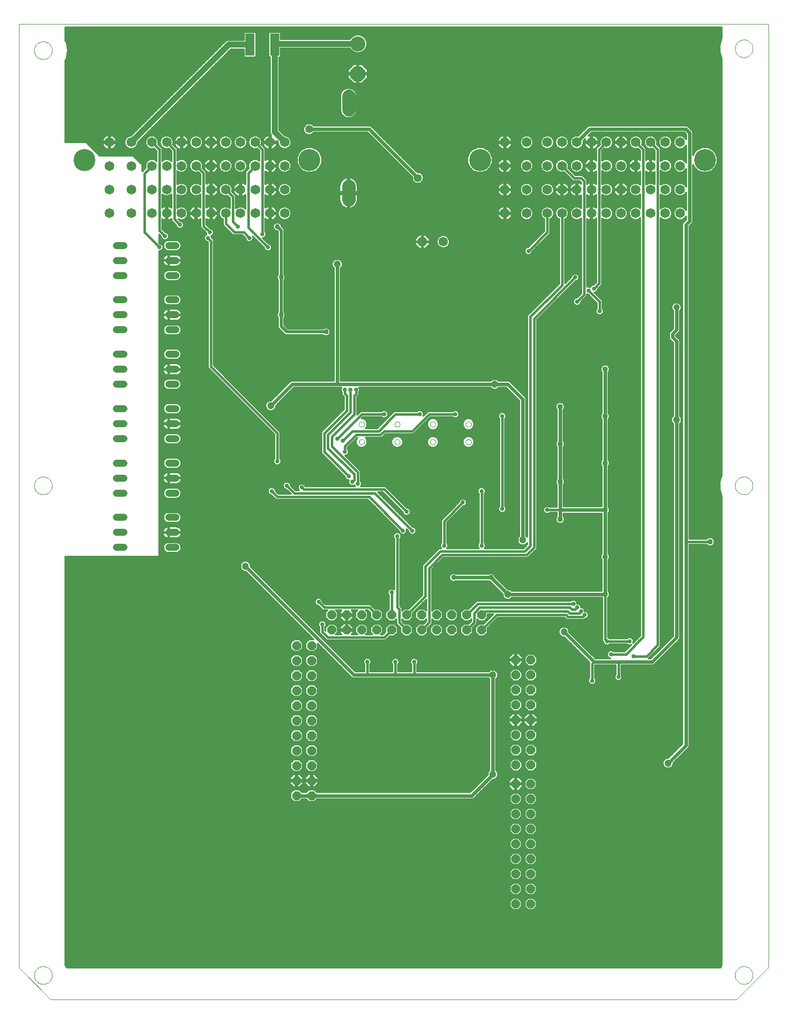
<source format=gbl>
G75*
G70*
%OFA0B0*%
%FSLAX24Y24*%
%IPPOS*%
%LPD*%
%AMOC8*
5,1,8,0,0,1.08239X$1,22.5*
%
%ADD10C,0.0000*%
%ADD11OC8,0.0591*%
%ADD12OC8,0.0630*%
%ADD13C,0.0630*%
%ADD14C,0.0885*%
%ADD15C,0.1000*%
%ADD16OC8,0.1000*%
%ADD17C,0.0650*%
%ADD18C,0.1463*%
%ADD19C,0.0480*%
%ADD20R,0.0591X0.1457*%
%ADD21C,0.0120*%
%ADD22OC8,0.0290*%
%ADD23C,0.0290*%
%ADD24C,0.0240*%
%ADD25C,0.0472*%
%ADD26C,0.0337*%
%ADD27C,0.0376*%
%ADD28C,0.0531*%
%ADD29C,0.0200*%
%ADD30C,0.0160*%
%ADD31C,0.0400*%
%ADD32C,0.0416*%
D10*
X000100Y002300D02*
X002225Y000175D01*
X047975Y000175D01*
X050100Y002300D01*
X050100Y065175D01*
X000100Y065175D01*
X000100Y002300D01*
X001134Y001800D02*
X001136Y001848D01*
X001142Y001896D01*
X001152Y001943D01*
X001165Y001989D01*
X001183Y002034D01*
X001203Y002078D01*
X001228Y002120D01*
X001256Y002159D01*
X001286Y002196D01*
X001320Y002230D01*
X001357Y002262D01*
X001395Y002291D01*
X001436Y002316D01*
X001479Y002338D01*
X001524Y002356D01*
X001570Y002370D01*
X001617Y002381D01*
X001665Y002388D01*
X001713Y002391D01*
X001761Y002390D01*
X001809Y002385D01*
X001857Y002376D01*
X001903Y002364D01*
X001948Y002347D01*
X001992Y002327D01*
X002034Y002304D01*
X002074Y002277D01*
X002112Y002247D01*
X002147Y002214D01*
X002179Y002178D01*
X002209Y002140D01*
X002235Y002099D01*
X002257Y002056D01*
X002277Y002012D01*
X002292Y001967D01*
X002304Y001920D01*
X002312Y001872D01*
X002316Y001824D01*
X002316Y001776D01*
X002312Y001728D01*
X002304Y001680D01*
X002292Y001633D01*
X002277Y001588D01*
X002257Y001544D01*
X002235Y001501D01*
X002209Y001460D01*
X002179Y001422D01*
X002147Y001386D01*
X002112Y001353D01*
X002074Y001323D01*
X002034Y001296D01*
X001992Y001273D01*
X001948Y001253D01*
X001903Y001236D01*
X001857Y001224D01*
X001809Y001215D01*
X001761Y001210D01*
X001713Y001209D01*
X001665Y001212D01*
X001617Y001219D01*
X001570Y001230D01*
X001524Y001244D01*
X001479Y001262D01*
X001436Y001284D01*
X001395Y001309D01*
X001357Y001338D01*
X001320Y001370D01*
X001286Y001404D01*
X001256Y001441D01*
X001228Y001480D01*
X001203Y001522D01*
X001183Y001566D01*
X001165Y001611D01*
X001152Y001657D01*
X001142Y001704D01*
X001136Y001752D01*
X001134Y001800D01*
X001134Y034425D02*
X001136Y034473D01*
X001142Y034521D01*
X001152Y034568D01*
X001165Y034614D01*
X001183Y034659D01*
X001203Y034703D01*
X001228Y034745D01*
X001256Y034784D01*
X001286Y034821D01*
X001320Y034855D01*
X001357Y034887D01*
X001395Y034916D01*
X001436Y034941D01*
X001479Y034963D01*
X001524Y034981D01*
X001570Y034995D01*
X001617Y035006D01*
X001665Y035013D01*
X001713Y035016D01*
X001761Y035015D01*
X001809Y035010D01*
X001857Y035001D01*
X001903Y034989D01*
X001948Y034972D01*
X001992Y034952D01*
X002034Y034929D01*
X002074Y034902D01*
X002112Y034872D01*
X002147Y034839D01*
X002179Y034803D01*
X002209Y034765D01*
X002235Y034724D01*
X002257Y034681D01*
X002277Y034637D01*
X002292Y034592D01*
X002304Y034545D01*
X002312Y034497D01*
X002316Y034449D01*
X002316Y034401D01*
X002312Y034353D01*
X002304Y034305D01*
X002292Y034258D01*
X002277Y034213D01*
X002257Y034169D01*
X002235Y034126D01*
X002209Y034085D01*
X002179Y034047D01*
X002147Y034011D01*
X002112Y033978D01*
X002074Y033948D01*
X002034Y033921D01*
X001992Y033898D01*
X001948Y033878D01*
X001903Y033861D01*
X001857Y033849D01*
X001809Y033840D01*
X001761Y033835D01*
X001713Y033834D01*
X001665Y033837D01*
X001617Y033844D01*
X001570Y033855D01*
X001524Y033869D01*
X001479Y033887D01*
X001436Y033909D01*
X001395Y033934D01*
X001357Y033963D01*
X001320Y033995D01*
X001286Y034029D01*
X001256Y034066D01*
X001228Y034105D01*
X001203Y034147D01*
X001183Y034191D01*
X001165Y034236D01*
X001152Y034282D01*
X001142Y034329D01*
X001136Y034377D01*
X001134Y034425D01*
X022798Y037334D02*
X022800Y037360D01*
X022806Y037386D01*
X022816Y037411D01*
X022829Y037434D01*
X022845Y037454D01*
X022865Y037472D01*
X022887Y037487D01*
X022910Y037499D01*
X022936Y037507D01*
X022962Y037511D01*
X022988Y037511D01*
X023014Y037507D01*
X023040Y037499D01*
X023064Y037487D01*
X023085Y037472D01*
X023105Y037454D01*
X023121Y037434D01*
X023134Y037411D01*
X023144Y037386D01*
X023150Y037360D01*
X023152Y037334D01*
X023150Y037308D01*
X023144Y037282D01*
X023134Y037257D01*
X023121Y037234D01*
X023105Y037214D01*
X023085Y037196D01*
X023063Y037181D01*
X023040Y037169D01*
X023014Y037161D01*
X022988Y037157D01*
X022962Y037157D01*
X022936Y037161D01*
X022910Y037169D01*
X022886Y037181D01*
X022865Y037196D01*
X022845Y037214D01*
X022829Y037234D01*
X022816Y037257D01*
X022806Y037282D01*
X022800Y037308D01*
X022798Y037334D01*
X022798Y038516D02*
X022800Y038542D01*
X022806Y038568D01*
X022816Y038593D01*
X022829Y038616D01*
X022845Y038636D01*
X022865Y038654D01*
X022887Y038669D01*
X022910Y038681D01*
X022936Y038689D01*
X022962Y038693D01*
X022988Y038693D01*
X023014Y038689D01*
X023040Y038681D01*
X023064Y038669D01*
X023085Y038654D01*
X023105Y038636D01*
X023121Y038616D01*
X023134Y038593D01*
X023144Y038568D01*
X023150Y038542D01*
X023152Y038516D01*
X023150Y038490D01*
X023144Y038464D01*
X023134Y038439D01*
X023121Y038416D01*
X023105Y038396D01*
X023085Y038378D01*
X023063Y038363D01*
X023040Y038351D01*
X023014Y038343D01*
X022988Y038339D01*
X022962Y038339D01*
X022936Y038343D01*
X022910Y038351D01*
X022886Y038363D01*
X022865Y038378D01*
X022845Y038396D01*
X022829Y038416D01*
X022816Y038439D01*
X022806Y038464D01*
X022800Y038490D01*
X022798Y038516D01*
X025173Y038516D02*
X025175Y038542D01*
X025181Y038568D01*
X025191Y038593D01*
X025204Y038616D01*
X025220Y038636D01*
X025240Y038654D01*
X025262Y038669D01*
X025285Y038681D01*
X025311Y038689D01*
X025337Y038693D01*
X025363Y038693D01*
X025389Y038689D01*
X025415Y038681D01*
X025439Y038669D01*
X025460Y038654D01*
X025480Y038636D01*
X025496Y038616D01*
X025509Y038593D01*
X025519Y038568D01*
X025525Y038542D01*
X025527Y038516D01*
X025525Y038490D01*
X025519Y038464D01*
X025509Y038439D01*
X025496Y038416D01*
X025480Y038396D01*
X025460Y038378D01*
X025438Y038363D01*
X025415Y038351D01*
X025389Y038343D01*
X025363Y038339D01*
X025337Y038339D01*
X025311Y038343D01*
X025285Y038351D01*
X025261Y038363D01*
X025240Y038378D01*
X025220Y038396D01*
X025204Y038416D01*
X025191Y038439D01*
X025181Y038464D01*
X025175Y038490D01*
X025173Y038516D01*
X025173Y037334D02*
X025175Y037360D01*
X025181Y037386D01*
X025191Y037411D01*
X025204Y037434D01*
X025220Y037454D01*
X025240Y037472D01*
X025262Y037487D01*
X025285Y037499D01*
X025311Y037507D01*
X025337Y037511D01*
X025363Y037511D01*
X025389Y037507D01*
X025415Y037499D01*
X025439Y037487D01*
X025460Y037472D01*
X025480Y037454D01*
X025496Y037434D01*
X025509Y037411D01*
X025519Y037386D01*
X025525Y037360D01*
X025527Y037334D01*
X025525Y037308D01*
X025519Y037282D01*
X025509Y037257D01*
X025496Y037234D01*
X025480Y037214D01*
X025460Y037196D01*
X025438Y037181D01*
X025415Y037169D01*
X025389Y037161D01*
X025363Y037157D01*
X025337Y037157D01*
X025311Y037161D01*
X025285Y037169D01*
X025261Y037181D01*
X025240Y037196D01*
X025220Y037214D01*
X025204Y037234D01*
X025191Y037257D01*
X025181Y037282D01*
X025175Y037308D01*
X025173Y037334D01*
X027548Y037334D02*
X027550Y037360D01*
X027556Y037386D01*
X027566Y037411D01*
X027579Y037434D01*
X027595Y037454D01*
X027615Y037472D01*
X027637Y037487D01*
X027660Y037499D01*
X027686Y037507D01*
X027712Y037511D01*
X027738Y037511D01*
X027764Y037507D01*
X027790Y037499D01*
X027814Y037487D01*
X027835Y037472D01*
X027855Y037454D01*
X027871Y037434D01*
X027884Y037411D01*
X027894Y037386D01*
X027900Y037360D01*
X027902Y037334D01*
X027900Y037308D01*
X027894Y037282D01*
X027884Y037257D01*
X027871Y037234D01*
X027855Y037214D01*
X027835Y037196D01*
X027813Y037181D01*
X027790Y037169D01*
X027764Y037161D01*
X027738Y037157D01*
X027712Y037157D01*
X027686Y037161D01*
X027660Y037169D01*
X027636Y037181D01*
X027615Y037196D01*
X027595Y037214D01*
X027579Y037234D01*
X027566Y037257D01*
X027556Y037282D01*
X027550Y037308D01*
X027548Y037334D01*
X027548Y038516D02*
X027550Y038542D01*
X027556Y038568D01*
X027566Y038593D01*
X027579Y038616D01*
X027595Y038636D01*
X027615Y038654D01*
X027637Y038669D01*
X027660Y038681D01*
X027686Y038689D01*
X027712Y038693D01*
X027738Y038693D01*
X027764Y038689D01*
X027790Y038681D01*
X027814Y038669D01*
X027835Y038654D01*
X027855Y038636D01*
X027871Y038616D01*
X027884Y038593D01*
X027894Y038568D01*
X027900Y038542D01*
X027902Y038516D01*
X027900Y038490D01*
X027894Y038464D01*
X027884Y038439D01*
X027871Y038416D01*
X027855Y038396D01*
X027835Y038378D01*
X027813Y038363D01*
X027790Y038351D01*
X027764Y038343D01*
X027738Y038339D01*
X027712Y038339D01*
X027686Y038343D01*
X027660Y038351D01*
X027636Y038363D01*
X027615Y038378D01*
X027595Y038396D01*
X027579Y038416D01*
X027566Y038439D01*
X027556Y038464D01*
X027550Y038490D01*
X027548Y038516D01*
X029923Y038516D02*
X029925Y038542D01*
X029931Y038568D01*
X029941Y038593D01*
X029954Y038616D01*
X029970Y038636D01*
X029990Y038654D01*
X030012Y038669D01*
X030035Y038681D01*
X030061Y038689D01*
X030087Y038693D01*
X030113Y038693D01*
X030139Y038689D01*
X030165Y038681D01*
X030189Y038669D01*
X030210Y038654D01*
X030230Y038636D01*
X030246Y038616D01*
X030259Y038593D01*
X030269Y038568D01*
X030275Y038542D01*
X030277Y038516D01*
X030275Y038490D01*
X030269Y038464D01*
X030259Y038439D01*
X030246Y038416D01*
X030230Y038396D01*
X030210Y038378D01*
X030188Y038363D01*
X030165Y038351D01*
X030139Y038343D01*
X030113Y038339D01*
X030087Y038339D01*
X030061Y038343D01*
X030035Y038351D01*
X030011Y038363D01*
X029990Y038378D01*
X029970Y038396D01*
X029954Y038416D01*
X029941Y038439D01*
X029931Y038464D01*
X029925Y038490D01*
X029923Y038516D01*
X029923Y037334D02*
X029925Y037360D01*
X029931Y037386D01*
X029941Y037411D01*
X029954Y037434D01*
X029970Y037454D01*
X029990Y037472D01*
X030012Y037487D01*
X030035Y037499D01*
X030061Y037507D01*
X030087Y037511D01*
X030113Y037511D01*
X030139Y037507D01*
X030165Y037499D01*
X030189Y037487D01*
X030210Y037472D01*
X030230Y037454D01*
X030246Y037434D01*
X030259Y037411D01*
X030269Y037386D01*
X030275Y037360D01*
X030277Y037334D01*
X030275Y037308D01*
X030269Y037282D01*
X030259Y037257D01*
X030246Y037234D01*
X030230Y037214D01*
X030210Y037196D01*
X030188Y037181D01*
X030165Y037169D01*
X030139Y037161D01*
X030113Y037157D01*
X030087Y037157D01*
X030061Y037161D01*
X030035Y037169D01*
X030011Y037181D01*
X029990Y037196D01*
X029970Y037214D01*
X029954Y037234D01*
X029941Y037257D01*
X029931Y037282D01*
X029925Y037308D01*
X029923Y037334D01*
X047884Y034425D02*
X047886Y034473D01*
X047892Y034521D01*
X047902Y034568D01*
X047915Y034614D01*
X047933Y034659D01*
X047953Y034703D01*
X047978Y034745D01*
X048006Y034784D01*
X048036Y034821D01*
X048070Y034855D01*
X048107Y034887D01*
X048145Y034916D01*
X048186Y034941D01*
X048229Y034963D01*
X048274Y034981D01*
X048320Y034995D01*
X048367Y035006D01*
X048415Y035013D01*
X048463Y035016D01*
X048511Y035015D01*
X048559Y035010D01*
X048607Y035001D01*
X048653Y034989D01*
X048698Y034972D01*
X048742Y034952D01*
X048784Y034929D01*
X048824Y034902D01*
X048862Y034872D01*
X048897Y034839D01*
X048929Y034803D01*
X048959Y034765D01*
X048985Y034724D01*
X049007Y034681D01*
X049027Y034637D01*
X049042Y034592D01*
X049054Y034545D01*
X049062Y034497D01*
X049066Y034449D01*
X049066Y034401D01*
X049062Y034353D01*
X049054Y034305D01*
X049042Y034258D01*
X049027Y034213D01*
X049007Y034169D01*
X048985Y034126D01*
X048959Y034085D01*
X048929Y034047D01*
X048897Y034011D01*
X048862Y033978D01*
X048824Y033948D01*
X048784Y033921D01*
X048742Y033898D01*
X048698Y033878D01*
X048653Y033861D01*
X048607Y033849D01*
X048559Y033840D01*
X048511Y033835D01*
X048463Y033834D01*
X048415Y033837D01*
X048367Y033844D01*
X048320Y033855D01*
X048274Y033869D01*
X048229Y033887D01*
X048186Y033909D01*
X048145Y033934D01*
X048107Y033963D01*
X048070Y033995D01*
X048036Y034029D01*
X048006Y034066D01*
X047978Y034105D01*
X047953Y034147D01*
X047933Y034191D01*
X047915Y034236D01*
X047902Y034282D01*
X047892Y034329D01*
X047886Y034377D01*
X047884Y034425D01*
X047884Y063550D02*
X047886Y063598D01*
X047892Y063646D01*
X047902Y063693D01*
X047915Y063739D01*
X047933Y063784D01*
X047953Y063828D01*
X047978Y063870D01*
X048006Y063909D01*
X048036Y063946D01*
X048070Y063980D01*
X048107Y064012D01*
X048145Y064041D01*
X048186Y064066D01*
X048229Y064088D01*
X048274Y064106D01*
X048320Y064120D01*
X048367Y064131D01*
X048415Y064138D01*
X048463Y064141D01*
X048511Y064140D01*
X048559Y064135D01*
X048607Y064126D01*
X048653Y064114D01*
X048698Y064097D01*
X048742Y064077D01*
X048784Y064054D01*
X048824Y064027D01*
X048862Y063997D01*
X048897Y063964D01*
X048929Y063928D01*
X048959Y063890D01*
X048985Y063849D01*
X049007Y063806D01*
X049027Y063762D01*
X049042Y063717D01*
X049054Y063670D01*
X049062Y063622D01*
X049066Y063574D01*
X049066Y063526D01*
X049062Y063478D01*
X049054Y063430D01*
X049042Y063383D01*
X049027Y063338D01*
X049007Y063294D01*
X048985Y063251D01*
X048959Y063210D01*
X048929Y063172D01*
X048897Y063136D01*
X048862Y063103D01*
X048824Y063073D01*
X048784Y063046D01*
X048742Y063023D01*
X048698Y063003D01*
X048653Y062986D01*
X048607Y062974D01*
X048559Y062965D01*
X048511Y062960D01*
X048463Y062959D01*
X048415Y062962D01*
X048367Y062969D01*
X048320Y062980D01*
X048274Y062994D01*
X048229Y063012D01*
X048186Y063034D01*
X048145Y063059D01*
X048107Y063088D01*
X048070Y063120D01*
X048036Y063154D01*
X048006Y063191D01*
X047978Y063230D01*
X047953Y063272D01*
X047933Y063316D01*
X047915Y063361D01*
X047902Y063407D01*
X047892Y063454D01*
X047886Y063502D01*
X047884Y063550D01*
X001134Y063425D02*
X001136Y063473D01*
X001142Y063521D01*
X001152Y063568D01*
X001165Y063614D01*
X001183Y063659D01*
X001203Y063703D01*
X001228Y063745D01*
X001256Y063784D01*
X001286Y063821D01*
X001320Y063855D01*
X001357Y063887D01*
X001395Y063916D01*
X001436Y063941D01*
X001479Y063963D01*
X001524Y063981D01*
X001570Y063995D01*
X001617Y064006D01*
X001665Y064013D01*
X001713Y064016D01*
X001761Y064015D01*
X001809Y064010D01*
X001857Y064001D01*
X001903Y063989D01*
X001948Y063972D01*
X001992Y063952D01*
X002034Y063929D01*
X002074Y063902D01*
X002112Y063872D01*
X002147Y063839D01*
X002179Y063803D01*
X002209Y063765D01*
X002235Y063724D01*
X002257Y063681D01*
X002277Y063637D01*
X002292Y063592D01*
X002304Y063545D01*
X002312Y063497D01*
X002316Y063449D01*
X002316Y063401D01*
X002312Y063353D01*
X002304Y063305D01*
X002292Y063258D01*
X002277Y063213D01*
X002257Y063169D01*
X002235Y063126D01*
X002209Y063085D01*
X002179Y063047D01*
X002147Y063011D01*
X002112Y062978D01*
X002074Y062948D01*
X002034Y062921D01*
X001992Y062898D01*
X001948Y062878D01*
X001903Y062861D01*
X001857Y062849D01*
X001809Y062840D01*
X001761Y062835D01*
X001713Y062834D01*
X001665Y062837D01*
X001617Y062844D01*
X001570Y062855D01*
X001524Y062869D01*
X001479Y062887D01*
X001436Y062909D01*
X001395Y062934D01*
X001357Y062963D01*
X001320Y062995D01*
X001286Y063029D01*
X001256Y063066D01*
X001228Y063105D01*
X001203Y063147D01*
X001183Y063191D01*
X001165Y063236D01*
X001152Y063282D01*
X001142Y063329D01*
X001136Y063377D01*
X001134Y063425D01*
X047884Y001800D02*
X047886Y001848D01*
X047892Y001896D01*
X047902Y001943D01*
X047915Y001989D01*
X047933Y002034D01*
X047953Y002078D01*
X047978Y002120D01*
X048006Y002159D01*
X048036Y002196D01*
X048070Y002230D01*
X048107Y002262D01*
X048145Y002291D01*
X048186Y002316D01*
X048229Y002338D01*
X048274Y002356D01*
X048320Y002370D01*
X048367Y002381D01*
X048415Y002388D01*
X048463Y002391D01*
X048511Y002390D01*
X048559Y002385D01*
X048607Y002376D01*
X048653Y002364D01*
X048698Y002347D01*
X048742Y002327D01*
X048784Y002304D01*
X048824Y002277D01*
X048862Y002247D01*
X048897Y002214D01*
X048929Y002178D01*
X048959Y002140D01*
X048985Y002099D01*
X049007Y002056D01*
X049027Y002012D01*
X049042Y001967D01*
X049054Y001920D01*
X049062Y001872D01*
X049066Y001824D01*
X049066Y001776D01*
X049062Y001728D01*
X049054Y001680D01*
X049042Y001633D01*
X049027Y001588D01*
X049007Y001544D01*
X048985Y001501D01*
X048959Y001460D01*
X048929Y001422D01*
X048897Y001386D01*
X048862Y001353D01*
X048824Y001323D01*
X048784Y001296D01*
X048742Y001273D01*
X048698Y001253D01*
X048653Y001236D01*
X048607Y001224D01*
X048559Y001215D01*
X048511Y001210D01*
X048463Y001209D01*
X048415Y001212D01*
X048367Y001219D01*
X048320Y001230D01*
X048274Y001244D01*
X048229Y001262D01*
X048186Y001284D01*
X048145Y001309D01*
X048107Y001338D01*
X048070Y001370D01*
X048036Y001404D01*
X048006Y001441D01*
X047978Y001480D01*
X047953Y001522D01*
X047933Y001566D01*
X047915Y001611D01*
X047902Y001657D01*
X047892Y001704D01*
X047886Y001752D01*
X047884Y001800D01*
D11*
X034250Y006550D03*
X034250Y007550D03*
X034250Y008550D03*
X034250Y009550D03*
X034250Y010550D03*
X034250Y011550D03*
X034250Y012550D03*
X034250Y013550D03*
X034250Y014550D03*
X033250Y014550D03*
X033250Y013550D03*
X033250Y012550D03*
X033250Y011550D03*
X033250Y010550D03*
X033250Y009550D03*
X033250Y008550D03*
X033250Y007550D03*
X033250Y006550D03*
X033252Y015806D03*
X033252Y016806D03*
X034252Y016806D03*
X034252Y015806D03*
X034252Y017806D03*
X034252Y018806D03*
X034252Y019806D03*
X034252Y020806D03*
X034252Y021806D03*
X034252Y022806D03*
X033252Y022806D03*
X033252Y021806D03*
X033252Y020806D03*
X033252Y019806D03*
X033252Y018806D03*
X033252Y017806D03*
X030975Y024800D03*
X030975Y025800D03*
X029975Y025800D03*
X029975Y024800D03*
X028975Y024800D03*
X028975Y025800D03*
X027975Y025800D03*
X027975Y024800D03*
X026975Y024800D03*
X026975Y025800D03*
X025975Y025800D03*
X025975Y024800D03*
X024975Y024800D03*
X024975Y025800D03*
X023975Y025800D03*
X023975Y024800D03*
X022975Y024800D03*
X022975Y025800D03*
X021975Y025800D03*
X021975Y024800D03*
X020975Y024800D03*
X020975Y025800D03*
X019638Y023763D03*
X019638Y022763D03*
X019638Y021763D03*
X019638Y020763D03*
X019638Y019763D03*
X019638Y018763D03*
X019638Y017763D03*
X019638Y016763D03*
X019638Y015763D03*
X019638Y014763D03*
X019638Y013763D03*
X018638Y013763D03*
X018638Y014763D03*
X018638Y015763D03*
X018638Y016763D03*
X018638Y017763D03*
X018638Y018763D03*
X018638Y019763D03*
X018638Y020763D03*
X018638Y021763D03*
X018638Y022763D03*
X018638Y023763D03*
D12*
X027025Y050675D03*
D13*
X028425Y050675D03*
D14*
X022100Y053483D02*
X022100Y054368D01*
X022100Y059483D02*
X022100Y060368D01*
D15*
X022725Y063863D03*
D16*
X022725Y061863D03*
D17*
X017842Y057300D03*
X016858Y057300D03*
X015874Y057300D03*
X014889Y057300D03*
X013905Y057300D03*
X012921Y057300D03*
X011937Y057300D03*
X010952Y057300D03*
X009968Y057300D03*
X008984Y057300D03*
X007606Y057300D03*
X007606Y055725D03*
X008984Y055725D03*
X009968Y055725D03*
X010952Y055725D03*
X011937Y055725D03*
X012921Y055725D03*
X013905Y055725D03*
X014889Y055725D03*
X015874Y055725D03*
X016858Y055725D03*
X017842Y055725D03*
X017842Y054150D03*
X016858Y054150D03*
X015874Y054150D03*
X014889Y054150D03*
X013905Y054150D03*
X012921Y054150D03*
X011937Y054150D03*
X010952Y054150D03*
X009968Y054150D03*
X008984Y054150D03*
X007606Y054150D03*
X007606Y052576D03*
X008984Y052576D03*
X009968Y052576D03*
X010952Y052576D03*
X011937Y052576D03*
X012921Y052576D03*
X013905Y052576D03*
X014889Y052576D03*
X015874Y052576D03*
X016858Y052576D03*
X017842Y052576D03*
X006149Y052576D03*
X006149Y054150D03*
X006149Y055725D03*
X006149Y057300D03*
X032524Y057300D03*
X032524Y055725D03*
X033981Y055725D03*
X033981Y057300D03*
X035359Y057300D03*
X036343Y057300D03*
X037327Y057300D03*
X038312Y057300D03*
X039296Y057300D03*
X040280Y057300D03*
X041264Y057300D03*
X042249Y057300D03*
X043233Y057300D03*
X044217Y057300D03*
X044217Y055725D03*
X043233Y055725D03*
X042249Y055725D03*
X041264Y055725D03*
X040280Y055725D03*
X039296Y055725D03*
X038312Y055725D03*
X037327Y055725D03*
X036343Y055725D03*
X035359Y055725D03*
X035359Y054150D03*
X036343Y054150D03*
X037327Y054150D03*
X038312Y054150D03*
X039296Y054150D03*
X040280Y054150D03*
X041264Y054150D03*
X042249Y054150D03*
X043233Y054150D03*
X044217Y054150D03*
X044217Y052576D03*
X043233Y052576D03*
X042249Y052576D03*
X041264Y052576D03*
X040280Y052576D03*
X039296Y052576D03*
X038312Y052576D03*
X037327Y052576D03*
X036343Y052576D03*
X035359Y052576D03*
X033981Y052576D03*
X033981Y054150D03*
X032524Y054150D03*
X032524Y052576D03*
D18*
X030871Y056119D03*
X019496Y056119D03*
X004496Y056119D03*
X045871Y056119D03*
D19*
X010580Y050425D02*
X010100Y050425D01*
X010100Y049425D02*
X010580Y049425D01*
X010580Y048425D02*
X010100Y048425D01*
X010100Y046800D02*
X010580Y046800D01*
X010580Y045800D02*
X010100Y045800D01*
X010100Y044800D02*
X010580Y044800D01*
X010580Y043175D02*
X010100Y043175D01*
X010100Y042175D02*
X010580Y042175D01*
X010580Y041175D02*
X010100Y041175D01*
X010100Y039550D02*
X010580Y039550D01*
X010580Y038550D02*
X010100Y038550D01*
X010100Y037550D02*
X010580Y037550D01*
X010580Y035925D02*
X010100Y035925D01*
X010100Y034925D02*
X010580Y034925D01*
X010580Y033925D02*
X010100Y033925D01*
X010100Y032300D02*
X010580Y032300D01*
X010580Y031300D02*
X010100Y031300D01*
X010100Y030300D02*
X010580Y030300D01*
X007100Y030300D02*
X006620Y030300D01*
X006620Y031300D02*
X007100Y031300D01*
X007100Y032300D02*
X006620Y032300D01*
X006620Y033925D02*
X007100Y033925D01*
X007100Y034925D02*
X006620Y034925D01*
X006620Y035925D02*
X007100Y035925D01*
X007100Y037550D02*
X006620Y037550D01*
X006620Y038550D02*
X007100Y038550D01*
X007100Y039550D02*
X006620Y039550D01*
X006620Y041175D02*
X007100Y041175D01*
X007100Y042175D02*
X006620Y042175D01*
X006620Y043175D02*
X007100Y043175D01*
X007100Y044800D02*
X006620Y044800D01*
X006620Y045800D02*
X007100Y045800D01*
X007100Y046800D02*
X006620Y046800D01*
X006620Y048425D02*
X007100Y048425D01*
X007100Y049425D02*
X006620Y049425D01*
X006620Y050425D02*
X007100Y050425D01*
D20*
X015523Y063800D03*
X017177Y063800D03*
D21*
X016761Y063810D02*
X015939Y063810D01*
X015939Y063928D02*
X016761Y063928D01*
X016761Y064047D02*
X015939Y064047D01*
X015939Y064165D02*
X016761Y064165D01*
X016761Y064284D02*
X015939Y064284D01*
X015939Y064402D02*
X016761Y064402D01*
X016761Y064521D02*
X015939Y064521D01*
X015939Y064578D02*
X015868Y064648D01*
X015178Y064648D01*
X015108Y064578D01*
X015108Y064120D01*
X014042Y064120D01*
X013925Y064071D01*
X007598Y057745D01*
X007517Y057745D01*
X007354Y057677D01*
X007229Y057552D01*
X007161Y057388D01*
X007161Y057212D01*
X007229Y057048D01*
X007354Y056923D01*
X007517Y056855D01*
X007694Y056855D01*
X007858Y056923D01*
X007983Y057048D01*
X008051Y057212D01*
X008051Y057292D01*
X008539Y057292D01*
X008539Y057212D02*
X008607Y057048D01*
X008732Y056923D01*
X008895Y056855D01*
X009072Y056855D01*
X009124Y056877D01*
X009275Y056726D01*
X009275Y056063D01*
X009236Y056102D01*
X009072Y056170D01*
X008895Y056170D01*
X008732Y056102D01*
X008607Y055977D01*
X008539Y055814D01*
X008539Y055637D01*
X008561Y055585D01*
X008392Y055416D01*
X008350Y055374D01*
X008350Y055800D01*
X007725Y056425D01*
X005475Y056425D01*
X004600Y057300D01*
X003225Y057300D01*
X003225Y062757D01*
X003311Y062936D01*
X003385Y063425D01*
X003385Y063425D01*
X003311Y063914D01*
X003225Y064093D01*
X003225Y064965D01*
X046975Y064965D01*
X046975Y064256D01*
X046834Y063797D01*
X046834Y063303D01*
X046975Y062844D01*
X046975Y035131D01*
X046834Y034672D01*
X046834Y034178D01*
X046975Y033719D01*
X046975Y002506D01*
X046911Y002300D01*
X003306Y002300D01*
X003225Y002468D01*
X003225Y029675D01*
X009475Y029675D01*
X009475Y050035D01*
X009528Y050035D01*
X009625Y050075D01*
X009700Y050150D01*
X009740Y050247D01*
X009740Y050353D01*
X009700Y050450D01*
X009625Y050525D01*
X009528Y050565D01*
X009493Y050565D01*
X009475Y050583D01*
X009475Y051142D01*
X009585Y051032D01*
X009585Y050997D01*
X009625Y050900D01*
X009700Y050825D01*
X009797Y050785D01*
X009903Y050785D01*
X010000Y050825D01*
X010075Y050900D01*
X010115Y050997D01*
X010115Y051103D01*
X010075Y051200D01*
X010000Y051275D01*
X009903Y051315D01*
X009868Y051315D01*
X009675Y051508D01*
X009675Y052189D01*
X009714Y052161D01*
X009782Y052126D01*
X009855Y052103D01*
X009920Y052092D01*
X009920Y052527D01*
X010016Y052527D01*
X010016Y052092D01*
X010082Y052103D01*
X010154Y052126D01*
X010222Y052161D01*
X010275Y052199D01*
X010275Y052092D01*
X010392Y051975D01*
X010585Y051782D01*
X010585Y051747D01*
X010625Y051650D01*
X010700Y051575D01*
X010797Y051535D01*
X010903Y051535D01*
X011000Y051575D01*
X011075Y051650D01*
X011115Y051747D01*
X011115Y051853D01*
X011075Y051950D01*
X011000Y052025D01*
X010903Y052065D01*
X010868Y052065D01*
X010758Y052175D01*
X010864Y052131D01*
X011041Y052131D01*
X011204Y052199D01*
X011329Y052324D01*
X011397Y052487D01*
X011397Y052664D01*
X011329Y052828D01*
X011204Y052953D01*
X011041Y053020D01*
X010864Y053020D01*
X010700Y052953D01*
X010675Y052927D01*
X010675Y053799D01*
X010700Y053773D01*
X010864Y053706D01*
X011041Y053706D01*
X011204Y053773D01*
X011329Y053898D01*
X011397Y054062D01*
X011397Y054239D01*
X011329Y054402D01*
X011204Y054527D01*
X011041Y054595D01*
X010864Y054595D01*
X010700Y054527D01*
X010675Y054502D01*
X010675Y055374D01*
X010700Y055348D01*
X010864Y055280D01*
X011041Y055280D01*
X011204Y055348D01*
X011329Y055473D01*
X011397Y055637D01*
X011397Y055814D01*
X011329Y055977D01*
X011204Y056102D01*
X011041Y056170D01*
X010864Y056170D01*
X010700Y056102D01*
X010675Y056077D01*
X010675Y056876D01*
X010391Y057160D01*
X010413Y057212D01*
X010413Y057388D01*
X010345Y057552D01*
X010220Y057677D01*
X010057Y057745D01*
X009880Y057745D01*
X009716Y057677D01*
X009591Y057552D01*
X009523Y057388D01*
X009523Y057212D01*
X009591Y057048D01*
X009716Y056923D01*
X009880Y056855D01*
X010057Y056855D01*
X010109Y056877D01*
X010275Y056710D01*
X010275Y056047D01*
X010220Y056102D01*
X010057Y056170D01*
X009880Y056170D01*
X009716Y056102D01*
X009675Y056061D01*
X009675Y056892D01*
X009407Y057160D01*
X009429Y057212D01*
X009429Y057388D01*
X009361Y057552D01*
X009236Y057677D01*
X009072Y057745D01*
X008895Y057745D01*
X008732Y057677D01*
X008607Y057552D01*
X008539Y057388D01*
X008539Y057212D01*
X008555Y057174D02*
X008035Y057174D01*
X008051Y057292D02*
X014238Y063480D01*
X015108Y063480D01*
X015108Y063022D01*
X015178Y062952D01*
X015868Y062952D01*
X015939Y063022D01*
X015939Y064578D01*
X015877Y064639D02*
X016823Y064639D01*
X016832Y064648D02*
X016761Y064578D01*
X016761Y063022D01*
X016832Y062952D01*
X016857Y062952D01*
X016857Y057917D01*
X016905Y057800D01*
X016925Y057780D01*
X016906Y057783D01*
X016906Y057348D01*
X017341Y057348D01*
X017338Y057367D01*
X017397Y057308D01*
X017397Y057212D01*
X017465Y057048D01*
X017590Y056923D01*
X017754Y056855D01*
X017931Y056855D01*
X018094Y056923D01*
X018219Y057048D01*
X018287Y057212D01*
X018287Y057388D01*
X018219Y057552D01*
X018094Y057677D01*
X017931Y057745D01*
X017866Y057745D01*
X017497Y058114D01*
X017497Y062952D01*
X017522Y062952D01*
X017592Y063022D01*
X017592Y063543D01*
X022186Y063543D01*
X022199Y063511D01*
X022374Y063337D01*
X022602Y063243D01*
X022848Y063243D01*
X023076Y063337D01*
X023251Y063511D01*
X023345Y063739D01*
X023345Y063986D01*
X023251Y064214D01*
X023076Y064388D01*
X022848Y064482D01*
X022602Y064482D01*
X022374Y064388D01*
X022199Y064214D01*
X022186Y064182D01*
X017592Y064182D01*
X017592Y064578D01*
X017522Y064648D01*
X016832Y064648D01*
X017531Y064639D02*
X046975Y064639D01*
X046975Y064521D02*
X017592Y064521D01*
X017592Y064402D02*
X022408Y064402D01*
X022269Y064284D02*
X017592Y064284D01*
X017592Y063454D02*
X022257Y063454D01*
X022377Y063336D02*
X017592Y063336D01*
X017592Y063217D02*
X046860Y063217D01*
X046834Y063336D02*
X023073Y063336D01*
X023193Y063454D02*
X046834Y063454D01*
X046834Y063573D02*
X023276Y063573D01*
X023325Y063691D02*
X046834Y063691D01*
X046837Y063810D02*
X023345Y063810D01*
X023345Y063928D02*
X046874Y063928D01*
X046910Y064047D02*
X023320Y064047D01*
X023271Y064165D02*
X046947Y064165D01*
X046975Y064284D02*
X023181Y064284D01*
X023042Y064402D02*
X046975Y064402D01*
X046975Y064758D02*
X003225Y064758D01*
X003225Y064876D02*
X046975Y064876D01*
X046896Y063099D02*
X017592Y063099D01*
X017550Y062980D02*
X046933Y062980D01*
X046970Y062862D02*
X017497Y062862D01*
X017497Y062743D02*
X046975Y062743D01*
X046975Y062625D02*
X017497Y062625D01*
X017497Y062506D02*
X022435Y062506D01*
X022452Y062522D02*
X022065Y062136D01*
X022065Y061903D01*
X022685Y061903D01*
X022685Y062522D01*
X022452Y062522D01*
X022317Y062388D02*
X017497Y062388D01*
X017497Y062269D02*
X022198Y062269D01*
X022080Y062151D02*
X017497Y062151D01*
X017497Y062032D02*
X022065Y062032D01*
X022065Y061914D02*
X017497Y061914D01*
X017497Y061795D02*
X022065Y061795D01*
X022065Y061822D02*
X022065Y061589D01*
X022452Y061203D01*
X022685Y061203D01*
X022765Y061203D01*
X022998Y061203D01*
X023385Y061589D01*
X023385Y061822D01*
X022765Y061822D01*
X022765Y061203D01*
X022685Y061203D02*
X022685Y061822D01*
X022765Y061822D01*
X022765Y061903D01*
X022685Y061903D01*
X022685Y061822D01*
X022065Y061822D01*
X022065Y061677D02*
X017497Y061677D01*
X017497Y061558D02*
X022096Y061558D01*
X022214Y061440D02*
X017497Y061440D01*
X017497Y061321D02*
X022333Y061321D01*
X022451Y061203D02*
X017497Y061203D01*
X017497Y061084D02*
X046975Y061084D01*
X046975Y060966D02*
X017497Y060966D01*
X017497Y060847D02*
X021788Y060847D01*
X021781Y060844D02*
X021623Y060686D01*
X021538Y060479D01*
X021538Y059371D01*
X021623Y059164D01*
X021781Y059006D01*
X021988Y058920D01*
X022212Y058920D01*
X022419Y059006D01*
X022577Y059164D01*
X022662Y059371D01*
X022662Y060479D01*
X022577Y060686D01*
X022419Y060844D01*
X022212Y060930D01*
X021988Y060930D01*
X021781Y060844D01*
X021666Y060729D02*
X017497Y060729D01*
X017497Y060610D02*
X021592Y060610D01*
X021543Y060492D02*
X017497Y060492D01*
X017497Y060373D02*
X021538Y060373D01*
X021538Y060255D02*
X017497Y060255D01*
X017497Y060136D02*
X021538Y060136D01*
X021538Y060018D02*
X017497Y060018D01*
X017497Y059899D02*
X021538Y059899D01*
X021538Y059781D02*
X017497Y059781D01*
X017497Y059662D02*
X021538Y059662D01*
X021538Y059544D02*
X017497Y059544D01*
X017497Y059425D02*
X021538Y059425D01*
X021564Y059307D02*
X017497Y059307D01*
X017497Y059188D02*
X021613Y059188D01*
X021717Y059070D02*
X017497Y059070D01*
X017497Y058951D02*
X021913Y058951D01*
X022287Y058951D02*
X046975Y058951D01*
X046975Y058833D02*
X017497Y058833D01*
X017497Y058714D02*
X046975Y058714D01*
X046975Y058596D02*
X017497Y058596D01*
X017497Y058477D02*
X019232Y058477D01*
X019256Y058502D02*
X019148Y058394D01*
X019089Y058252D01*
X019089Y058098D01*
X019148Y057956D01*
X019256Y057848D01*
X019398Y057789D01*
X019552Y057789D01*
X019694Y057848D01*
X019781Y057935D01*
X023376Y057935D01*
X026339Y054971D01*
X026339Y054848D01*
X026398Y054706D01*
X026506Y054598D01*
X026648Y054539D01*
X026802Y054539D01*
X026944Y054598D01*
X027052Y054706D01*
X027111Y054848D01*
X027111Y055002D01*
X027052Y055144D01*
X026944Y055252D01*
X026802Y055311D01*
X026679Y055311D01*
X023611Y058378D01*
X023523Y058415D01*
X019781Y058415D01*
X019694Y058502D01*
X019552Y058561D01*
X019398Y058561D01*
X019256Y058502D01*
X019134Y058359D02*
X017497Y058359D01*
X017497Y058240D02*
X019089Y058240D01*
X019089Y058122D02*
X017497Y058122D01*
X017607Y058003D02*
X019129Y058003D01*
X019220Y057885D02*
X017726Y057885D01*
X017844Y057766D02*
X023544Y057766D01*
X023426Y057885D02*
X019730Y057885D01*
X019718Y058477D02*
X046975Y058477D01*
X046975Y058359D02*
X044756Y058359D01*
X044736Y058378D02*
X044648Y058415D01*
X038155Y058415D01*
X038066Y058378D01*
X037999Y058311D01*
X037428Y057740D01*
X037416Y057745D01*
X037239Y057745D01*
X037075Y057677D01*
X036950Y057552D01*
X036883Y057388D01*
X036883Y057212D01*
X036950Y057048D01*
X037075Y056923D01*
X037239Y056855D01*
X037416Y056855D01*
X037579Y056923D01*
X037704Y057048D01*
X037772Y057212D01*
X037772Y057388D01*
X037767Y057400D01*
X037872Y057505D01*
X037862Y057486D01*
X037839Y057414D01*
X037828Y057348D01*
X038263Y057348D01*
X038263Y057252D01*
X037828Y057252D01*
X037839Y057186D01*
X037862Y057114D01*
X037897Y057046D01*
X037942Y056984D01*
X037996Y056930D01*
X038058Y056885D01*
X038126Y056851D01*
X038198Y056827D01*
X038263Y056817D01*
X038263Y057252D01*
X038360Y057252D01*
X038360Y057348D01*
X038795Y057348D01*
X038784Y057414D01*
X038761Y057486D01*
X038726Y057554D01*
X038681Y057616D01*
X038627Y057670D01*
X038566Y057715D01*
X038498Y057749D01*
X038425Y057773D01*
X038360Y057783D01*
X038360Y057348D01*
X038263Y057348D01*
X038263Y057783D01*
X038198Y057773D01*
X038126Y057749D01*
X038106Y057739D01*
X038302Y057935D01*
X044501Y057935D01*
X044610Y057826D01*
X044610Y057514D01*
X044594Y057552D01*
X044469Y057677D01*
X044306Y057745D01*
X044129Y057745D01*
X043965Y057677D01*
X043840Y057552D01*
X043772Y057388D01*
X043772Y057212D01*
X043840Y057048D01*
X043965Y056923D01*
X044129Y056855D01*
X044306Y056855D01*
X044469Y056923D01*
X044594Y057048D01*
X044610Y057086D01*
X044610Y055939D01*
X044594Y055977D01*
X044469Y056102D01*
X044306Y056170D01*
X044129Y056170D01*
X043965Y056102D01*
X043840Y055977D01*
X043772Y055814D01*
X043772Y055637D01*
X043840Y055473D01*
X043965Y055348D01*
X044129Y055280D01*
X044306Y055280D01*
X044469Y055348D01*
X044594Y055473D01*
X044610Y055511D01*
X044610Y054364D01*
X044594Y054402D01*
X044469Y054527D01*
X044306Y054595D01*
X044129Y054595D01*
X043965Y054527D01*
X043840Y054402D01*
X043772Y054239D01*
X043772Y054062D01*
X043840Y053898D01*
X043965Y053773D01*
X044129Y053706D01*
X044306Y053706D01*
X044469Y053773D01*
X044594Y053898D01*
X044610Y053937D01*
X044610Y052789D01*
X044594Y052828D01*
X044469Y052953D01*
X044306Y053020D01*
X044129Y053020D01*
X043965Y052953D01*
X043840Y052828D01*
X043772Y052664D01*
X043772Y052487D01*
X043840Y052324D01*
X043965Y052199D01*
X044129Y052131D01*
X044306Y052131D01*
X044469Y052199D01*
X044594Y052324D01*
X044610Y052362D01*
X044610Y052149D01*
X044397Y051936D01*
X044360Y051848D01*
X044360Y017212D01*
X043429Y016281D01*
X043342Y016281D01*
X043211Y016227D01*
X043111Y016127D01*
X043056Y015996D01*
X043056Y015854D01*
X043111Y015723D01*
X043211Y015623D01*
X043342Y015569D01*
X043483Y015569D01*
X043614Y015623D01*
X043714Y015723D01*
X043769Y015854D01*
X043769Y015942D01*
X044803Y016977D01*
X044840Y017065D01*
X044840Y030475D01*
X045989Y030475D01*
X046050Y030414D01*
X046164Y030367D01*
X046286Y030367D01*
X046400Y030414D01*
X046486Y030500D01*
X046533Y030614D01*
X046533Y030736D01*
X046486Y030850D01*
X046400Y030936D01*
X046286Y030983D01*
X046164Y030983D01*
X046050Y030936D01*
X045989Y030875D01*
X044840Y030875D01*
X044840Y051701D01*
X044986Y051847D01*
X045053Y051914D01*
X045090Y052002D01*
X045090Y055779D01*
X045149Y055637D01*
X045388Y055397D01*
X045701Y055267D01*
X046040Y055267D01*
X046353Y055397D01*
X046593Y055637D01*
X046722Y055950D01*
X046722Y056288D01*
X046593Y056601D01*
X046353Y056841D01*
X046040Y056970D01*
X045701Y056970D01*
X045388Y056841D01*
X045149Y056601D01*
X045090Y056459D01*
X045090Y057973D01*
X045053Y058061D01*
X044803Y058311D01*
X044736Y058378D01*
X044874Y058240D02*
X046975Y058240D01*
X046975Y058122D02*
X044993Y058122D01*
X045077Y058003D02*
X046975Y058003D01*
X046975Y057885D02*
X045090Y057885D01*
X045090Y057766D02*
X046975Y057766D01*
X046975Y057648D02*
X045090Y057648D01*
X045090Y057529D02*
X046975Y057529D01*
X046975Y057411D02*
X045090Y057411D01*
X045090Y057292D02*
X046975Y057292D01*
X046975Y057174D02*
X045090Y057174D01*
X045090Y057055D02*
X046975Y057055D01*
X046975Y056937D02*
X046122Y056937D01*
X046376Y056818D02*
X046975Y056818D01*
X046975Y056700D02*
X046494Y056700D01*
X046601Y056581D02*
X046975Y056581D01*
X046975Y056463D02*
X046650Y056463D01*
X046699Y056344D02*
X046975Y056344D01*
X046975Y056226D02*
X046722Y056226D01*
X046722Y056107D02*
X046975Y056107D01*
X046975Y055989D02*
X046722Y055989D01*
X046689Y055870D02*
X046975Y055870D01*
X046975Y055752D02*
X046640Y055752D01*
X046589Y055633D02*
X046975Y055633D01*
X046975Y055515D02*
X046471Y055515D01*
X046351Y055396D02*
X046975Y055396D01*
X046975Y055278D02*
X046065Y055278D01*
X045677Y055278D02*
X045090Y055278D01*
X045090Y055396D02*
X045391Y055396D01*
X045271Y055515D02*
X045090Y055515D01*
X045090Y055633D02*
X045152Y055633D01*
X045101Y055752D02*
X045090Y055752D01*
X044610Y055989D02*
X044583Y055989D01*
X044610Y056107D02*
X044457Y056107D01*
X044610Y056226D02*
X042925Y056226D01*
X042925Y056344D02*
X044610Y056344D01*
X044610Y056463D02*
X042925Y056463D01*
X042925Y056581D02*
X044610Y056581D01*
X044610Y056700D02*
X042925Y056700D01*
X042925Y056818D02*
X044610Y056818D01*
X044610Y056937D02*
X044483Y056937D01*
X044597Y057055D02*
X044610Y057055D01*
X044604Y057529D02*
X044610Y057529D01*
X044610Y057648D02*
X044499Y057648D01*
X044610Y057766D02*
X040414Y057766D01*
X040394Y057773D02*
X040328Y057783D01*
X040328Y057348D01*
X040232Y057348D01*
X040232Y057252D01*
X039797Y057252D01*
X039807Y057186D01*
X039831Y057114D01*
X039865Y057046D01*
X039910Y056984D01*
X039964Y056930D01*
X040026Y056885D01*
X040094Y056851D01*
X040167Y056827D01*
X040232Y056817D01*
X040232Y057252D01*
X040328Y057252D01*
X040328Y056817D01*
X040394Y056827D01*
X040466Y056851D01*
X040534Y056885D01*
X040596Y056930D01*
X040650Y056984D01*
X040695Y057046D01*
X040729Y057114D01*
X040753Y057186D01*
X040763Y057252D01*
X040328Y057252D01*
X040328Y057348D01*
X040763Y057348D01*
X040753Y057414D01*
X040729Y057486D01*
X040695Y057554D01*
X040650Y057616D01*
X040596Y057670D01*
X040534Y057715D01*
X040466Y057749D01*
X040394Y057773D01*
X040328Y057766D02*
X040232Y057766D01*
X040232Y057783D02*
X040167Y057773D01*
X040094Y057749D01*
X040026Y057715D01*
X039964Y057670D01*
X039910Y057616D01*
X039865Y057554D01*
X039831Y057486D01*
X039807Y057414D01*
X039797Y057348D01*
X040232Y057348D01*
X040232Y057783D01*
X040146Y057766D02*
X038446Y057766D01*
X038360Y057766D02*
X038263Y057766D01*
X038177Y057766D02*
X038133Y057766D01*
X038251Y057885D02*
X044551Y057885D01*
X043936Y057648D02*
X043514Y057648D01*
X043485Y057677D02*
X043321Y057745D01*
X043144Y057745D01*
X042981Y057677D01*
X042856Y057552D01*
X042788Y057388D01*
X042788Y057212D01*
X042856Y057048D01*
X042981Y056923D01*
X043144Y056855D01*
X043321Y056855D01*
X043485Y056923D01*
X043610Y057048D01*
X043678Y057212D01*
X043678Y057388D01*
X043610Y057552D01*
X043485Y057677D01*
X043619Y057529D02*
X043831Y057529D01*
X043781Y057411D02*
X043669Y057411D01*
X043678Y057292D02*
X043772Y057292D01*
X043788Y057174D02*
X043662Y057174D01*
X043613Y057055D02*
X043837Y057055D01*
X043951Y056937D02*
X043499Y056937D01*
X042967Y056937D02*
X042895Y056937D01*
X042925Y056906D02*
X042808Y057024D01*
X042672Y057160D01*
X042693Y057212D01*
X042693Y057388D01*
X042626Y057552D01*
X042501Y057677D01*
X042337Y057745D01*
X042160Y057745D01*
X041997Y057677D01*
X041872Y057552D01*
X041804Y057388D01*
X041804Y057212D01*
X041872Y057048D01*
X041997Y056923D01*
X042160Y056855D01*
X042337Y056855D01*
X042389Y056877D01*
X042525Y056741D01*
X042525Y056124D01*
X042503Y056140D01*
X042435Y056174D01*
X042362Y056198D01*
X042297Y056208D01*
X042297Y055773D01*
X042200Y055773D01*
X042200Y056208D01*
X042135Y056198D01*
X042063Y056174D01*
X041995Y056140D01*
X041962Y056117D01*
X041962Y056885D01*
X041845Y057002D01*
X041688Y057160D01*
X041709Y057212D01*
X041709Y057388D01*
X041641Y057552D01*
X041516Y057677D01*
X041353Y057745D01*
X041176Y057745D01*
X041012Y057677D01*
X040887Y057552D01*
X040820Y057388D01*
X040820Y057212D01*
X040887Y057048D01*
X041012Y056923D01*
X041176Y056855D01*
X041353Y056855D01*
X041405Y056877D01*
X041563Y056719D01*
X041563Y056108D01*
X041518Y056140D01*
X041450Y056174D01*
X041378Y056198D01*
X041313Y056208D01*
X041313Y055773D01*
X041216Y055773D01*
X041216Y055677D01*
X040781Y055677D01*
X040792Y055612D01*
X040815Y055539D01*
X040850Y055471D01*
X040895Y055409D01*
X040949Y055355D01*
X041010Y055311D01*
X041078Y055276D01*
X041151Y055252D01*
X041216Y055242D01*
X041216Y055677D01*
X041313Y055677D01*
X041313Y055242D01*
X041378Y055252D01*
X041450Y055276D01*
X041518Y055311D01*
X041563Y055343D01*
X041563Y054481D01*
X041516Y054527D01*
X041353Y054595D01*
X041176Y054595D01*
X041012Y054527D01*
X040887Y054402D01*
X040820Y054239D01*
X040820Y054062D01*
X040887Y053898D01*
X041012Y053773D01*
X041176Y053706D01*
X041353Y053706D01*
X041516Y053773D01*
X041563Y053819D01*
X041563Y052907D01*
X041516Y052953D01*
X041353Y053020D01*
X041176Y053020D01*
X041012Y052953D01*
X040887Y052828D01*
X040820Y052664D01*
X040820Y052487D01*
X040887Y052324D01*
X041012Y052199D01*
X041176Y052131D01*
X041353Y052131D01*
X041516Y052199D01*
X041563Y052245D01*
X041563Y024420D01*
X041098Y023956D01*
X041115Y023997D01*
X041115Y024103D01*
X041075Y024200D01*
X041000Y024275D01*
X040903Y024315D01*
X040797Y024315D01*
X040700Y024275D01*
X040675Y024250D01*
X039525Y024250D01*
X039500Y024275D01*
X039425Y024306D01*
X039425Y026939D01*
X039486Y027000D01*
X039533Y027114D01*
X039533Y027236D01*
X039486Y027350D01*
X039465Y027371D01*
X039465Y029479D01*
X039486Y029500D01*
X039533Y029614D01*
X039533Y029736D01*
X039486Y029850D01*
X039465Y029871D01*
X039465Y032604D01*
X039486Y032625D01*
X039533Y032739D01*
X039533Y032861D01*
X039486Y032975D01*
X039465Y032996D01*
X039465Y035729D01*
X039486Y035750D01*
X039533Y035864D01*
X039533Y035986D01*
X039486Y036100D01*
X039465Y036121D01*
X039465Y038854D01*
X039486Y038875D01*
X039533Y038989D01*
X039533Y039111D01*
X039486Y039225D01*
X039465Y039246D01*
X039465Y041979D01*
X039486Y042000D01*
X039533Y042114D01*
X039533Y042236D01*
X039486Y042350D01*
X039400Y042436D01*
X039286Y042483D01*
X039164Y042483D01*
X039050Y042436D01*
X038964Y042350D01*
X038917Y042236D01*
X038917Y042114D01*
X038964Y042000D01*
X038985Y041979D01*
X038985Y039246D01*
X038964Y039225D01*
X038917Y039111D01*
X038917Y038989D01*
X038964Y038875D01*
X038985Y038854D01*
X038985Y036121D01*
X038964Y036100D01*
X038917Y035986D01*
X038917Y035864D01*
X038964Y035750D01*
X038985Y035729D01*
X038985Y033040D01*
X036465Y033040D01*
X036465Y034479D01*
X036486Y034500D01*
X036533Y034614D01*
X036533Y034736D01*
X036486Y034850D01*
X036465Y034871D01*
X036465Y036979D01*
X036486Y037000D01*
X036533Y037114D01*
X036533Y037236D01*
X036486Y037350D01*
X036465Y037371D01*
X036465Y039479D01*
X036486Y039500D01*
X036533Y039614D01*
X036533Y039736D01*
X036486Y039850D01*
X036400Y039936D01*
X036286Y039983D01*
X036164Y039983D01*
X036050Y039936D01*
X035964Y039850D01*
X035917Y039736D01*
X035917Y039614D01*
X035964Y039500D01*
X035985Y039479D01*
X035985Y037371D01*
X035964Y037350D01*
X035917Y037236D01*
X035917Y037114D01*
X035964Y037000D01*
X035985Y036979D01*
X035985Y034871D01*
X035964Y034850D01*
X035917Y034736D01*
X035917Y034614D01*
X035964Y034500D01*
X035985Y034479D01*
X035985Y033000D01*
X035525Y033000D01*
X035500Y033025D01*
X035403Y033065D01*
X035297Y033065D01*
X035200Y033025D01*
X035125Y032950D01*
X035085Y032853D01*
X035085Y032747D01*
X035125Y032650D01*
X035200Y032575D01*
X035297Y032535D01*
X035403Y032535D01*
X035500Y032575D01*
X035525Y032600D01*
X035985Y032600D01*
X035985Y032371D01*
X035964Y032350D01*
X035917Y032236D01*
X035917Y032114D01*
X035964Y032000D01*
X036050Y031914D01*
X036164Y031867D01*
X036286Y031867D01*
X036400Y031914D01*
X036486Y032000D01*
X036533Y032114D01*
X036533Y032236D01*
X036486Y032350D01*
X036465Y032371D01*
X036465Y032560D01*
X038985Y032560D01*
X038985Y029871D01*
X038964Y029850D01*
X038917Y029736D01*
X038917Y029614D01*
X038964Y029500D01*
X038985Y029479D01*
X038985Y027415D01*
X032989Y027415D01*
X032927Y027477D01*
X032796Y027531D01*
X032708Y027531D01*
X031888Y028351D01*
X031888Y028357D01*
X031845Y028463D01*
X031763Y028545D01*
X031657Y028588D01*
X031543Y028588D01*
X031437Y028545D01*
X031432Y028540D01*
X029268Y028540D01*
X029263Y028545D01*
X029157Y028588D01*
X029043Y028588D01*
X028937Y028545D01*
X028855Y028463D01*
X028812Y028357D01*
X028812Y028243D01*
X028855Y028137D01*
X028937Y028055D01*
X029043Y028012D01*
X029157Y028012D01*
X029263Y028055D01*
X029268Y028060D01*
X031432Y028060D01*
X031437Y028055D01*
X031543Y028012D01*
X031549Y028012D01*
X032369Y027192D01*
X032369Y027104D01*
X032423Y026973D01*
X032523Y026873D01*
X032654Y026819D01*
X032796Y026819D01*
X032927Y026873D01*
X032989Y026935D01*
X039025Y026935D01*
X039025Y024092D01*
X039085Y024032D01*
X039085Y023997D01*
X039125Y023900D01*
X039200Y023825D01*
X039297Y023785D01*
X039403Y023785D01*
X039500Y023825D01*
X039525Y023850D01*
X040675Y023850D01*
X040700Y023825D01*
X040797Y023785D01*
X040903Y023785D01*
X040944Y023802D01*
X040517Y023375D01*
X039775Y023375D01*
X039750Y023400D01*
X039653Y023440D01*
X039547Y023440D01*
X039450Y023400D01*
X039375Y023325D01*
X039335Y023228D01*
X039335Y023122D01*
X039375Y023025D01*
X039450Y022950D01*
X039535Y022915D01*
X038574Y022915D01*
X036831Y024658D01*
X036831Y024746D01*
X036777Y024877D01*
X036677Y024977D01*
X036546Y025031D01*
X036404Y025031D01*
X036273Y024977D01*
X036173Y024877D01*
X036119Y024746D01*
X036119Y024604D01*
X036173Y024473D01*
X036273Y024373D01*
X036404Y024319D01*
X036492Y024319D01*
X038164Y022647D01*
X038150Y022633D01*
X038150Y021600D01*
X038125Y021575D01*
X038085Y021478D01*
X038085Y021372D01*
X038125Y021275D01*
X038200Y021200D01*
X038297Y021160D01*
X038403Y021160D01*
X038500Y021200D01*
X038575Y021275D01*
X038615Y021372D01*
X038615Y021478D01*
X038575Y021575D01*
X038550Y021600D01*
X038550Y022435D01*
X039900Y022435D01*
X039900Y021850D01*
X039875Y021825D01*
X039835Y021728D01*
X039835Y021622D01*
X039875Y021525D01*
X039950Y021450D01*
X040047Y021410D01*
X040153Y021410D01*
X040250Y021450D01*
X040325Y021525D01*
X040365Y021622D01*
X040365Y021728D01*
X040325Y021825D01*
X040300Y021850D01*
X040300Y022435D01*
X042398Y022435D01*
X042486Y022472D01*
X044178Y024164D01*
X044215Y024252D01*
X044215Y038536D01*
X044277Y038598D01*
X044331Y038729D01*
X044331Y038871D01*
X044277Y039002D01*
X044215Y039064D01*
X044215Y044098D01*
X044178Y044186D01*
X043965Y044399D01*
X043965Y044451D01*
X044111Y044597D01*
X044178Y044664D01*
X044215Y044752D01*
X044215Y046076D01*
X044253Y046114D01*
X044303Y046235D01*
X044303Y046365D01*
X044253Y046486D01*
X044161Y046578D01*
X044040Y046628D01*
X043910Y046628D01*
X043789Y046578D01*
X043697Y046486D01*
X043647Y046365D01*
X043647Y046235D01*
X043697Y046114D01*
X043735Y046076D01*
X043735Y044899D01*
X043522Y044686D01*
X043485Y044598D01*
X043485Y044252D01*
X043522Y044164D01*
X043589Y044097D01*
X043735Y043951D01*
X043735Y039064D01*
X043673Y039002D01*
X043619Y038871D01*
X043619Y038729D01*
X043673Y038598D01*
X043735Y038536D01*
X043735Y024399D01*
X042251Y022915D01*
X042123Y022915D01*
X042175Y022967D01*
X042808Y023600D01*
X042925Y023717D01*
X042925Y052254D01*
X042981Y052199D01*
X043144Y052131D01*
X043321Y052131D01*
X043485Y052199D01*
X043610Y052324D01*
X043678Y052487D01*
X043678Y052664D01*
X043610Y052828D01*
X043485Y052953D01*
X043321Y053020D01*
X043144Y053020D01*
X042981Y052953D01*
X042925Y052897D01*
X042925Y053829D01*
X042981Y053773D01*
X043144Y053706D01*
X043321Y053706D01*
X043485Y053773D01*
X043610Y053898D01*
X043678Y054062D01*
X043678Y054239D01*
X043610Y054402D01*
X043485Y054527D01*
X043321Y054595D01*
X043144Y054595D01*
X042981Y054527D01*
X042925Y054472D01*
X042925Y055404D01*
X042981Y055348D01*
X043144Y055280D01*
X043321Y055280D01*
X043485Y055348D01*
X043610Y055473D01*
X043678Y055637D01*
X043678Y055814D01*
X043610Y055977D01*
X043485Y056102D01*
X043321Y056170D01*
X043144Y056170D01*
X042981Y056102D01*
X042925Y056046D01*
X042925Y056906D01*
X042853Y057055D02*
X042776Y057055D01*
X042804Y057174D02*
X042678Y057174D01*
X042693Y057292D02*
X042788Y057292D01*
X042797Y057411D02*
X042684Y057411D01*
X042635Y057529D02*
X042846Y057529D01*
X042951Y057648D02*
X042530Y057648D01*
X041967Y057648D02*
X041546Y057648D01*
X041651Y057529D02*
X041862Y057529D01*
X041813Y057411D02*
X041700Y057411D01*
X041709Y057292D02*
X041804Y057292D01*
X041820Y057174D02*
X041693Y057174D01*
X041792Y057055D02*
X041869Y057055D01*
X041911Y056937D02*
X041983Y056937D01*
X041962Y056818D02*
X042448Y056818D01*
X042525Y056700D02*
X041962Y056700D01*
X041962Y056581D02*
X042525Y056581D01*
X042525Y056463D02*
X041962Y056463D01*
X041962Y056344D02*
X042525Y056344D01*
X042525Y056226D02*
X041962Y056226D01*
X042200Y056107D02*
X042297Y056107D01*
X042297Y055989D02*
X042200Y055989D01*
X042200Y055870D02*
X042297Y055870D01*
X042297Y055677D02*
X042297Y055242D01*
X042362Y055252D01*
X042435Y055276D01*
X042503Y055311D01*
X042525Y055327D01*
X042525Y054503D01*
X042501Y054527D01*
X042337Y054595D01*
X042160Y054595D01*
X041997Y054527D01*
X041962Y054493D01*
X041962Y055334D01*
X041995Y055311D01*
X042063Y055276D01*
X042135Y055252D01*
X042200Y055242D01*
X042200Y055677D01*
X042297Y055677D01*
X042297Y055633D02*
X042200Y055633D01*
X042200Y055515D02*
X042297Y055515D01*
X042297Y055396D02*
X042200Y055396D01*
X042200Y055278D02*
X042297Y055278D01*
X042438Y055278D02*
X042525Y055278D01*
X042525Y055159D02*
X041962Y055159D01*
X041962Y055041D02*
X042525Y055041D01*
X042525Y054922D02*
X041962Y054922D01*
X041962Y054804D02*
X042525Y054804D01*
X042525Y054685D02*
X041962Y054685D01*
X041962Y054567D02*
X042091Y054567D01*
X042406Y054567D02*
X042525Y054567D01*
X042925Y054567D02*
X043075Y054567D01*
X042925Y054685D02*
X044610Y054685D01*
X044610Y054567D02*
X044375Y054567D01*
X044548Y054448D02*
X044610Y054448D01*
X044610Y054804D02*
X042925Y054804D01*
X042925Y054922D02*
X044610Y054922D01*
X044610Y055041D02*
X042925Y055041D01*
X042925Y055159D02*
X044610Y055159D01*
X044610Y055278D02*
X042925Y055278D01*
X042925Y055396D02*
X042933Y055396D01*
X043533Y055396D02*
X043917Y055396D01*
X043823Y055515D02*
X043627Y055515D01*
X043676Y055633D02*
X043774Y055633D01*
X043772Y055752D02*
X043678Y055752D01*
X043654Y055870D02*
X043796Y055870D01*
X043851Y055989D02*
X043599Y055989D01*
X043473Y056107D02*
X043977Y056107D01*
X044517Y055396D02*
X044610Y055396D01*
X045090Y055159D02*
X046975Y055159D01*
X046975Y055041D02*
X045090Y055041D01*
X045090Y054922D02*
X046975Y054922D01*
X046975Y054804D02*
X045090Y054804D01*
X045090Y054685D02*
X046975Y054685D01*
X046975Y054567D02*
X045090Y054567D01*
X045090Y054448D02*
X046975Y054448D01*
X046975Y054330D02*
X045090Y054330D01*
X045090Y054211D02*
X046975Y054211D01*
X046975Y054093D02*
X045090Y054093D01*
X045090Y053974D02*
X046975Y053974D01*
X046975Y053856D02*
X045090Y053856D01*
X045090Y053737D02*
X046975Y053737D01*
X046975Y053619D02*
X045090Y053619D01*
X045090Y053500D02*
X046975Y053500D01*
X046975Y053382D02*
X045090Y053382D01*
X045090Y053263D02*
X046975Y053263D01*
X046975Y053145D02*
X045090Y053145D01*
X045090Y053026D02*
X046975Y053026D01*
X046975Y052908D02*
X045090Y052908D01*
X045090Y052789D02*
X046975Y052789D01*
X046975Y052671D02*
X045090Y052671D01*
X045090Y052552D02*
X046975Y052552D01*
X046975Y052434D02*
X045090Y052434D01*
X045090Y052315D02*
X046975Y052315D01*
X046975Y052197D02*
X045090Y052197D01*
X045090Y052078D02*
X046975Y052078D01*
X046975Y051960D02*
X045072Y051960D01*
X044981Y051841D02*
X046975Y051841D01*
X046975Y051723D02*
X044862Y051723D01*
X044840Y051604D02*
X046975Y051604D01*
X046975Y051486D02*
X044840Y051486D01*
X044840Y051367D02*
X046975Y051367D01*
X046975Y051249D02*
X044840Y051249D01*
X044840Y051130D02*
X046975Y051130D01*
X046975Y051012D02*
X044840Y051012D01*
X044840Y050893D02*
X046975Y050893D01*
X046975Y050775D02*
X044840Y050775D01*
X044840Y050656D02*
X046975Y050656D01*
X046975Y050538D02*
X044840Y050538D01*
X044840Y050419D02*
X046975Y050419D01*
X046975Y050301D02*
X044840Y050301D01*
X044840Y050182D02*
X046975Y050182D01*
X046975Y050064D02*
X044840Y050064D01*
X044840Y049945D02*
X046975Y049945D01*
X046975Y049827D02*
X044840Y049827D01*
X044840Y049708D02*
X046975Y049708D01*
X046975Y049590D02*
X044840Y049590D01*
X044840Y049471D02*
X046975Y049471D01*
X046975Y049353D02*
X044840Y049353D01*
X044840Y049234D02*
X046975Y049234D01*
X046975Y049116D02*
X044840Y049116D01*
X044840Y048997D02*
X046975Y048997D01*
X046975Y048879D02*
X044840Y048879D01*
X044840Y048760D02*
X046975Y048760D01*
X046975Y048642D02*
X044840Y048642D01*
X044840Y048523D02*
X046975Y048523D01*
X046975Y048405D02*
X044840Y048405D01*
X044840Y048286D02*
X046975Y048286D01*
X046975Y048168D02*
X044840Y048168D01*
X044840Y048049D02*
X046975Y048049D01*
X046975Y047931D02*
X044840Y047931D01*
X044840Y047812D02*
X046975Y047812D01*
X046975Y047694D02*
X044840Y047694D01*
X044840Y047575D02*
X046975Y047575D01*
X046975Y047457D02*
X044840Y047457D01*
X044840Y047338D02*
X046975Y047338D01*
X046975Y047220D02*
X044840Y047220D01*
X044840Y047101D02*
X046975Y047101D01*
X046975Y046983D02*
X044840Y046983D01*
X044840Y046864D02*
X046975Y046864D01*
X046975Y046746D02*
X044840Y046746D01*
X044840Y046627D02*
X046975Y046627D01*
X046975Y046509D02*
X044840Y046509D01*
X044840Y046390D02*
X046975Y046390D01*
X046975Y046272D02*
X044840Y046272D01*
X044840Y046153D02*
X046975Y046153D01*
X046975Y046035D02*
X044840Y046035D01*
X044840Y045916D02*
X046975Y045916D01*
X046975Y045798D02*
X044840Y045798D01*
X044840Y045679D02*
X046975Y045679D01*
X046975Y045561D02*
X044840Y045561D01*
X044840Y045442D02*
X046975Y045442D01*
X046975Y045324D02*
X044840Y045324D01*
X044840Y045205D02*
X046975Y045205D01*
X046975Y045087D02*
X044840Y045087D01*
X044840Y044968D02*
X046975Y044968D01*
X046975Y044850D02*
X044840Y044850D01*
X044840Y044731D02*
X046975Y044731D01*
X046975Y044613D02*
X044840Y044613D01*
X044840Y044494D02*
X046975Y044494D01*
X046975Y044376D02*
X044840Y044376D01*
X044840Y044257D02*
X046975Y044257D01*
X046975Y044139D02*
X044840Y044139D01*
X044840Y044020D02*
X046975Y044020D01*
X046975Y043902D02*
X044840Y043902D01*
X044840Y043783D02*
X046975Y043783D01*
X046975Y043665D02*
X044840Y043665D01*
X044840Y043546D02*
X046975Y043546D01*
X046975Y043428D02*
X044840Y043428D01*
X044840Y043309D02*
X046975Y043309D01*
X046975Y043191D02*
X044840Y043191D01*
X044840Y043072D02*
X046975Y043072D01*
X046975Y042954D02*
X044840Y042954D01*
X044840Y042835D02*
X046975Y042835D01*
X046975Y042717D02*
X044840Y042717D01*
X044840Y042598D02*
X046975Y042598D01*
X046975Y042480D02*
X044840Y042480D01*
X044840Y042361D02*
X046975Y042361D01*
X046975Y042243D02*
X044840Y042243D01*
X044840Y042124D02*
X046975Y042124D01*
X046975Y042006D02*
X044840Y042006D01*
X044840Y041887D02*
X046975Y041887D01*
X046975Y041769D02*
X044840Y041769D01*
X044840Y041650D02*
X046975Y041650D01*
X046975Y041532D02*
X044840Y041532D01*
X044840Y041413D02*
X046975Y041413D01*
X046975Y041295D02*
X044840Y041295D01*
X044840Y041176D02*
X046975Y041176D01*
X046975Y041058D02*
X044840Y041058D01*
X044840Y040939D02*
X046975Y040939D01*
X046975Y040821D02*
X044840Y040821D01*
X044840Y040702D02*
X046975Y040702D01*
X046975Y040584D02*
X044840Y040584D01*
X044840Y040465D02*
X046975Y040465D01*
X046975Y040347D02*
X044840Y040347D01*
X044840Y040228D02*
X046975Y040228D01*
X046975Y040110D02*
X044840Y040110D01*
X044840Y039991D02*
X046975Y039991D01*
X046975Y039873D02*
X044840Y039873D01*
X044840Y039754D02*
X046975Y039754D01*
X046975Y039636D02*
X044840Y039636D01*
X044840Y039517D02*
X046975Y039517D01*
X046975Y039399D02*
X044840Y039399D01*
X044840Y039280D02*
X046975Y039280D01*
X046975Y039162D02*
X044840Y039162D01*
X044840Y039043D02*
X046975Y039043D01*
X046975Y038925D02*
X044840Y038925D01*
X044840Y038806D02*
X046975Y038806D01*
X046975Y038688D02*
X044840Y038688D01*
X044840Y038569D02*
X046975Y038569D01*
X046975Y038451D02*
X044840Y038451D01*
X044840Y038332D02*
X046975Y038332D01*
X046975Y038214D02*
X044840Y038214D01*
X044840Y038095D02*
X046975Y038095D01*
X046975Y037977D02*
X044840Y037977D01*
X044840Y037858D02*
X046975Y037858D01*
X046975Y037740D02*
X044840Y037740D01*
X044840Y037621D02*
X046975Y037621D01*
X046975Y037503D02*
X044840Y037503D01*
X044840Y037384D02*
X046975Y037384D01*
X046975Y037266D02*
X044840Y037266D01*
X044840Y037147D02*
X046975Y037147D01*
X046975Y037029D02*
X044840Y037029D01*
X044840Y036910D02*
X046975Y036910D01*
X046975Y036792D02*
X044840Y036792D01*
X044840Y036673D02*
X046975Y036673D01*
X046975Y036555D02*
X044840Y036555D01*
X044840Y036436D02*
X046975Y036436D01*
X046975Y036318D02*
X044840Y036318D01*
X044840Y036199D02*
X046975Y036199D01*
X046975Y036081D02*
X044840Y036081D01*
X044840Y035962D02*
X046975Y035962D01*
X046975Y035844D02*
X044840Y035844D01*
X044840Y035725D02*
X046975Y035725D01*
X046975Y035607D02*
X044840Y035607D01*
X044840Y035488D02*
X046975Y035488D01*
X046975Y035370D02*
X044840Y035370D01*
X044840Y035251D02*
X046975Y035251D01*
X046975Y035133D02*
X044840Y035133D01*
X044840Y035014D02*
X046939Y035014D01*
X046902Y034896D02*
X044840Y034896D01*
X044840Y034777D02*
X046866Y034777D01*
X046834Y034659D02*
X044840Y034659D01*
X044840Y034540D02*
X046834Y034540D01*
X046834Y034422D02*
X044840Y034422D01*
X044840Y034303D02*
X046834Y034303D01*
X046834Y034185D02*
X044840Y034185D01*
X044840Y034066D02*
X046868Y034066D01*
X046904Y033948D02*
X044840Y033948D01*
X044840Y033829D02*
X046941Y033829D01*
X046975Y033711D02*
X044840Y033711D01*
X044840Y033592D02*
X046975Y033592D01*
X046975Y033474D02*
X044840Y033474D01*
X044840Y033355D02*
X046975Y033355D01*
X046975Y033237D02*
X044840Y033237D01*
X044840Y033118D02*
X046975Y033118D01*
X046975Y033000D02*
X044840Y033000D01*
X044840Y032881D02*
X046975Y032881D01*
X046975Y032763D02*
X044840Y032763D01*
X044840Y032644D02*
X046975Y032644D01*
X046975Y032526D02*
X044840Y032526D01*
X044840Y032407D02*
X046975Y032407D01*
X046975Y032289D02*
X044840Y032289D01*
X044840Y032170D02*
X046975Y032170D01*
X046975Y032052D02*
X044840Y032052D01*
X044840Y031933D02*
X046975Y031933D01*
X046975Y031815D02*
X044840Y031815D01*
X044840Y031696D02*
X046975Y031696D01*
X046975Y031578D02*
X044840Y031578D01*
X044840Y031459D02*
X046975Y031459D01*
X046975Y031341D02*
X044840Y031341D01*
X044840Y031222D02*
X046975Y031222D01*
X046975Y031104D02*
X044840Y031104D01*
X044840Y030985D02*
X046975Y030985D01*
X046975Y030867D02*
X046469Y030867D01*
X046528Y030748D02*
X046975Y030748D01*
X046975Y030630D02*
X046533Y030630D01*
X046491Y030511D02*
X046975Y030511D01*
X046975Y030393D02*
X046348Y030393D01*
X046102Y030393D02*
X044840Y030393D01*
X044840Y030274D02*
X046975Y030274D01*
X046975Y030156D02*
X044840Y030156D01*
X044840Y030037D02*
X046975Y030037D01*
X046975Y029919D02*
X044840Y029919D01*
X044840Y029800D02*
X046975Y029800D01*
X046975Y029682D02*
X044840Y029682D01*
X044840Y029563D02*
X046975Y029563D01*
X046975Y029445D02*
X044840Y029445D01*
X044840Y029326D02*
X046975Y029326D01*
X046975Y029208D02*
X044840Y029208D01*
X044840Y029089D02*
X046975Y029089D01*
X046975Y028971D02*
X044840Y028971D01*
X044840Y028852D02*
X046975Y028852D01*
X046975Y028734D02*
X044840Y028734D01*
X044840Y028615D02*
X046975Y028615D01*
X046975Y028497D02*
X044840Y028497D01*
X044840Y028378D02*
X046975Y028378D01*
X046975Y028260D02*
X044840Y028260D01*
X044840Y028141D02*
X046975Y028141D01*
X046975Y028023D02*
X044840Y028023D01*
X044840Y027904D02*
X046975Y027904D01*
X046975Y027786D02*
X044840Y027786D01*
X044840Y027667D02*
X046975Y027667D01*
X046975Y027549D02*
X044840Y027549D01*
X044840Y027430D02*
X046975Y027430D01*
X046975Y027312D02*
X044840Y027312D01*
X044840Y027193D02*
X046975Y027193D01*
X046975Y027075D02*
X044840Y027075D01*
X044840Y026956D02*
X046975Y026956D01*
X046975Y026838D02*
X044840Y026838D01*
X044840Y026719D02*
X046975Y026719D01*
X046975Y026601D02*
X044840Y026601D01*
X044840Y026482D02*
X046975Y026482D01*
X046975Y026364D02*
X044840Y026364D01*
X044840Y026245D02*
X046975Y026245D01*
X046975Y026127D02*
X044840Y026127D01*
X044840Y026008D02*
X046975Y026008D01*
X046975Y025890D02*
X044840Y025890D01*
X044840Y025771D02*
X046975Y025771D01*
X046975Y025653D02*
X044840Y025653D01*
X044840Y025534D02*
X046975Y025534D01*
X046975Y025416D02*
X044840Y025416D01*
X044840Y025297D02*
X046975Y025297D01*
X046975Y025179D02*
X044840Y025179D01*
X044840Y025060D02*
X046975Y025060D01*
X046975Y024942D02*
X044840Y024942D01*
X044840Y024823D02*
X046975Y024823D01*
X046975Y024705D02*
X044840Y024705D01*
X044840Y024586D02*
X046975Y024586D01*
X046975Y024468D02*
X044840Y024468D01*
X044840Y024349D02*
X046975Y024349D01*
X046975Y024231D02*
X044840Y024231D01*
X044840Y024112D02*
X046975Y024112D01*
X046975Y023994D02*
X044840Y023994D01*
X044840Y023875D02*
X046975Y023875D01*
X046975Y023757D02*
X044840Y023757D01*
X044840Y023638D02*
X046975Y023638D01*
X046975Y023520D02*
X044840Y023520D01*
X044840Y023401D02*
X046975Y023401D01*
X046975Y023283D02*
X044840Y023283D01*
X044840Y023164D02*
X046975Y023164D01*
X046975Y023046D02*
X044840Y023046D01*
X044840Y022927D02*
X046975Y022927D01*
X046975Y022809D02*
X044840Y022809D01*
X044840Y022690D02*
X046975Y022690D01*
X046975Y022572D02*
X044840Y022572D01*
X044840Y022453D02*
X046975Y022453D01*
X046975Y022335D02*
X044840Y022335D01*
X044840Y022216D02*
X046975Y022216D01*
X046975Y022098D02*
X044840Y022098D01*
X044840Y021979D02*
X046975Y021979D01*
X046975Y021861D02*
X044840Y021861D01*
X044840Y021742D02*
X046975Y021742D01*
X046975Y021624D02*
X044840Y021624D01*
X044840Y021505D02*
X046975Y021505D01*
X046975Y021387D02*
X044840Y021387D01*
X044840Y021268D02*
X046975Y021268D01*
X046975Y021150D02*
X044840Y021150D01*
X044840Y021031D02*
X046975Y021031D01*
X046975Y020913D02*
X044840Y020913D01*
X044840Y020794D02*
X046975Y020794D01*
X046975Y020676D02*
X044840Y020676D01*
X044840Y020557D02*
X046975Y020557D01*
X046975Y020439D02*
X044840Y020439D01*
X044840Y020320D02*
X046975Y020320D01*
X046975Y020202D02*
X044840Y020202D01*
X044840Y020083D02*
X046975Y020083D01*
X046975Y019965D02*
X044840Y019965D01*
X044840Y019846D02*
X046975Y019846D01*
X046975Y019728D02*
X044840Y019728D01*
X044840Y019609D02*
X046975Y019609D01*
X046975Y019491D02*
X044840Y019491D01*
X044840Y019372D02*
X046975Y019372D01*
X046975Y019254D02*
X044840Y019254D01*
X044840Y019135D02*
X046975Y019135D01*
X046975Y019017D02*
X044840Y019017D01*
X044840Y018898D02*
X046975Y018898D01*
X046975Y018780D02*
X044840Y018780D01*
X044840Y018661D02*
X046975Y018661D01*
X046975Y018543D02*
X044840Y018543D01*
X044840Y018424D02*
X046975Y018424D01*
X046975Y018306D02*
X044840Y018306D01*
X044840Y018187D02*
X046975Y018187D01*
X046975Y018069D02*
X044840Y018069D01*
X044840Y017950D02*
X046975Y017950D01*
X046975Y017832D02*
X044840Y017832D01*
X044840Y017713D02*
X046975Y017713D01*
X046975Y017595D02*
X044840Y017595D01*
X044840Y017476D02*
X046975Y017476D01*
X046975Y017358D02*
X044840Y017358D01*
X044840Y017239D02*
X046975Y017239D01*
X046975Y017121D02*
X044840Y017121D01*
X044814Y017002D02*
X046975Y017002D01*
X046975Y016884D02*
X044710Y016884D01*
X044592Y016765D02*
X046975Y016765D01*
X046975Y016647D02*
X044473Y016647D01*
X044355Y016528D02*
X046975Y016528D01*
X046975Y016410D02*
X044236Y016410D01*
X044118Y016291D02*
X046975Y016291D01*
X046975Y016173D02*
X043999Y016173D01*
X043881Y016054D02*
X046975Y016054D01*
X046975Y015936D02*
X043769Y015936D01*
X043753Y015817D02*
X046975Y015817D01*
X046975Y015699D02*
X043690Y015699D01*
X043511Y015580D02*
X046975Y015580D01*
X046975Y015462D02*
X034495Y015462D01*
X034424Y015391D02*
X034667Y015634D01*
X034667Y015978D01*
X034424Y016221D01*
X034080Y016221D01*
X033837Y015978D01*
X033837Y015634D01*
X034080Y015391D01*
X034424Y015391D01*
X034613Y015580D02*
X043314Y015580D01*
X043135Y015699D02*
X034667Y015699D01*
X034667Y015817D02*
X043072Y015817D01*
X043056Y015936D02*
X034667Y015936D01*
X034591Y016054D02*
X043080Y016054D01*
X043156Y016173D02*
X034473Y016173D01*
X034424Y016391D02*
X034080Y016391D01*
X033837Y016634D01*
X033837Y016978D01*
X034080Y017221D01*
X034424Y017221D01*
X034667Y016978D01*
X034667Y016634D01*
X034424Y016391D01*
X034443Y016410D02*
X043558Y016410D01*
X043676Y016528D02*
X034561Y016528D01*
X034667Y016647D02*
X043795Y016647D01*
X043913Y016765D02*
X034667Y016765D01*
X034667Y016884D02*
X044032Y016884D01*
X044150Y017002D02*
X034643Y017002D01*
X034525Y017121D02*
X044269Y017121D01*
X044360Y017239D02*
X031965Y017239D01*
X031965Y017121D02*
X032979Y017121D01*
X033080Y017221D02*
X032837Y016978D01*
X032837Y016634D01*
X033080Y016391D01*
X033424Y016391D01*
X033667Y016634D01*
X033667Y016978D01*
X033424Y017221D01*
X033080Y017221D01*
X033080Y017391D02*
X033424Y017391D01*
X033667Y017634D01*
X033667Y017978D01*
X033424Y018221D01*
X033080Y018221D01*
X032837Y017978D01*
X032837Y017634D01*
X033080Y017391D01*
X032995Y017476D02*
X031965Y017476D01*
X031965Y017358D02*
X044360Y017358D01*
X044360Y017476D02*
X034509Y017476D01*
X034424Y017391D02*
X034667Y017634D01*
X034667Y017978D01*
X034424Y018221D01*
X034080Y018221D01*
X033837Y017978D01*
X033837Y017634D01*
X034080Y017391D01*
X034424Y017391D01*
X034628Y017595D02*
X044360Y017595D01*
X044360Y017713D02*
X034667Y017713D01*
X034667Y017832D02*
X044360Y017832D01*
X044360Y017950D02*
X034667Y017950D01*
X034577Y018069D02*
X044360Y018069D01*
X044360Y018187D02*
X034458Y018187D01*
X034441Y018351D02*
X034707Y018617D01*
X034707Y018768D01*
X034290Y018768D01*
X034290Y018351D01*
X034441Y018351D01*
X034514Y018424D02*
X044360Y018424D01*
X044360Y018306D02*
X031965Y018306D01*
X031965Y018424D02*
X032990Y018424D01*
X033063Y018351D02*
X033214Y018351D01*
X033214Y018768D01*
X033290Y018768D01*
X033290Y018351D01*
X033441Y018351D01*
X033707Y018617D01*
X033707Y018768D01*
X033290Y018768D01*
X033290Y018844D01*
X033707Y018844D01*
X033707Y018995D01*
X033441Y019261D01*
X033290Y019261D01*
X033290Y018844D01*
X033214Y018844D01*
X033214Y018768D01*
X032797Y018768D01*
X032797Y018617D01*
X033063Y018351D01*
X033046Y018187D02*
X031965Y018187D01*
X031965Y018069D02*
X032927Y018069D01*
X032837Y017950D02*
X031965Y017950D01*
X031965Y017832D02*
X032837Y017832D01*
X032837Y017713D02*
X031965Y017713D01*
X031965Y017595D02*
X032876Y017595D01*
X032861Y017002D02*
X031965Y017002D01*
X031965Y016884D02*
X032837Y016884D01*
X032837Y016765D02*
X031965Y016765D01*
X031965Y016647D02*
X032837Y016647D01*
X032943Y016528D02*
X031965Y016528D01*
X031965Y016410D02*
X033061Y016410D01*
X033080Y016221D02*
X032837Y015978D01*
X032837Y015634D01*
X033080Y015391D01*
X033424Y015391D01*
X033667Y015634D01*
X033667Y015978D01*
X033424Y016221D01*
X033080Y016221D01*
X033031Y016173D02*
X031965Y016173D01*
X031965Y016291D02*
X043439Y016291D01*
X044360Y018543D02*
X034632Y018543D01*
X034707Y018661D02*
X044360Y018661D01*
X044360Y018780D02*
X034290Y018780D01*
X034290Y018768D02*
X034290Y018844D01*
X034707Y018844D01*
X034707Y018995D01*
X034441Y019261D01*
X034290Y019261D01*
X034290Y018844D01*
X034214Y018844D01*
X034214Y018768D01*
X034290Y018768D01*
X034214Y018768D02*
X034214Y018351D01*
X034063Y018351D01*
X033797Y018617D01*
X033797Y018768D01*
X034214Y018768D01*
X034214Y018780D02*
X033290Y018780D01*
X033214Y018780D02*
X031965Y018780D01*
X031965Y018898D02*
X032797Y018898D01*
X032797Y018844D02*
X033214Y018844D01*
X033214Y019261D01*
X033063Y019261D01*
X032797Y018995D01*
X032797Y018844D01*
X032819Y019017D02*
X031965Y019017D01*
X031965Y019135D02*
X032937Y019135D01*
X033056Y019254D02*
X031965Y019254D01*
X031965Y019372D02*
X044360Y019372D01*
X044360Y019254D02*
X034448Y019254D01*
X034424Y019391D02*
X034667Y019634D01*
X034667Y019978D01*
X034424Y020221D01*
X034080Y020221D01*
X033837Y019978D01*
X033837Y019634D01*
X034080Y019391D01*
X034424Y019391D01*
X034524Y019491D02*
X044360Y019491D01*
X044360Y019609D02*
X034642Y019609D01*
X034667Y019728D02*
X044360Y019728D01*
X044360Y019846D02*
X034667Y019846D01*
X034667Y019965D02*
X044360Y019965D01*
X044360Y020083D02*
X034562Y020083D01*
X034444Y020202D02*
X044360Y020202D01*
X044360Y020320D02*
X031965Y020320D01*
X031965Y020202D02*
X033060Y020202D01*
X033080Y020221D02*
X032837Y019978D01*
X032837Y019634D01*
X033080Y019391D01*
X033424Y019391D01*
X033667Y019634D01*
X033667Y019978D01*
X033424Y020221D01*
X033080Y020221D01*
X033080Y020391D02*
X033424Y020391D01*
X033667Y020634D01*
X033667Y020978D01*
X033424Y021221D01*
X033080Y021221D01*
X032837Y020978D01*
X032837Y020634D01*
X033080Y020391D01*
X033032Y020439D02*
X031965Y020439D01*
X031965Y020557D02*
X032914Y020557D01*
X032837Y020676D02*
X031965Y020676D01*
X031965Y020794D02*
X032837Y020794D01*
X032837Y020913D02*
X031965Y020913D01*
X031965Y021031D02*
X032890Y021031D01*
X033008Y021150D02*
X031965Y021150D01*
X031965Y021268D02*
X038132Y021268D01*
X038085Y021387D02*
X031965Y021387D01*
X031965Y021505D02*
X032966Y021505D01*
X033080Y021391D02*
X033424Y021391D01*
X033667Y021634D01*
X033667Y021978D01*
X033424Y022221D01*
X033080Y022221D01*
X032837Y021978D01*
X032837Y021634D01*
X033080Y021391D01*
X032847Y021624D02*
X032037Y021624D01*
X032027Y021598D02*
X032081Y021729D01*
X032081Y021871D01*
X032027Y022002D01*
X031927Y022102D01*
X031796Y022156D01*
X031654Y022156D01*
X031523Y022102D01*
X031480Y022059D01*
X026675Y022059D01*
X026675Y022500D01*
X026700Y022525D01*
X026740Y022622D01*
X026740Y022728D01*
X026700Y022825D01*
X026625Y022900D01*
X026528Y022940D01*
X026422Y022940D01*
X026325Y022900D01*
X026250Y022825D01*
X026210Y022728D01*
X026210Y022622D01*
X026250Y022525D01*
X026275Y022500D01*
X026275Y022059D01*
X025425Y022059D01*
X025425Y022500D01*
X025450Y022525D01*
X025490Y022622D01*
X025490Y022728D01*
X025450Y022825D01*
X025375Y022900D01*
X025278Y022940D01*
X025172Y022940D01*
X025075Y022900D01*
X025000Y022825D01*
X024960Y022728D01*
X024960Y022622D01*
X025000Y022525D01*
X025025Y022500D01*
X025025Y022059D01*
X023550Y022059D01*
X023550Y022500D01*
X023575Y022525D01*
X023615Y022622D01*
X023615Y022728D01*
X023575Y022825D01*
X023500Y022900D01*
X023403Y022940D01*
X023297Y022940D01*
X023200Y022900D01*
X023125Y022825D01*
X023085Y022728D01*
X023085Y022622D01*
X023125Y022525D01*
X023150Y022500D01*
X023150Y022059D01*
X022556Y022059D01*
X015581Y029033D01*
X015581Y029121D01*
X015527Y029252D01*
X015427Y029352D01*
X015296Y029406D01*
X015154Y029406D01*
X015023Y029352D01*
X014923Y029252D01*
X014869Y029121D01*
X014869Y028979D01*
X014923Y028848D01*
X015023Y028748D01*
X015154Y028694D01*
X015242Y028694D01*
X019758Y024178D01*
X019465Y024178D01*
X019222Y023935D01*
X019222Y023590D01*
X019465Y023347D01*
X019810Y023347D01*
X020053Y023590D01*
X020053Y023883D01*
X022320Y021615D01*
X022409Y021579D01*
X031443Y021579D01*
X031485Y021536D01*
X031485Y015439D01*
X031423Y015377D01*
X031369Y015246D01*
X031369Y015158D01*
X030213Y014002D01*
X019985Y014002D01*
X019810Y014178D01*
X019465Y014178D01*
X019290Y014002D01*
X018985Y014002D01*
X018810Y014178D01*
X018465Y014178D01*
X018222Y013935D01*
X018222Y013590D01*
X018465Y013347D01*
X018810Y013347D01*
X018985Y013523D01*
X019290Y013523D01*
X019465Y013347D01*
X019810Y013347D01*
X019985Y013523D01*
X030360Y013523D01*
X030448Y013559D01*
X031708Y014819D01*
X031796Y014819D01*
X031927Y014873D01*
X032027Y014973D01*
X032081Y015104D01*
X032081Y015246D01*
X032027Y015377D01*
X031965Y015439D01*
X031965Y021536D01*
X032027Y021598D01*
X032081Y021742D02*
X032837Y021742D01*
X032837Y021861D02*
X032081Y021861D01*
X032036Y021979D02*
X032838Y021979D01*
X032956Y022098D02*
X031931Y022098D01*
X031519Y022098D02*
X026675Y022098D01*
X026675Y022216D02*
X033075Y022216D01*
X033063Y022351D02*
X033214Y022351D01*
X033214Y022768D01*
X033290Y022768D01*
X033290Y022351D01*
X033441Y022351D01*
X033707Y022617D01*
X033707Y022768D01*
X033290Y022768D01*
X033290Y022844D01*
X033707Y022844D01*
X033707Y022995D01*
X033441Y023261D01*
X033290Y023261D01*
X033290Y022844D01*
X033214Y022844D01*
X033214Y022768D01*
X032797Y022768D01*
X032797Y022617D01*
X033063Y022351D01*
X032961Y022453D02*
X026675Y022453D01*
X026675Y022335D02*
X038150Y022335D01*
X038150Y022453D02*
X034486Y022453D01*
X034424Y022391D02*
X034667Y022634D01*
X034667Y022978D01*
X034424Y023221D01*
X034080Y023221D01*
X033837Y022978D01*
X033837Y022634D01*
X034080Y022391D01*
X034424Y022391D01*
X034424Y022221D02*
X034080Y022221D01*
X033837Y021978D01*
X033837Y021634D01*
X034080Y021391D01*
X034424Y021391D01*
X034667Y021634D01*
X034667Y021978D01*
X034424Y022221D01*
X034429Y022216D02*
X038150Y022216D01*
X038150Y022098D02*
X034548Y022098D01*
X034666Y021979D02*
X038150Y021979D01*
X038150Y021861D02*
X034667Y021861D01*
X034667Y021742D02*
X038150Y021742D01*
X038150Y021624D02*
X034657Y021624D01*
X034538Y021505D02*
X038096Y021505D01*
X038550Y021624D02*
X039835Y021624D01*
X039841Y021742D02*
X038550Y021742D01*
X038550Y021861D02*
X039900Y021861D01*
X039900Y021979D02*
X038550Y021979D01*
X038550Y022098D02*
X039900Y022098D01*
X039900Y022216D02*
X038550Y022216D01*
X038550Y022335D02*
X039900Y022335D01*
X040300Y022335D02*
X044360Y022335D01*
X044360Y022453D02*
X042441Y022453D01*
X042586Y022572D02*
X044360Y022572D01*
X044360Y022690D02*
X042704Y022690D01*
X042823Y022809D02*
X044360Y022809D01*
X044360Y022927D02*
X042941Y022927D01*
X043060Y023046D02*
X044360Y023046D01*
X044360Y023164D02*
X043178Y023164D01*
X043297Y023283D02*
X044360Y023283D01*
X044360Y023401D02*
X043415Y023401D01*
X043534Y023520D02*
X044360Y023520D01*
X044360Y023638D02*
X043652Y023638D01*
X043771Y023757D02*
X044360Y023757D01*
X044360Y023875D02*
X043889Y023875D01*
X044008Y023994D02*
X044360Y023994D01*
X044360Y024112D02*
X044126Y024112D01*
X044206Y024231D02*
X044360Y024231D01*
X044360Y024349D02*
X044215Y024349D01*
X044215Y024468D02*
X044360Y024468D01*
X044360Y024586D02*
X044215Y024586D01*
X044215Y024705D02*
X044360Y024705D01*
X044360Y024823D02*
X044215Y024823D01*
X044215Y024942D02*
X044360Y024942D01*
X044360Y025060D02*
X044215Y025060D01*
X044215Y025179D02*
X044360Y025179D01*
X044360Y025297D02*
X044215Y025297D01*
X044215Y025416D02*
X044360Y025416D01*
X044360Y025534D02*
X044215Y025534D01*
X044215Y025653D02*
X044360Y025653D01*
X044360Y025771D02*
X044215Y025771D01*
X044215Y025890D02*
X044360Y025890D01*
X044360Y026008D02*
X044215Y026008D01*
X044215Y026127D02*
X044360Y026127D01*
X044360Y026245D02*
X044215Y026245D01*
X044215Y026364D02*
X044360Y026364D01*
X044360Y026482D02*
X044215Y026482D01*
X044215Y026601D02*
X044360Y026601D01*
X044360Y026719D02*
X044215Y026719D01*
X044215Y026838D02*
X044360Y026838D01*
X044360Y026956D02*
X044215Y026956D01*
X044215Y027075D02*
X044360Y027075D01*
X044360Y027193D02*
X044215Y027193D01*
X044215Y027312D02*
X044360Y027312D01*
X044360Y027430D02*
X044215Y027430D01*
X044215Y027549D02*
X044360Y027549D01*
X044360Y027667D02*
X044215Y027667D01*
X044215Y027786D02*
X044360Y027786D01*
X044360Y027904D02*
X044215Y027904D01*
X044215Y028023D02*
X044360Y028023D01*
X044360Y028141D02*
X044215Y028141D01*
X044215Y028260D02*
X044360Y028260D01*
X044360Y028378D02*
X044215Y028378D01*
X044215Y028497D02*
X044360Y028497D01*
X044360Y028615D02*
X044215Y028615D01*
X044215Y028734D02*
X044360Y028734D01*
X044360Y028852D02*
X044215Y028852D01*
X044215Y028971D02*
X044360Y028971D01*
X044360Y029089D02*
X044215Y029089D01*
X044215Y029208D02*
X044360Y029208D01*
X044360Y029326D02*
X044215Y029326D01*
X044215Y029445D02*
X044360Y029445D01*
X044360Y029563D02*
X044215Y029563D01*
X044215Y029682D02*
X044360Y029682D01*
X044360Y029800D02*
X044215Y029800D01*
X044215Y029919D02*
X044360Y029919D01*
X044360Y030037D02*
X044215Y030037D01*
X044215Y030156D02*
X044360Y030156D01*
X044360Y030274D02*
X044215Y030274D01*
X044215Y030393D02*
X044360Y030393D01*
X044360Y030511D02*
X044215Y030511D01*
X044215Y030630D02*
X044360Y030630D01*
X044360Y030748D02*
X044215Y030748D01*
X044215Y030867D02*
X044360Y030867D01*
X044360Y030985D02*
X044215Y030985D01*
X044215Y031104D02*
X044360Y031104D01*
X044360Y031222D02*
X044215Y031222D01*
X044215Y031341D02*
X044360Y031341D01*
X044360Y031459D02*
X044215Y031459D01*
X044215Y031578D02*
X044360Y031578D01*
X044360Y031696D02*
X044215Y031696D01*
X044215Y031815D02*
X044360Y031815D01*
X044360Y031933D02*
X044215Y031933D01*
X044215Y032052D02*
X044360Y032052D01*
X044360Y032170D02*
X044215Y032170D01*
X044215Y032289D02*
X044360Y032289D01*
X044360Y032407D02*
X044215Y032407D01*
X044215Y032526D02*
X044360Y032526D01*
X044360Y032644D02*
X044215Y032644D01*
X044215Y032763D02*
X044360Y032763D01*
X044360Y032881D02*
X044215Y032881D01*
X044215Y033000D02*
X044360Y033000D01*
X044360Y033118D02*
X044215Y033118D01*
X044215Y033237D02*
X044360Y033237D01*
X044360Y033355D02*
X044215Y033355D01*
X044215Y033474D02*
X044360Y033474D01*
X044360Y033592D02*
X044215Y033592D01*
X044215Y033711D02*
X044360Y033711D01*
X044360Y033829D02*
X044215Y033829D01*
X044215Y033948D02*
X044360Y033948D01*
X044360Y034066D02*
X044215Y034066D01*
X044215Y034185D02*
X044360Y034185D01*
X044360Y034303D02*
X044215Y034303D01*
X044215Y034422D02*
X044360Y034422D01*
X044360Y034540D02*
X044215Y034540D01*
X044215Y034659D02*
X044360Y034659D01*
X044360Y034777D02*
X044215Y034777D01*
X044215Y034896D02*
X044360Y034896D01*
X044360Y035014D02*
X044215Y035014D01*
X044215Y035133D02*
X044360Y035133D01*
X044360Y035251D02*
X044215Y035251D01*
X044215Y035370D02*
X044360Y035370D01*
X044360Y035488D02*
X044215Y035488D01*
X044215Y035607D02*
X044360Y035607D01*
X044360Y035725D02*
X044215Y035725D01*
X044215Y035844D02*
X044360Y035844D01*
X044360Y035962D02*
X044215Y035962D01*
X044215Y036081D02*
X044360Y036081D01*
X044360Y036199D02*
X044215Y036199D01*
X044215Y036318D02*
X044360Y036318D01*
X044360Y036436D02*
X044215Y036436D01*
X044215Y036555D02*
X044360Y036555D01*
X044360Y036673D02*
X044215Y036673D01*
X044215Y036792D02*
X044360Y036792D01*
X044360Y036910D02*
X044215Y036910D01*
X044215Y037029D02*
X044360Y037029D01*
X044360Y037147D02*
X044215Y037147D01*
X044215Y037266D02*
X044360Y037266D01*
X044360Y037384D02*
X044215Y037384D01*
X044215Y037503D02*
X044360Y037503D01*
X044360Y037621D02*
X044215Y037621D01*
X044215Y037740D02*
X044360Y037740D01*
X044360Y037858D02*
X044215Y037858D01*
X044215Y037977D02*
X044360Y037977D01*
X044360Y038095D02*
X044215Y038095D01*
X044215Y038214D02*
X044360Y038214D01*
X044360Y038332D02*
X044215Y038332D01*
X044215Y038451D02*
X044360Y038451D01*
X044360Y038569D02*
X044248Y038569D01*
X044314Y038688D02*
X044360Y038688D01*
X044360Y038806D02*
X044331Y038806D01*
X044309Y038925D02*
X044360Y038925D01*
X044360Y039043D02*
X044236Y039043D01*
X044215Y039162D02*
X044360Y039162D01*
X044360Y039280D02*
X044215Y039280D01*
X044215Y039399D02*
X044360Y039399D01*
X044360Y039517D02*
X044215Y039517D01*
X044215Y039636D02*
X044360Y039636D01*
X044360Y039754D02*
X044215Y039754D01*
X044215Y039873D02*
X044360Y039873D01*
X044360Y039991D02*
X044215Y039991D01*
X044215Y040110D02*
X044360Y040110D01*
X044360Y040228D02*
X044215Y040228D01*
X044215Y040347D02*
X044360Y040347D01*
X044360Y040465D02*
X044215Y040465D01*
X044215Y040584D02*
X044360Y040584D01*
X044360Y040702D02*
X044215Y040702D01*
X044215Y040821D02*
X044360Y040821D01*
X044360Y040939D02*
X044215Y040939D01*
X044215Y041058D02*
X044360Y041058D01*
X044360Y041176D02*
X044215Y041176D01*
X044215Y041295D02*
X044360Y041295D01*
X044360Y041413D02*
X044215Y041413D01*
X044215Y041532D02*
X044360Y041532D01*
X044360Y041650D02*
X044215Y041650D01*
X044215Y041769D02*
X044360Y041769D01*
X044360Y041887D02*
X044215Y041887D01*
X044215Y042006D02*
X044360Y042006D01*
X044360Y042124D02*
X044215Y042124D01*
X044215Y042243D02*
X044360Y042243D01*
X044360Y042361D02*
X044215Y042361D01*
X044215Y042480D02*
X044360Y042480D01*
X044360Y042598D02*
X044215Y042598D01*
X044215Y042717D02*
X044360Y042717D01*
X044360Y042835D02*
X044215Y042835D01*
X044215Y042954D02*
X044360Y042954D01*
X044360Y043072D02*
X044215Y043072D01*
X044215Y043191D02*
X044360Y043191D01*
X044360Y043309D02*
X044215Y043309D01*
X044215Y043428D02*
X044360Y043428D01*
X044360Y043546D02*
X044215Y043546D01*
X044215Y043665D02*
X044360Y043665D01*
X044360Y043783D02*
X044215Y043783D01*
X044215Y043902D02*
X044360Y043902D01*
X044360Y044020D02*
X044215Y044020D01*
X044198Y044139D02*
X044360Y044139D01*
X044360Y044257D02*
X044107Y044257D01*
X043989Y044376D02*
X044360Y044376D01*
X044360Y044494D02*
X044009Y044494D01*
X044127Y044613D02*
X044360Y044613D01*
X044360Y044731D02*
X044206Y044731D01*
X044215Y044850D02*
X044360Y044850D01*
X044360Y044968D02*
X044215Y044968D01*
X044215Y045087D02*
X044360Y045087D01*
X044360Y045205D02*
X044215Y045205D01*
X044215Y045324D02*
X044360Y045324D01*
X044360Y045442D02*
X044215Y045442D01*
X044215Y045561D02*
X044360Y045561D01*
X044360Y045679D02*
X044215Y045679D01*
X044215Y045798D02*
X044360Y045798D01*
X044360Y045916D02*
X044215Y045916D01*
X044215Y046035D02*
X044360Y046035D01*
X044360Y046153D02*
X044269Y046153D01*
X044303Y046272D02*
X044360Y046272D01*
X044360Y046390D02*
X044292Y046390D01*
X044230Y046509D02*
X044360Y046509D01*
X044360Y046627D02*
X044042Y046627D01*
X043908Y046627D02*
X042925Y046627D01*
X042925Y046509D02*
X043720Y046509D01*
X043658Y046390D02*
X042925Y046390D01*
X042925Y046272D02*
X043647Y046272D01*
X043681Y046153D02*
X042925Y046153D01*
X042925Y046035D02*
X043735Y046035D01*
X043735Y045916D02*
X042925Y045916D01*
X042925Y045798D02*
X043735Y045798D01*
X043735Y045679D02*
X042925Y045679D01*
X042925Y045561D02*
X043735Y045561D01*
X043735Y045442D02*
X042925Y045442D01*
X042925Y045324D02*
X043735Y045324D01*
X043735Y045205D02*
X042925Y045205D01*
X042925Y045087D02*
X043735Y045087D01*
X043735Y044968D02*
X042925Y044968D01*
X042925Y044850D02*
X043685Y044850D01*
X043567Y044731D02*
X042925Y044731D01*
X042925Y044613D02*
X043491Y044613D01*
X043485Y044494D02*
X042925Y044494D01*
X042925Y044376D02*
X043485Y044376D01*
X043485Y044257D02*
X042925Y044257D01*
X042925Y044139D02*
X043547Y044139D01*
X043665Y044020D02*
X042925Y044020D01*
X042925Y043902D02*
X043735Y043902D01*
X043735Y043783D02*
X042925Y043783D01*
X042925Y043665D02*
X043735Y043665D01*
X043735Y043546D02*
X042925Y043546D01*
X042925Y043428D02*
X043735Y043428D01*
X043735Y043309D02*
X042925Y043309D01*
X042925Y043191D02*
X043735Y043191D01*
X043735Y043072D02*
X042925Y043072D01*
X042925Y042954D02*
X043735Y042954D01*
X043735Y042835D02*
X042925Y042835D01*
X042925Y042717D02*
X043735Y042717D01*
X043735Y042598D02*
X042925Y042598D01*
X042925Y042480D02*
X043735Y042480D01*
X043735Y042361D02*
X042925Y042361D01*
X042925Y042243D02*
X043735Y042243D01*
X043735Y042124D02*
X042925Y042124D01*
X042925Y042006D02*
X043735Y042006D01*
X043735Y041887D02*
X042925Y041887D01*
X042925Y041769D02*
X043735Y041769D01*
X043735Y041650D02*
X042925Y041650D01*
X042925Y041532D02*
X043735Y041532D01*
X043735Y041413D02*
X042925Y041413D01*
X042925Y041295D02*
X043735Y041295D01*
X043735Y041176D02*
X042925Y041176D01*
X042925Y041058D02*
X043735Y041058D01*
X043735Y040939D02*
X042925Y040939D01*
X042925Y040821D02*
X043735Y040821D01*
X043735Y040702D02*
X042925Y040702D01*
X042925Y040584D02*
X043735Y040584D01*
X043735Y040465D02*
X042925Y040465D01*
X042925Y040347D02*
X043735Y040347D01*
X043735Y040228D02*
X042925Y040228D01*
X042925Y040110D02*
X043735Y040110D01*
X043735Y039991D02*
X042925Y039991D01*
X042925Y039873D02*
X043735Y039873D01*
X043735Y039754D02*
X042925Y039754D01*
X042925Y039636D02*
X043735Y039636D01*
X043735Y039517D02*
X042925Y039517D01*
X042925Y039399D02*
X043735Y039399D01*
X043735Y039280D02*
X042925Y039280D01*
X042925Y039162D02*
X043735Y039162D01*
X043714Y039043D02*
X042925Y039043D01*
X042925Y038925D02*
X043641Y038925D01*
X043619Y038806D02*
X042925Y038806D01*
X042925Y038688D02*
X043636Y038688D01*
X043702Y038569D02*
X042925Y038569D01*
X042925Y038451D02*
X043735Y038451D01*
X043735Y038332D02*
X042925Y038332D01*
X042925Y038214D02*
X043735Y038214D01*
X043735Y038095D02*
X042925Y038095D01*
X042925Y037977D02*
X043735Y037977D01*
X043735Y037858D02*
X042925Y037858D01*
X042925Y037740D02*
X043735Y037740D01*
X043735Y037621D02*
X042925Y037621D01*
X042925Y037503D02*
X043735Y037503D01*
X043735Y037384D02*
X042925Y037384D01*
X042925Y037266D02*
X043735Y037266D01*
X043735Y037147D02*
X042925Y037147D01*
X042925Y037029D02*
X043735Y037029D01*
X043735Y036910D02*
X042925Y036910D01*
X042925Y036792D02*
X043735Y036792D01*
X043735Y036673D02*
X042925Y036673D01*
X042925Y036555D02*
X043735Y036555D01*
X043735Y036436D02*
X042925Y036436D01*
X042925Y036318D02*
X043735Y036318D01*
X043735Y036199D02*
X042925Y036199D01*
X042925Y036081D02*
X043735Y036081D01*
X043735Y035962D02*
X042925Y035962D01*
X042925Y035844D02*
X043735Y035844D01*
X043735Y035725D02*
X042925Y035725D01*
X042925Y035607D02*
X043735Y035607D01*
X043735Y035488D02*
X042925Y035488D01*
X042925Y035370D02*
X043735Y035370D01*
X043735Y035251D02*
X042925Y035251D01*
X042925Y035133D02*
X043735Y035133D01*
X043735Y035014D02*
X042925Y035014D01*
X042925Y034896D02*
X043735Y034896D01*
X043735Y034777D02*
X042925Y034777D01*
X042925Y034659D02*
X043735Y034659D01*
X043735Y034540D02*
X042925Y034540D01*
X042925Y034422D02*
X043735Y034422D01*
X043735Y034303D02*
X042925Y034303D01*
X042925Y034185D02*
X043735Y034185D01*
X043735Y034066D02*
X042925Y034066D01*
X042925Y033948D02*
X043735Y033948D01*
X043735Y033829D02*
X042925Y033829D01*
X042925Y033711D02*
X043735Y033711D01*
X043735Y033592D02*
X042925Y033592D01*
X042925Y033474D02*
X043735Y033474D01*
X043735Y033355D02*
X042925Y033355D01*
X042925Y033237D02*
X043735Y033237D01*
X043735Y033118D02*
X042925Y033118D01*
X042925Y033000D02*
X043735Y033000D01*
X043735Y032881D02*
X042925Y032881D01*
X042925Y032763D02*
X043735Y032763D01*
X043735Y032644D02*
X042925Y032644D01*
X042925Y032526D02*
X043735Y032526D01*
X043735Y032407D02*
X042925Y032407D01*
X042925Y032289D02*
X043735Y032289D01*
X043735Y032170D02*
X042925Y032170D01*
X042925Y032052D02*
X043735Y032052D01*
X043735Y031933D02*
X042925Y031933D01*
X042925Y031815D02*
X043735Y031815D01*
X043735Y031696D02*
X042925Y031696D01*
X042925Y031578D02*
X043735Y031578D01*
X043735Y031459D02*
X042925Y031459D01*
X042925Y031341D02*
X043735Y031341D01*
X043735Y031222D02*
X042925Y031222D01*
X042925Y031104D02*
X043735Y031104D01*
X043735Y030985D02*
X042925Y030985D01*
X042925Y030867D02*
X043735Y030867D01*
X043735Y030748D02*
X042925Y030748D01*
X042925Y030630D02*
X043735Y030630D01*
X043735Y030511D02*
X042925Y030511D01*
X042925Y030393D02*
X043735Y030393D01*
X043735Y030274D02*
X042925Y030274D01*
X042925Y030156D02*
X043735Y030156D01*
X043735Y030037D02*
X042925Y030037D01*
X042925Y029919D02*
X043735Y029919D01*
X043735Y029800D02*
X042925Y029800D01*
X042925Y029682D02*
X043735Y029682D01*
X043735Y029563D02*
X042925Y029563D01*
X042925Y029445D02*
X043735Y029445D01*
X043735Y029326D02*
X042925Y029326D01*
X042925Y029208D02*
X043735Y029208D01*
X043735Y029089D02*
X042925Y029089D01*
X042925Y028971D02*
X043735Y028971D01*
X043735Y028852D02*
X042925Y028852D01*
X042925Y028734D02*
X043735Y028734D01*
X043735Y028615D02*
X042925Y028615D01*
X042925Y028497D02*
X043735Y028497D01*
X043735Y028378D02*
X042925Y028378D01*
X042925Y028260D02*
X043735Y028260D01*
X043735Y028141D02*
X042925Y028141D01*
X042925Y028023D02*
X043735Y028023D01*
X043735Y027904D02*
X042925Y027904D01*
X042925Y027786D02*
X043735Y027786D01*
X043735Y027667D02*
X042925Y027667D01*
X042925Y027549D02*
X043735Y027549D01*
X043735Y027430D02*
X042925Y027430D01*
X042925Y027312D02*
X043735Y027312D01*
X043735Y027193D02*
X042925Y027193D01*
X042925Y027075D02*
X043735Y027075D01*
X043735Y026956D02*
X042925Y026956D01*
X042925Y026838D02*
X043735Y026838D01*
X043735Y026719D02*
X042925Y026719D01*
X042925Y026601D02*
X043735Y026601D01*
X043735Y026482D02*
X042925Y026482D01*
X042925Y026364D02*
X043735Y026364D01*
X043735Y026245D02*
X042925Y026245D01*
X042925Y026127D02*
X043735Y026127D01*
X043735Y026008D02*
X042925Y026008D01*
X042925Y025890D02*
X043735Y025890D01*
X043735Y025771D02*
X042925Y025771D01*
X042925Y025653D02*
X043735Y025653D01*
X043735Y025534D02*
X042925Y025534D01*
X042925Y025416D02*
X043735Y025416D01*
X043735Y025297D02*
X042925Y025297D01*
X042925Y025179D02*
X043735Y025179D01*
X043735Y025060D02*
X042925Y025060D01*
X042925Y024942D02*
X043735Y024942D01*
X043735Y024823D02*
X042925Y024823D01*
X042925Y024705D02*
X043735Y024705D01*
X043735Y024586D02*
X042925Y024586D01*
X042925Y024468D02*
X043735Y024468D01*
X043685Y024349D02*
X042925Y024349D01*
X042925Y024231D02*
X043566Y024231D01*
X043448Y024112D02*
X042925Y024112D01*
X042925Y023994D02*
X043329Y023994D01*
X043211Y023875D02*
X042925Y023875D01*
X042925Y023757D02*
X043092Y023757D01*
X042974Y023638D02*
X042846Y023638D01*
X042855Y023520D02*
X042727Y023520D01*
X042737Y023401D02*
X042609Y023401D01*
X042618Y023283D02*
X042490Y023283D01*
X042500Y023164D02*
X042372Y023164D01*
X042381Y023046D02*
X042253Y023046D01*
X042263Y022927D02*
X042135Y022927D01*
X041254Y024112D02*
X041111Y024112D01*
X041113Y023994D02*
X041136Y023994D01*
X041044Y024231D02*
X041373Y024231D01*
X041491Y024349D02*
X039425Y024349D01*
X039425Y024468D02*
X041563Y024468D01*
X041563Y024586D02*
X039425Y024586D01*
X039425Y024705D02*
X041563Y024705D01*
X041563Y024823D02*
X039425Y024823D01*
X039425Y024942D02*
X041563Y024942D01*
X041563Y025060D02*
X039425Y025060D01*
X039425Y025179D02*
X041563Y025179D01*
X041563Y025297D02*
X039425Y025297D01*
X039425Y025416D02*
X041563Y025416D01*
X041563Y025534D02*
X039425Y025534D01*
X039425Y025653D02*
X041563Y025653D01*
X041563Y025771D02*
X039425Y025771D01*
X039425Y025890D02*
X041563Y025890D01*
X041563Y026008D02*
X039425Y026008D01*
X039425Y026127D02*
X041563Y026127D01*
X041563Y026245D02*
X039425Y026245D01*
X039425Y026364D02*
X041563Y026364D01*
X041563Y026482D02*
X039425Y026482D01*
X039425Y026601D02*
X041563Y026601D01*
X041563Y026719D02*
X039425Y026719D01*
X039425Y026838D02*
X041563Y026838D01*
X041563Y026956D02*
X039442Y026956D01*
X039517Y027075D02*
X041563Y027075D01*
X041563Y027193D02*
X039533Y027193D01*
X039502Y027312D02*
X041563Y027312D01*
X041563Y027430D02*
X039465Y027430D01*
X039465Y027549D02*
X041563Y027549D01*
X041563Y027667D02*
X039465Y027667D01*
X039465Y027786D02*
X041563Y027786D01*
X041563Y027904D02*
X039465Y027904D01*
X039465Y028023D02*
X041563Y028023D01*
X041563Y028141D02*
X039465Y028141D01*
X039465Y028260D02*
X041563Y028260D01*
X041563Y028378D02*
X039465Y028378D01*
X039465Y028497D02*
X041563Y028497D01*
X041563Y028615D02*
X039465Y028615D01*
X039465Y028734D02*
X041563Y028734D01*
X041563Y028852D02*
X039465Y028852D01*
X039465Y028971D02*
X041563Y028971D01*
X041563Y029089D02*
X039465Y029089D01*
X039465Y029208D02*
X041563Y029208D01*
X041563Y029326D02*
X039465Y029326D01*
X039465Y029445D02*
X041563Y029445D01*
X041563Y029563D02*
X039512Y029563D01*
X039533Y029682D02*
X041563Y029682D01*
X041563Y029800D02*
X039507Y029800D01*
X039465Y029919D02*
X041563Y029919D01*
X041563Y030037D02*
X039465Y030037D01*
X039465Y030156D02*
X041563Y030156D01*
X041563Y030274D02*
X039465Y030274D01*
X039465Y030393D02*
X041563Y030393D01*
X041563Y030511D02*
X039465Y030511D01*
X039465Y030630D02*
X041563Y030630D01*
X041563Y030748D02*
X039465Y030748D01*
X039465Y030867D02*
X041563Y030867D01*
X041563Y030985D02*
X039465Y030985D01*
X039465Y031104D02*
X041563Y031104D01*
X041563Y031222D02*
X039465Y031222D01*
X039465Y031341D02*
X041563Y031341D01*
X041563Y031459D02*
X039465Y031459D01*
X039465Y031578D02*
X041563Y031578D01*
X041563Y031696D02*
X039465Y031696D01*
X039465Y031815D02*
X041563Y031815D01*
X041563Y031933D02*
X039465Y031933D01*
X039465Y032052D02*
X041563Y032052D01*
X041563Y032170D02*
X039465Y032170D01*
X039465Y032289D02*
X041563Y032289D01*
X041563Y032407D02*
X039465Y032407D01*
X039465Y032526D02*
X041563Y032526D01*
X041563Y032644D02*
X039494Y032644D01*
X039533Y032763D02*
X041563Y032763D01*
X041563Y032881D02*
X039525Y032881D01*
X039465Y033000D02*
X041563Y033000D01*
X041563Y033118D02*
X039465Y033118D01*
X039465Y033237D02*
X041563Y033237D01*
X041563Y033355D02*
X039465Y033355D01*
X039465Y033474D02*
X041563Y033474D01*
X041563Y033592D02*
X039465Y033592D01*
X039465Y033711D02*
X041563Y033711D01*
X041563Y033829D02*
X039465Y033829D01*
X039465Y033948D02*
X041563Y033948D01*
X041563Y034066D02*
X039465Y034066D01*
X039465Y034185D02*
X041563Y034185D01*
X041563Y034303D02*
X039465Y034303D01*
X039465Y034422D02*
X041563Y034422D01*
X041563Y034540D02*
X039465Y034540D01*
X039465Y034659D02*
X041563Y034659D01*
X041563Y034777D02*
X039465Y034777D01*
X039465Y034896D02*
X041563Y034896D01*
X041563Y035014D02*
X039465Y035014D01*
X039465Y035133D02*
X041563Y035133D01*
X041563Y035251D02*
X039465Y035251D01*
X039465Y035370D02*
X041563Y035370D01*
X041563Y035488D02*
X039465Y035488D01*
X039465Y035607D02*
X041563Y035607D01*
X041563Y035725D02*
X039465Y035725D01*
X039525Y035844D02*
X041563Y035844D01*
X041563Y035962D02*
X039533Y035962D01*
X039494Y036081D02*
X041563Y036081D01*
X041563Y036199D02*
X039465Y036199D01*
X039465Y036318D02*
X041563Y036318D01*
X041563Y036436D02*
X039465Y036436D01*
X039465Y036555D02*
X041563Y036555D01*
X041563Y036673D02*
X039465Y036673D01*
X039465Y036792D02*
X041563Y036792D01*
X041563Y036910D02*
X039465Y036910D01*
X039465Y037029D02*
X041563Y037029D01*
X041563Y037147D02*
X039465Y037147D01*
X039465Y037266D02*
X041563Y037266D01*
X041563Y037384D02*
X039465Y037384D01*
X039465Y037503D02*
X041563Y037503D01*
X041563Y037621D02*
X039465Y037621D01*
X039465Y037740D02*
X041563Y037740D01*
X041563Y037858D02*
X039465Y037858D01*
X039465Y037977D02*
X041563Y037977D01*
X041563Y038095D02*
X039465Y038095D01*
X039465Y038214D02*
X041563Y038214D01*
X041563Y038332D02*
X039465Y038332D01*
X039465Y038451D02*
X041563Y038451D01*
X041563Y038569D02*
X039465Y038569D01*
X039465Y038688D02*
X041563Y038688D01*
X041563Y038806D02*
X039465Y038806D01*
X039507Y038925D02*
X041563Y038925D01*
X041563Y039043D02*
X039533Y039043D01*
X039512Y039162D02*
X041563Y039162D01*
X041563Y039280D02*
X039465Y039280D01*
X039465Y039399D02*
X041563Y039399D01*
X041563Y039517D02*
X039465Y039517D01*
X039465Y039636D02*
X041563Y039636D01*
X041563Y039754D02*
X039465Y039754D01*
X039465Y039873D02*
X041563Y039873D01*
X041563Y039991D02*
X039465Y039991D01*
X039465Y040110D02*
X041563Y040110D01*
X041563Y040228D02*
X039465Y040228D01*
X039465Y040347D02*
X041563Y040347D01*
X041563Y040465D02*
X039465Y040465D01*
X039465Y040584D02*
X041563Y040584D01*
X041563Y040702D02*
X039465Y040702D01*
X039465Y040821D02*
X041563Y040821D01*
X041563Y040939D02*
X039465Y040939D01*
X039465Y041058D02*
X041563Y041058D01*
X041563Y041176D02*
X039465Y041176D01*
X039465Y041295D02*
X041563Y041295D01*
X041563Y041413D02*
X039465Y041413D01*
X039465Y041532D02*
X041563Y041532D01*
X041563Y041650D02*
X039465Y041650D01*
X039465Y041769D02*
X041563Y041769D01*
X041563Y041887D02*
X039465Y041887D01*
X039488Y042006D02*
X041563Y042006D01*
X041563Y042124D02*
X039533Y042124D01*
X039530Y042243D02*
X041563Y042243D01*
X041563Y042361D02*
X039475Y042361D01*
X039295Y042480D02*
X041563Y042480D01*
X041563Y042598D02*
X034675Y042598D01*
X034675Y042480D02*
X039155Y042480D01*
X038975Y042361D02*
X034675Y042361D01*
X034675Y042243D02*
X038920Y042243D01*
X038917Y042124D02*
X034675Y042124D01*
X034675Y042006D02*
X038962Y042006D01*
X038985Y041887D02*
X034675Y041887D01*
X034675Y041769D02*
X038985Y041769D01*
X038985Y041650D02*
X034675Y041650D01*
X034675Y041532D02*
X038985Y041532D01*
X038985Y041413D02*
X034675Y041413D01*
X034675Y041295D02*
X038985Y041295D01*
X038985Y041176D02*
X034675Y041176D01*
X034675Y041058D02*
X038985Y041058D01*
X038985Y040939D02*
X034675Y040939D01*
X034675Y040821D02*
X038985Y040821D01*
X038985Y040702D02*
X034675Y040702D01*
X034675Y040584D02*
X038985Y040584D01*
X038985Y040465D02*
X034675Y040465D01*
X034675Y040347D02*
X038985Y040347D01*
X038985Y040228D02*
X034675Y040228D01*
X034675Y040110D02*
X038985Y040110D01*
X038985Y039991D02*
X034675Y039991D01*
X034675Y039873D02*
X035987Y039873D01*
X035924Y039754D02*
X034675Y039754D01*
X034675Y039636D02*
X035917Y039636D01*
X035957Y039517D02*
X034675Y039517D01*
X034675Y039399D02*
X035985Y039399D01*
X035985Y039280D02*
X034675Y039280D01*
X034675Y039162D02*
X035985Y039162D01*
X035985Y039043D02*
X034675Y039043D01*
X034675Y038925D02*
X035985Y038925D01*
X035985Y038806D02*
X034675Y038806D01*
X034675Y038688D02*
X035985Y038688D01*
X035985Y038569D02*
X034675Y038569D01*
X034675Y038451D02*
X035985Y038451D01*
X035985Y038332D02*
X034675Y038332D01*
X034675Y038214D02*
X035985Y038214D01*
X035985Y038095D02*
X034675Y038095D01*
X034675Y037977D02*
X035985Y037977D01*
X035985Y037858D02*
X034675Y037858D01*
X034675Y037740D02*
X035985Y037740D01*
X035985Y037621D02*
X034675Y037621D01*
X034675Y037503D02*
X035985Y037503D01*
X035985Y037384D02*
X034675Y037384D01*
X034675Y037266D02*
X035929Y037266D01*
X035917Y037147D02*
X034675Y037147D01*
X034675Y037029D02*
X035952Y037029D01*
X035985Y036910D02*
X034675Y036910D01*
X034675Y036792D02*
X035985Y036792D01*
X035985Y036673D02*
X034675Y036673D01*
X034675Y036555D02*
X035985Y036555D01*
X035985Y036436D02*
X034675Y036436D01*
X034675Y036318D02*
X035985Y036318D01*
X035985Y036199D02*
X034675Y036199D01*
X034675Y036081D02*
X035985Y036081D01*
X035985Y035962D02*
X034675Y035962D01*
X034675Y035844D02*
X035985Y035844D01*
X035985Y035725D02*
X034675Y035725D01*
X034675Y035607D02*
X035985Y035607D01*
X035985Y035488D02*
X034675Y035488D01*
X034675Y035370D02*
X035985Y035370D01*
X035985Y035251D02*
X034675Y035251D01*
X034675Y035133D02*
X035985Y035133D01*
X035985Y035014D02*
X034675Y035014D01*
X034675Y034896D02*
X035985Y034896D01*
X035934Y034777D02*
X034675Y034777D01*
X034675Y034659D02*
X035917Y034659D01*
X035947Y034540D02*
X034675Y034540D01*
X034675Y034422D02*
X035985Y034422D01*
X035985Y034303D02*
X034675Y034303D01*
X034675Y034185D02*
X035985Y034185D01*
X035985Y034066D02*
X034675Y034066D01*
X034675Y033948D02*
X035985Y033948D01*
X035985Y033829D02*
X034675Y033829D01*
X034675Y033711D02*
X035985Y033711D01*
X035985Y033592D02*
X034675Y033592D01*
X034675Y033474D02*
X035985Y033474D01*
X035985Y033355D02*
X034675Y033355D01*
X034675Y033237D02*
X035985Y033237D01*
X035985Y033118D02*
X034675Y033118D01*
X034675Y033000D02*
X035175Y033000D01*
X035097Y032881D02*
X034675Y032881D01*
X034675Y032763D02*
X035085Y032763D01*
X035131Y032644D02*
X034675Y032644D01*
X034675Y032526D02*
X035985Y032526D01*
X035985Y032407D02*
X034675Y032407D01*
X034675Y032289D02*
X035939Y032289D01*
X035917Y032170D02*
X034675Y032170D01*
X034675Y032052D02*
X035943Y032052D01*
X036031Y031933D02*
X034675Y031933D01*
X034675Y031815D02*
X038985Y031815D01*
X038985Y031933D02*
X036419Y031933D01*
X036507Y032052D02*
X038985Y032052D01*
X038985Y032170D02*
X036533Y032170D01*
X036511Y032289D02*
X038985Y032289D01*
X038985Y032407D02*
X036465Y032407D01*
X036465Y032526D02*
X038985Y032526D01*
X038985Y033118D02*
X036465Y033118D01*
X036465Y033237D02*
X038985Y033237D01*
X038985Y033355D02*
X036465Y033355D01*
X036465Y033474D02*
X038985Y033474D01*
X038985Y033592D02*
X036465Y033592D01*
X036465Y033711D02*
X038985Y033711D01*
X038985Y033829D02*
X036465Y033829D01*
X036465Y033948D02*
X038985Y033948D01*
X038985Y034066D02*
X036465Y034066D01*
X036465Y034185D02*
X038985Y034185D01*
X038985Y034303D02*
X036465Y034303D01*
X036465Y034422D02*
X038985Y034422D01*
X038985Y034540D02*
X036503Y034540D01*
X036533Y034659D02*
X038985Y034659D01*
X038985Y034777D02*
X036516Y034777D01*
X036465Y034896D02*
X038985Y034896D01*
X038985Y035014D02*
X036465Y035014D01*
X036465Y035133D02*
X038985Y035133D01*
X038985Y035251D02*
X036465Y035251D01*
X036465Y035370D02*
X038985Y035370D01*
X038985Y035488D02*
X036465Y035488D01*
X036465Y035607D02*
X038985Y035607D01*
X038985Y035725D02*
X036465Y035725D01*
X036465Y035844D02*
X038925Y035844D01*
X038917Y035962D02*
X036465Y035962D01*
X036465Y036081D02*
X038956Y036081D01*
X038985Y036199D02*
X036465Y036199D01*
X036465Y036318D02*
X038985Y036318D01*
X038985Y036436D02*
X036465Y036436D01*
X036465Y036555D02*
X038985Y036555D01*
X038985Y036673D02*
X036465Y036673D01*
X036465Y036792D02*
X038985Y036792D01*
X038985Y036910D02*
X036465Y036910D01*
X036498Y037029D02*
X038985Y037029D01*
X038985Y037147D02*
X036533Y037147D01*
X036521Y037266D02*
X038985Y037266D01*
X038985Y037384D02*
X036465Y037384D01*
X036465Y037503D02*
X038985Y037503D01*
X038985Y037621D02*
X036465Y037621D01*
X036465Y037740D02*
X038985Y037740D01*
X038985Y037858D02*
X036465Y037858D01*
X036465Y037977D02*
X038985Y037977D01*
X038985Y038095D02*
X036465Y038095D01*
X036465Y038214D02*
X038985Y038214D01*
X038985Y038332D02*
X036465Y038332D01*
X036465Y038451D02*
X038985Y038451D01*
X038985Y038569D02*
X036465Y038569D01*
X036465Y038688D02*
X038985Y038688D01*
X038985Y038806D02*
X036465Y038806D01*
X036465Y038925D02*
X038943Y038925D01*
X038917Y039043D02*
X036465Y039043D01*
X036465Y039162D02*
X038938Y039162D01*
X038985Y039280D02*
X036465Y039280D01*
X036465Y039399D02*
X038985Y039399D01*
X038985Y039517D02*
X036493Y039517D01*
X036533Y039636D02*
X038985Y039636D01*
X038985Y039754D02*
X036526Y039754D01*
X036463Y039873D02*
X038985Y039873D01*
X041563Y042717D02*
X034675Y042717D01*
X034675Y042835D02*
X041563Y042835D01*
X041563Y042954D02*
X034675Y042954D01*
X034675Y043072D02*
X041563Y043072D01*
X041563Y043191D02*
X034675Y043191D01*
X034675Y043309D02*
X041563Y043309D01*
X041563Y043428D02*
X034675Y043428D01*
X034675Y043546D02*
X041563Y043546D01*
X041563Y043665D02*
X034675Y043665D01*
X034675Y043783D02*
X041563Y043783D01*
X041563Y043902D02*
X034675Y043902D01*
X034675Y044020D02*
X041563Y044020D01*
X041563Y044139D02*
X034675Y044139D01*
X034675Y044257D02*
X041563Y044257D01*
X041563Y044376D02*
X034675Y044376D01*
X034675Y044494D02*
X041563Y044494D01*
X041563Y044613D02*
X034675Y044613D01*
X034675Y044731D02*
X041563Y044731D01*
X041563Y044850D02*
X034675Y044850D01*
X034675Y044968D02*
X041563Y044968D01*
X041563Y045087D02*
X034675Y045087D01*
X034675Y045205D02*
X041563Y045205D01*
X041563Y045324D02*
X034675Y045324D01*
X034675Y045442D02*
X041563Y045442D01*
X041563Y045561D02*
X034768Y045561D01*
X034675Y045467D02*
X037243Y048035D01*
X037278Y048035D01*
X037375Y048075D01*
X037450Y048150D01*
X037490Y048247D01*
X037490Y048353D01*
X037450Y048450D01*
X037375Y048525D01*
X037278Y048565D01*
X037172Y048565D01*
X037075Y048525D01*
X037000Y048450D01*
X036960Y048353D01*
X036960Y048318D01*
X036543Y047901D01*
X036543Y052177D01*
X036595Y052199D01*
X036720Y052324D01*
X036788Y052487D01*
X036788Y052664D01*
X036720Y052828D01*
X036595Y052953D01*
X036432Y053020D01*
X036255Y053020D01*
X036091Y052953D01*
X035966Y052828D01*
X035898Y052664D01*
X035898Y052487D01*
X035966Y052324D01*
X036091Y052199D01*
X036143Y052177D01*
X036143Y047876D01*
X034025Y045758D01*
X034025Y031004D01*
X033965Y031064D01*
X033965Y040223D01*
X033928Y040311D01*
X033861Y040378D01*
X032861Y041378D01*
X032773Y041415D01*
X032114Y041415D01*
X032052Y041477D01*
X031921Y041531D01*
X031779Y041531D01*
X031648Y041477D01*
X031586Y041415D01*
X021590Y041415D01*
X021590Y048911D01*
X021652Y048973D01*
X021706Y049104D01*
X021706Y049246D01*
X021652Y049377D01*
X021552Y049477D01*
X021421Y049531D01*
X021279Y049531D01*
X021148Y049477D01*
X021048Y049377D01*
X020994Y049246D01*
X020994Y049104D01*
X021048Y048973D01*
X021110Y048911D01*
X021110Y041415D01*
X018302Y041415D01*
X018214Y041378D01*
X016929Y040094D01*
X016842Y040094D01*
X016711Y040039D01*
X016611Y039939D01*
X016556Y039808D01*
X016556Y039667D01*
X016611Y039536D01*
X016711Y039436D01*
X016842Y039381D01*
X016983Y039381D01*
X017114Y039436D01*
X017214Y039536D01*
X017269Y039667D01*
X017269Y039754D01*
X021775Y039754D01*
X021775Y039636D02*
X017256Y039636D01*
X017269Y039754D02*
X018449Y040935D01*
X021619Y040935D01*
X021585Y040853D01*
X021585Y040747D01*
X021625Y040650D01*
X021650Y040625D01*
X021650Y040467D01*
X021767Y040350D01*
X021775Y040342D01*
X021775Y039508D01*
X020275Y038008D01*
X020275Y036592D01*
X020392Y036475D01*
X021835Y035032D01*
X021835Y034997D01*
X021875Y034900D01*
X021950Y034825D01*
X022047Y034785D01*
X022109Y034785D01*
X022085Y034728D01*
X022085Y034622D01*
X022125Y034525D01*
X022200Y034450D01*
X022297Y034410D01*
X022403Y034410D01*
X022482Y034443D01*
X022500Y034400D01*
X022525Y034375D01*
X019231Y034375D01*
X019200Y034450D01*
X019125Y034525D01*
X019028Y034565D01*
X018922Y034565D01*
X018825Y034525D01*
X018750Y034450D01*
X018710Y034353D01*
X018710Y034247D01*
X018750Y034150D01*
X018775Y034125D01*
X018558Y034125D01*
X018240Y034443D01*
X018240Y034478D01*
X018200Y034575D01*
X018125Y034650D01*
X018028Y034690D01*
X017922Y034690D01*
X017825Y034650D01*
X017750Y034575D01*
X017710Y034478D01*
X017710Y034372D01*
X017750Y034275D01*
X017825Y034200D01*
X017922Y034160D01*
X017957Y034160D01*
X018242Y033875D01*
X017433Y033875D01*
X017240Y034068D01*
X017240Y034103D01*
X017200Y034200D01*
X017125Y034275D01*
X017028Y034315D01*
X016922Y034315D01*
X016825Y034275D01*
X016750Y034200D01*
X016710Y034103D01*
X016710Y033997D01*
X016750Y033900D01*
X016825Y033825D01*
X016922Y033785D01*
X016957Y033785D01*
X017150Y033592D01*
X010717Y033592D01*
X010652Y033565D02*
X010784Y033620D01*
X010885Y033721D01*
X010940Y033853D01*
X010940Y033997D01*
X010885Y034129D01*
X010784Y034230D01*
X010652Y034285D01*
X010028Y034285D01*
X009896Y034230D01*
X009795Y034129D01*
X009740Y033997D01*
X009740Y033853D01*
X009795Y033721D01*
X009896Y033620D01*
X010028Y033565D01*
X010652Y033565D01*
X010875Y033711D02*
X017032Y033711D01*
X017150Y033592D02*
X017267Y033475D01*
X023392Y033475D01*
X025460Y031407D01*
X025460Y031372D01*
X025500Y031275D01*
X025575Y031200D01*
X025672Y031160D01*
X025778Y031160D01*
X025875Y031200D01*
X025950Y031275D01*
X025990Y031372D01*
X025990Y031478D01*
X025973Y031519D01*
X026085Y031407D01*
X026085Y031372D01*
X026125Y031275D01*
X026200Y031200D01*
X026297Y031160D01*
X026403Y031160D01*
X026500Y031200D01*
X026575Y031275D01*
X026615Y031372D01*
X026615Y031478D01*
X026575Y031575D01*
X026500Y031650D01*
X026403Y031690D01*
X026368Y031690D01*
X024083Y033975D01*
X024392Y033975D01*
X025710Y032657D01*
X025710Y032622D01*
X025750Y032525D01*
X025825Y032450D01*
X025922Y032410D01*
X026028Y032410D01*
X026125Y032450D01*
X026200Y032525D01*
X026240Y032622D01*
X026240Y032728D01*
X026200Y032825D01*
X026125Y032900D01*
X026028Y032940D01*
X025993Y032940D01*
X024558Y034375D01*
X022925Y034375D01*
X022950Y034400D01*
X022990Y034497D01*
X022990Y034603D01*
X022950Y034700D01*
X022925Y034725D01*
X022925Y035383D01*
X021898Y036410D01*
X021903Y036410D01*
X022000Y036450D01*
X022075Y036525D01*
X022115Y036622D01*
X022115Y036728D01*
X022075Y036825D01*
X022050Y036850D01*
X022050Y036967D01*
X022683Y037600D01*
X022693Y037600D01*
X022647Y037554D01*
X022588Y037411D01*
X022588Y037257D01*
X022647Y037115D01*
X022756Y037006D01*
X022898Y036947D01*
X023052Y036947D01*
X023194Y037006D01*
X023303Y037115D01*
X023362Y037257D01*
X023362Y037411D01*
X023303Y037554D01*
X023257Y037600D01*
X024308Y037600D01*
X024558Y037850D01*
X026433Y037850D01*
X027558Y038975D01*
X029050Y038975D01*
X029075Y038950D01*
X029172Y038910D01*
X029278Y038910D01*
X029375Y038950D01*
X029450Y039025D01*
X029490Y039122D01*
X029490Y039228D01*
X029450Y039325D01*
X029375Y039400D01*
X029278Y039440D01*
X029172Y039440D01*
X029075Y039400D01*
X029050Y039375D01*
X027392Y039375D01*
X027275Y039258D01*
X027098Y039081D01*
X027115Y039122D01*
X027115Y039228D01*
X027075Y039325D01*
X027000Y039400D01*
X026903Y039440D01*
X026797Y039440D01*
X026700Y039400D01*
X026675Y039375D01*
X025142Y039375D01*
X025025Y039258D01*
X024017Y038250D01*
X023257Y038250D01*
X023303Y038296D01*
X023362Y038439D01*
X023362Y038593D01*
X023303Y038735D01*
X023194Y038844D01*
X023052Y038903D01*
X022986Y038903D01*
X023058Y038975D01*
X024300Y038975D01*
X024325Y038950D01*
X024422Y038910D01*
X024528Y038910D01*
X024625Y038950D01*
X024700Y039025D01*
X024740Y039122D01*
X024740Y039228D01*
X024700Y039325D01*
X024625Y039400D01*
X024528Y039440D01*
X024422Y039440D01*
X024325Y039400D01*
X024300Y039375D01*
X022892Y039375D01*
X022775Y039258D01*
X022675Y039158D01*
X022675Y040342D01*
X022683Y040350D01*
X022800Y040467D01*
X022800Y040625D01*
X022825Y040650D01*
X022865Y040747D01*
X022865Y040853D01*
X022831Y040935D01*
X031586Y040935D01*
X031648Y040873D01*
X031779Y040819D01*
X031921Y040819D01*
X032052Y040873D01*
X032114Y040935D01*
X032626Y040935D01*
X033485Y040076D01*
X033485Y031064D01*
X033423Y031002D01*
X033369Y030871D01*
X033369Y030729D01*
X033423Y030598D01*
X033523Y030498D01*
X033654Y030444D01*
X033796Y030444D01*
X033927Y030498D01*
X034025Y030596D01*
X034025Y030508D01*
X033767Y030250D01*
X031175Y030250D01*
X031200Y030275D01*
X031240Y030372D01*
X031240Y030478D01*
X031200Y030575D01*
X031175Y030600D01*
X031175Y033875D01*
X031200Y033900D01*
X031240Y033997D01*
X031240Y034103D01*
X031200Y034200D01*
X031125Y034275D01*
X031028Y034315D01*
X030922Y034315D01*
X030825Y034275D01*
X030750Y034200D01*
X030710Y034103D01*
X030710Y033997D01*
X030750Y033900D01*
X030775Y033875D01*
X030775Y030600D01*
X030750Y030575D01*
X030710Y030478D01*
X030710Y030372D01*
X030750Y030275D01*
X030775Y030250D01*
X028675Y030250D01*
X028700Y030275D01*
X028740Y030372D01*
X028740Y030478D01*
X028700Y030575D01*
X028675Y030600D01*
X028675Y031967D01*
X029743Y033035D01*
X029778Y033035D01*
X029875Y033075D01*
X029950Y033150D01*
X029990Y033247D01*
X029990Y033353D01*
X029950Y033450D01*
X029875Y033525D01*
X029778Y033565D01*
X029672Y033565D01*
X029575Y033525D01*
X029500Y033450D01*
X029460Y033353D01*
X029460Y033318D01*
X028275Y032133D01*
X028275Y030600D01*
X028250Y030575D01*
X028210Y030478D01*
X028210Y030372D01*
X028250Y030275D01*
X028275Y030250D01*
X028142Y030250D01*
X028025Y030133D01*
X027025Y029133D01*
X027025Y027133D01*
X026107Y026215D01*
X025803Y026215D01*
X025675Y026087D01*
X025675Y026258D01*
X025550Y026383D01*
X025550Y030875D01*
X025575Y030900D01*
X025615Y030997D01*
X025615Y031103D01*
X025575Y031200D01*
X025500Y031275D01*
X025403Y031315D01*
X025297Y031315D01*
X025200Y031275D01*
X025125Y031200D01*
X025085Y031103D01*
X025085Y030997D01*
X025125Y030900D01*
X025150Y030875D01*
X025150Y027500D01*
X025125Y027525D01*
X025028Y027565D01*
X024922Y027565D01*
X024825Y027525D01*
X024750Y027450D01*
X024710Y027353D01*
X024710Y027247D01*
X024750Y027150D01*
X024775Y027125D01*
X024775Y026187D01*
X024560Y025972D01*
X024560Y025628D01*
X024803Y025385D01*
X025147Y025385D01*
X025275Y025513D01*
X025275Y025217D01*
X025392Y025100D01*
X025560Y024932D01*
X025560Y024628D01*
X025803Y024385D01*
X026147Y024385D01*
X026390Y024628D01*
X026390Y024972D01*
X026147Y025215D01*
X025843Y025215D01*
X025675Y025383D01*
X025675Y025513D01*
X025803Y025385D01*
X026147Y025385D01*
X026390Y025628D01*
X026390Y025932D01*
X027275Y026817D01*
X027275Y026087D01*
X027147Y026215D01*
X026803Y026215D01*
X026560Y025972D01*
X026560Y025628D01*
X026803Y025385D01*
X027147Y025385D01*
X027275Y025513D01*
X027275Y025383D01*
X027107Y025215D01*
X026803Y025215D01*
X026560Y024972D01*
X026560Y024628D01*
X026803Y024385D01*
X027147Y024385D01*
X027390Y024628D01*
X027390Y024932D01*
X027675Y025217D01*
X027675Y025513D01*
X027803Y025385D01*
X028147Y025385D01*
X028390Y025628D01*
X028390Y025972D01*
X028147Y026215D01*
X027803Y026215D01*
X027675Y026087D01*
X027675Y028842D01*
X028433Y029600D01*
X034058Y029600D01*
X034175Y029717D01*
X034675Y030217D01*
X034675Y045467D01*
X034887Y045679D02*
X041563Y045679D01*
X041563Y045798D02*
X038933Y045798D01*
X038903Y045785D02*
X039000Y045825D01*
X039075Y045900D01*
X039115Y045997D01*
X039115Y046103D01*
X039075Y046200D01*
X039050Y046225D01*
X039050Y046758D01*
X038523Y047285D01*
X038528Y047285D01*
X038625Y047325D01*
X038700Y047400D01*
X038740Y047497D01*
X038740Y047532D01*
X038908Y047700D01*
X039025Y047817D01*
X039025Y052217D01*
X039044Y052199D01*
X039207Y052131D01*
X039384Y052131D01*
X039548Y052199D01*
X039673Y052324D01*
X039741Y052487D01*
X039741Y052664D01*
X039673Y052828D01*
X039548Y052953D01*
X039384Y053020D01*
X039207Y053020D01*
X039044Y052953D01*
X039025Y052934D01*
X039025Y053792D01*
X039044Y053773D01*
X039207Y053706D01*
X039384Y053706D01*
X039548Y053773D01*
X039673Y053898D01*
X039741Y054062D01*
X039741Y054239D01*
X039673Y054402D01*
X039548Y054527D01*
X039384Y054595D01*
X039207Y054595D01*
X039044Y054527D01*
X039025Y054509D01*
X039025Y055367D01*
X039044Y055348D01*
X039207Y055280D01*
X039384Y055280D01*
X039548Y055348D01*
X039673Y055473D01*
X039741Y055637D01*
X039741Y055814D01*
X039673Y055977D01*
X039548Y056102D01*
X039384Y056170D01*
X039207Y056170D01*
X039044Y056102D01*
X039025Y056083D01*
X039025Y056746D01*
X039155Y056877D01*
X039207Y056855D01*
X039384Y056855D01*
X039548Y056923D01*
X039673Y057048D01*
X039741Y057212D01*
X039741Y057388D01*
X039673Y057552D01*
X039548Y057677D01*
X039384Y057745D01*
X039207Y057745D01*
X039044Y057677D01*
X038919Y057552D01*
X038851Y057388D01*
X038851Y057212D01*
X038873Y057160D01*
X038625Y056912D01*
X038625Y056097D01*
X038566Y056140D01*
X038498Y056174D01*
X038425Y056198D01*
X038360Y056208D01*
X038360Y055773D01*
X038263Y055773D01*
X038263Y055677D01*
X037828Y055677D01*
X037839Y055612D01*
X037862Y055539D01*
X037897Y055471D01*
X037942Y055409D01*
X037996Y055355D01*
X038058Y055311D01*
X038126Y055276D01*
X038198Y055252D01*
X038263Y055242D01*
X038263Y055677D01*
X038360Y055677D01*
X038360Y055242D01*
X038425Y055252D01*
X038498Y055276D01*
X038566Y055311D01*
X038625Y055354D01*
X038625Y054522D01*
X038566Y054565D01*
X038498Y054600D01*
X038425Y054623D01*
X038360Y054634D01*
X038360Y054199D01*
X038263Y054199D01*
X038263Y054634D01*
X038198Y054623D01*
X038126Y054600D01*
X038058Y054565D01*
X038012Y054532D01*
X038012Y054795D01*
X037800Y055008D01*
X037683Y055125D01*
X037226Y055125D01*
X036766Y055585D01*
X036788Y055637D01*
X036788Y055814D01*
X036720Y055977D01*
X036595Y056102D01*
X036432Y056170D01*
X036255Y056170D01*
X036091Y056102D01*
X035966Y055977D01*
X035898Y055814D01*
X035898Y055637D01*
X035966Y055473D01*
X036091Y055348D01*
X036255Y055280D01*
X036432Y055280D01*
X036484Y055302D01*
X037060Y054725D01*
X037517Y054725D01*
X037613Y054630D01*
X037613Y054542D01*
X037581Y054565D01*
X037513Y054600D01*
X037441Y054623D01*
X037376Y054634D01*
X037376Y054199D01*
X037279Y054199D01*
X037279Y054634D01*
X037214Y054623D01*
X037141Y054600D01*
X037073Y054565D01*
X037012Y054520D01*
X036958Y054466D01*
X036913Y054404D01*
X036878Y054336D01*
X036854Y054264D01*
X036844Y054199D01*
X037279Y054199D01*
X037279Y054102D01*
X037376Y054102D01*
X037376Y053667D01*
X037441Y053678D01*
X037513Y053701D01*
X037581Y053736D01*
X037613Y053758D01*
X037613Y052919D01*
X037579Y052953D01*
X037416Y053020D01*
X037239Y053020D01*
X037075Y052953D01*
X036950Y052828D01*
X036883Y052664D01*
X036883Y052487D01*
X036950Y052324D01*
X037075Y052199D01*
X037239Y052131D01*
X037416Y052131D01*
X037579Y052199D01*
X037613Y052232D01*
X037613Y047220D01*
X037332Y046940D01*
X037297Y046940D01*
X037200Y046900D01*
X037125Y046825D01*
X037085Y046728D01*
X037085Y046622D01*
X037125Y046525D01*
X037200Y046450D01*
X037297Y046410D01*
X037403Y046410D01*
X037500Y046450D01*
X037575Y046525D01*
X037615Y046622D01*
X037615Y046657D01*
X037895Y046938D01*
X038012Y047055D01*
X038012Y047174D01*
X038047Y047160D01*
X038082Y047160D01*
X038650Y046592D01*
X038650Y046225D01*
X038625Y046200D01*
X038585Y046103D01*
X038585Y045997D01*
X038625Y045900D01*
X038700Y045825D01*
X038797Y045785D01*
X038903Y045785D01*
X038767Y045798D02*
X035005Y045798D01*
X035124Y045916D02*
X038619Y045916D01*
X038585Y046035D02*
X035242Y046035D01*
X035361Y046153D02*
X038606Y046153D01*
X038650Y046272D02*
X035479Y046272D01*
X035598Y046390D02*
X038650Y046390D01*
X038650Y046509D02*
X037558Y046509D01*
X037615Y046627D02*
X038615Y046627D01*
X038497Y046746D02*
X037703Y046746D01*
X037822Y046864D02*
X038378Y046864D01*
X038260Y046983D02*
X037940Y046983D01*
X038012Y047101D02*
X038141Y047101D01*
X038588Y047220D02*
X041563Y047220D01*
X041563Y047338D02*
X038638Y047338D01*
X038723Y047457D02*
X041563Y047457D01*
X041563Y047575D02*
X038783Y047575D01*
X038901Y047694D02*
X041563Y047694D01*
X041563Y047812D02*
X039020Y047812D01*
X039025Y047931D02*
X041563Y047931D01*
X041563Y048049D02*
X039025Y048049D01*
X039025Y048168D02*
X041563Y048168D01*
X041563Y048286D02*
X039025Y048286D01*
X039025Y048405D02*
X041563Y048405D01*
X041563Y048523D02*
X039025Y048523D01*
X039025Y048642D02*
X041563Y048642D01*
X041563Y048760D02*
X039025Y048760D01*
X039025Y048879D02*
X041563Y048879D01*
X041563Y048997D02*
X039025Y048997D01*
X039025Y049116D02*
X041563Y049116D01*
X041563Y049234D02*
X039025Y049234D01*
X039025Y049353D02*
X041563Y049353D01*
X041563Y049471D02*
X039025Y049471D01*
X039025Y049590D02*
X041563Y049590D01*
X041563Y049708D02*
X039025Y049708D01*
X039025Y049827D02*
X041563Y049827D01*
X041563Y049945D02*
X039025Y049945D01*
X039025Y050064D02*
X041563Y050064D01*
X041563Y050182D02*
X039025Y050182D01*
X039025Y050301D02*
X041563Y050301D01*
X041563Y050419D02*
X039025Y050419D01*
X039025Y050538D02*
X041563Y050538D01*
X041563Y050656D02*
X039025Y050656D01*
X039025Y050775D02*
X041563Y050775D01*
X041563Y050893D02*
X039025Y050893D01*
X039025Y051012D02*
X041563Y051012D01*
X041563Y051130D02*
X039025Y051130D01*
X039025Y051249D02*
X041563Y051249D01*
X041563Y051367D02*
X039025Y051367D01*
X039025Y051486D02*
X041563Y051486D01*
X041563Y051604D02*
X039025Y051604D01*
X039025Y051723D02*
X041563Y051723D01*
X041563Y051841D02*
X039025Y051841D01*
X039025Y051960D02*
X041563Y051960D01*
X041563Y052078D02*
X039025Y052078D01*
X039025Y052197D02*
X039048Y052197D01*
X038625Y052197D02*
X038615Y052197D01*
X038625Y052204D02*
X038625Y047983D01*
X038457Y047815D01*
X038422Y047815D01*
X038325Y047775D01*
X038250Y047700D01*
X038232Y047657D01*
X038153Y047690D01*
X038047Y047690D01*
X038012Y047676D01*
X038012Y052194D01*
X038058Y052161D01*
X038126Y052126D01*
X038198Y052103D01*
X038263Y052092D01*
X038263Y052527D01*
X038360Y052527D01*
X038360Y052092D01*
X038425Y052103D01*
X038498Y052126D01*
X038566Y052161D01*
X038625Y052204D01*
X038625Y052078D02*
X038012Y052078D01*
X038012Y051960D02*
X038625Y051960D01*
X038625Y051841D02*
X038012Y051841D01*
X038012Y051723D02*
X038625Y051723D01*
X038625Y051604D02*
X038012Y051604D01*
X038012Y051486D02*
X038625Y051486D01*
X038625Y051367D02*
X038012Y051367D01*
X038012Y051249D02*
X038625Y051249D01*
X038625Y051130D02*
X038012Y051130D01*
X038012Y051012D02*
X038625Y051012D01*
X038625Y050893D02*
X038012Y050893D01*
X038012Y050775D02*
X038625Y050775D01*
X038625Y050656D02*
X038012Y050656D01*
X038012Y050538D02*
X038625Y050538D01*
X038625Y050419D02*
X038012Y050419D01*
X038012Y050301D02*
X038625Y050301D01*
X038625Y050182D02*
X038012Y050182D01*
X038012Y050064D02*
X038625Y050064D01*
X038625Y049945D02*
X038012Y049945D01*
X038012Y049827D02*
X038625Y049827D01*
X038625Y049708D02*
X038012Y049708D01*
X038012Y049590D02*
X038625Y049590D01*
X038625Y049471D02*
X038012Y049471D01*
X038012Y049353D02*
X038625Y049353D01*
X038625Y049234D02*
X038012Y049234D01*
X038012Y049116D02*
X038625Y049116D01*
X038625Y048997D02*
X038012Y048997D01*
X038012Y048879D02*
X038625Y048879D01*
X038625Y048760D02*
X038012Y048760D01*
X038012Y048642D02*
X038625Y048642D01*
X038625Y048523D02*
X038012Y048523D01*
X038012Y048405D02*
X038625Y048405D01*
X038625Y048286D02*
X038012Y048286D01*
X038012Y048168D02*
X038625Y048168D01*
X038625Y048049D02*
X038012Y048049D01*
X038012Y047931D02*
X038573Y047931D01*
X038415Y047812D02*
X038012Y047812D01*
X038012Y047694D02*
X038248Y047694D01*
X038908Y047700D02*
X038908Y047700D01*
X038707Y047101D02*
X041563Y047101D01*
X041563Y046983D02*
X038825Y046983D01*
X038944Y046864D02*
X041563Y046864D01*
X041563Y046746D02*
X039050Y046746D01*
X039050Y046627D02*
X041563Y046627D01*
X041563Y046509D02*
X039050Y046509D01*
X039050Y046390D02*
X041563Y046390D01*
X041563Y046272D02*
X039050Y046272D01*
X039094Y046153D02*
X041563Y046153D01*
X041563Y046035D02*
X039115Y046035D01*
X039081Y045916D02*
X041563Y045916D01*
X042925Y046746D02*
X044360Y046746D01*
X044360Y046864D02*
X042925Y046864D01*
X042925Y046983D02*
X044360Y046983D01*
X044360Y047101D02*
X042925Y047101D01*
X042925Y047220D02*
X044360Y047220D01*
X044360Y047338D02*
X042925Y047338D01*
X042925Y047457D02*
X044360Y047457D01*
X044360Y047575D02*
X042925Y047575D01*
X042925Y047694D02*
X044360Y047694D01*
X044360Y047812D02*
X042925Y047812D01*
X042925Y047931D02*
X044360Y047931D01*
X044360Y048049D02*
X042925Y048049D01*
X042925Y048168D02*
X044360Y048168D01*
X044360Y048286D02*
X042925Y048286D01*
X042925Y048405D02*
X044360Y048405D01*
X044360Y048523D02*
X042925Y048523D01*
X042925Y048642D02*
X044360Y048642D01*
X044360Y048760D02*
X042925Y048760D01*
X042925Y048879D02*
X044360Y048879D01*
X044360Y048997D02*
X042925Y048997D01*
X042925Y049116D02*
X044360Y049116D01*
X044360Y049234D02*
X042925Y049234D01*
X042925Y049353D02*
X044360Y049353D01*
X044360Y049471D02*
X042925Y049471D01*
X042925Y049590D02*
X044360Y049590D01*
X044360Y049708D02*
X042925Y049708D01*
X042925Y049827D02*
X044360Y049827D01*
X044360Y049945D02*
X042925Y049945D01*
X042925Y050064D02*
X044360Y050064D01*
X044360Y050182D02*
X042925Y050182D01*
X042925Y050301D02*
X044360Y050301D01*
X044360Y050419D02*
X042925Y050419D01*
X042925Y050538D02*
X044360Y050538D01*
X044360Y050656D02*
X042925Y050656D01*
X042925Y050775D02*
X044360Y050775D01*
X044360Y050893D02*
X042925Y050893D01*
X042925Y051012D02*
X044360Y051012D01*
X044360Y051130D02*
X042925Y051130D01*
X042925Y051249D02*
X044360Y051249D01*
X044360Y051367D02*
X042925Y051367D01*
X042925Y051486D02*
X044360Y051486D01*
X044360Y051604D02*
X042925Y051604D01*
X042925Y051723D02*
X044360Y051723D01*
X044360Y051841D02*
X042925Y051841D01*
X042925Y051960D02*
X044420Y051960D01*
X044539Y052078D02*
X042925Y052078D01*
X042925Y052197D02*
X042985Y052197D01*
X043480Y052197D02*
X043970Y052197D01*
X043849Y052315D02*
X043601Y052315D01*
X043656Y052434D02*
X043794Y052434D01*
X043772Y052552D02*
X043678Y052552D01*
X043675Y052671D02*
X043775Y052671D01*
X043824Y052789D02*
X043626Y052789D01*
X043530Y052908D02*
X043920Y052908D01*
X044514Y052908D02*
X044610Y052908D01*
X044610Y053026D02*
X042925Y053026D01*
X042925Y052908D02*
X042936Y052908D01*
X042925Y053145D02*
X044610Y053145D01*
X044610Y053263D02*
X042925Y053263D01*
X042925Y053382D02*
X044610Y053382D01*
X044610Y053500D02*
X042925Y053500D01*
X042925Y053619D02*
X044610Y053619D01*
X044610Y053737D02*
X044382Y053737D01*
X044551Y053856D02*
X044610Y053856D01*
X044053Y053737D02*
X043397Y053737D01*
X043567Y053856D02*
X043883Y053856D01*
X043809Y053974D02*
X043641Y053974D01*
X043678Y054093D02*
X043772Y054093D01*
X043772Y054211D02*
X043678Y054211D01*
X043640Y054330D02*
X043810Y054330D01*
X043886Y054448D02*
X043564Y054448D01*
X043390Y054567D02*
X044060Y054567D01*
X043068Y053737D02*
X042925Y053737D01*
X042059Y055278D02*
X041962Y055278D01*
X041563Y055278D02*
X041454Y055278D01*
X041313Y055278D02*
X041216Y055278D01*
X041216Y055396D02*
X041313Y055396D01*
X041313Y055515D02*
X041216Y055515D01*
X041216Y055633D02*
X041313Y055633D01*
X041216Y055752D02*
X040725Y055752D01*
X040781Y055773D02*
X041216Y055773D01*
X041216Y056208D01*
X041151Y056198D01*
X041078Y056174D01*
X041010Y056140D01*
X040949Y056095D01*
X040895Y056041D01*
X040850Y055979D01*
X040815Y055911D01*
X040792Y055839D01*
X040781Y055773D01*
X040725Y055814D02*
X040657Y055977D01*
X040532Y056102D01*
X040369Y056170D01*
X040192Y056170D01*
X040028Y056102D01*
X039903Y055977D01*
X039835Y055814D01*
X039835Y055637D01*
X039903Y055473D01*
X040028Y055348D01*
X040192Y055280D01*
X040369Y055280D01*
X040532Y055348D01*
X040657Y055473D01*
X040725Y055637D01*
X040725Y055814D01*
X040702Y055870D02*
X040802Y055870D01*
X040857Y055989D02*
X040646Y055989D01*
X040520Y056107D02*
X040965Y056107D01*
X041216Y056107D02*
X041313Y056107D01*
X041313Y055989D02*
X041216Y055989D01*
X041216Y055870D02*
X041313Y055870D01*
X041563Y056226D02*
X039025Y056226D01*
X039025Y056344D02*
X041563Y056344D01*
X041563Y056463D02*
X039025Y056463D01*
X039025Y056581D02*
X041563Y056581D01*
X041563Y056700D02*
X039025Y056700D01*
X039097Y056818D02*
X040224Y056818D01*
X040232Y056818D02*
X040328Y056818D01*
X040337Y056818D02*
X041463Y056818D01*
X040999Y056937D02*
X040602Y056937D01*
X040699Y057055D02*
X040884Y057055D01*
X040835Y057174D02*
X040749Y057174D01*
X040820Y057292D02*
X040328Y057292D01*
X040232Y057292D02*
X039741Y057292D01*
X039731Y057411D02*
X039807Y057411D01*
X039853Y057529D02*
X039682Y057529D01*
X039577Y057648D02*
X039942Y057648D01*
X040232Y057648D02*
X040328Y057648D01*
X040328Y057529D02*
X040232Y057529D01*
X040232Y057411D02*
X040328Y057411D01*
X040328Y057174D02*
X040232Y057174D01*
X040232Y057055D02*
X040328Y057055D01*
X040328Y056937D02*
X040232Y056937D01*
X039958Y056937D02*
X039562Y056937D01*
X039676Y057055D02*
X039861Y057055D01*
X039811Y057174D02*
X039725Y057174D01*
X040618Y057648D02*
X040983Y057648D01*
X040878Y057529D02*
X040707Y057529D01*
X040753Y057411D02*
X040829Y057411D01*
X040040Y056107D02*
X039536Y056107D01*
X039661Y055989D02*
X039914Y055989D01*
X039859Y055870D02*
X039717Y055870D01*
X039741Y055752D02*
X039835Y055752D01*
X039837Y055633D02*
X039739Y055633D01*
X039690Y055515D02*
X039886Y055515D01*
X039980Y055396D02*
X039596Y055396D01*
X039025Y055278D02*
X041075Y055278D01*
X040908Y055396D02*
X040580Y055396D01*
X040674Y055515D02*
X040828Y055515D01*
X040788Y055633D02*
X040723Y055633D01*
X041563Y055159D02*
X039025Y055159D01*
X039025Y055041D02*
X041563Y055041D01*
X041563Y054922D02*
X039025Y054922D01*
X039025Y054804D02*
X041563Y054804D01*
X041563Y054685D02*
X039025Y054685D01*
X039025Y054567D02*
X039138Y054567D01*
X039453Y054567D02*
X040029Y054567D01*
X040026Y054565D02*
X039964Y054520D01*
X039910Y054466D01*
X039865Y054404D01*
X039831Y054336D01*
X039807Y054264D01*
X039797Y054199D01*
X040232Y054199D01*
X040232Y054634D01*
X040167Y054623D01*
X040094Y054600D01*
X040026Y054565D01*
X039897Y054448D02*
X039627Y054448D01*
X039703Y054330D02*
X039829Y054330D01*
X039799Y054211D02*
X039741Y054211D01*
X039741Y054093D02*
X039798Y054093D01*
X039797Y054102D02*
X039807Y054037D01*
X039831Y053964D01*
X039865Y053896D01*
X039910Y053835D01*
X039964Y053781D01*
X040026Y053736D01*
X040094Y053701D01*
X040167Y053678D01*
X040232Y053667D01*
X040232Y054102D01*
X040328Y054102D01*
X040328Y053667D01*
X040394Y053678D01*
X040466Y053701D01*
X040534Y053736D01*
X040596Y053781D01*
X040650Y053835D01*
X040695Y053896D01*
X040729Y053964D01*
X040753Y054037D01*
X040763Y054102D01*
X040328Y054102D01*
X040328Y054199D01*
X040232Y054199D01*
X040232Y054102D01*
X039797Y054102D01*
X039828Y053974D02*
X039704Y053974D01*
X039630Y053856D02*
X039895Y053856D01*
X040024Y053737D02*
X039460Y053737D01*
X039131Y053737D02*
X039025Y053737D01*
X039025Y053619D02*
X041563Y053619D01*
X041563Y053737D02*
X041429Y053737D01*
X041563Y053500D02*
X039025Y053500D01*
X039025Y053382D02*
X041563Y053382D01*
X041563Y053263D02*
X039025Y053263D01*
X039025Y053145D02*
X041563Y053145D01*
X041563Y053026D02*
X039025Y053026D01*
X038625Y053026D02*
X038494Y053026D01*
X038498Y053025D02*
X038425Y053048D01*
X038360Y053059D01*
X038360Y052624D01*
X038263Y052624D01*
X038263Y053059D01*
X038198Y053048D01*
X038126Y053025D01*
X038058Y052990D01*
X038012Y052958D01*
X038012Y053768D01*
X038058Y053736D01*
X038126Y053701D01*
X038198Y053678D01*
X038263Y053667D01*
X038263Y054102D01*
X038360Y054102D01*
X038360Y053667D01*
X038425Y053678D01*
X038498Y053701D01*
X038566Y053736D01*
X038625Y053779D01*
X038625Y052947D01*
X038566Y052990D01*
X038498Y053025D01*
X038360Y053026D02*
X038263Y053026D01*
X038263Y052908D02*
X038360Y052908D01*
X038360Y052789D02*
X038263Y052789D01*
X038263Y052671D02*
X038360Y052671D01*
X038360Y052434D02*
X038263Y052434D01*
X038263Y052315D02*
X038360Y052315D01*
X038360Y052197D02*
X038263Y052197D01*
X037613Y052197D02*
X037575Y052197D01*
X037613Y052078D02*
X036543Y052078D01*
X036543Y051960D02*
X037613Y051960D01*
X037613Y051841D02*
X036543Y051841D01*
X036543Y051723D02*
X037613Y051723D01*
X037613Y051604D02*
X036543Y051604D01*
X036543Y051486D02*
X037613Y051486D01*
X037613Y051367D02*
X036543Y051367D01*
X036543Y051249D02*
X037613Y051249D01*
X037613Y051130D02*
X036543Y051130D01*
X036543Y051012D02*
X037613Y051012D01*
X037613Y050893D02*
X036543Y050893D01*
X036543Y050775D02*
X037613Y050775D01*
X037613Y050656D02*
X036543Y050656D01*
X036543Y050538D02*
X037613Y050538D01*
X037613Y050419D02*
X036543Y050419D01*
X036543Y050301D02*
X037613Y050301D01*
X037613Y050182D02*
X036543Y050182D01*
X036543Y050064D02*
X037613Y050064D01*
X037613Y049945D02*
X036543Y049945D01*
X036543Y049827D02*
X037613Y049827D01*
X037613Y049708D02*
X036543Y049708D01*
X036543Y049590D02*
X037613Y049590D01*
X037613Y049471D02*
X036543Y049471D01*
X036543Y049353D02*
X037613Y049353D01*
X037613Y049234D02*
X036543Y049234D01*
X036543Y049116D02*
X037613Y049116D01*
X037613Y048997D02*
X036543Y048997D01*
X036543Y048879D02*
X037613Y048879D01*
X037613Y048760D02*
X036543Y048760D01*
X036543Y048642D02*
X037613Y048642D01*
X037613Y048523D02*
X037377Y048523D01*
X037469Y048405D02*
X037613Y048405D01*
X037613Y048286D02*
X037490Y048286D01*
X037457Y048168D02*
X037613Y048168D01*
X037613Y048049D02*
X037312Y048049D01*
X037138Y047931D02*
X037613Y047931D01*
X037613Y047812D02*
X037020Y047812D01*
X036901Y047694D02*
X037613Y047694D01*
X037613Y047575D02*
X036783Y047575D01*
X036664Y047457D02*
X037613Y047457D01*
X037613Y047338D02*
X036546Y047338D01*
X036427Y047220D02*
X037612Y047220D01*
X037493Y047101D02*
X036309Y047101D01*
X036190Y046983D02*
X037375Y046983D01*
X037164Y046864D02*
X036072Y046864D01*
X035953Y046746D02*
X037092Y046746D01*
X037085Y046627D02*
X035835Y046627D01*
X035716Y046509D02*
X037142Y046509D01*
X036573Y047931D02*
X036543Y047931D01*
X036543Y048049D02*
X036691Y048049D01*
X036810Y048168D02*
X036543Y048168D01*
X036543Y048286D02*
X036928Y048286D01*
X036981Y048405D02*
X036543Y048405D01*
X036543Y048523D02*
X037073Y048523D01*
X036143Y048523D02*
X021590Y048523D01*
X021590Y048405D02*
X036143Y048405D01*
X036143Y048286D02*
X021590Y048286D01*
X021590Y048168D02*
X036143Y048168D01*
X036143Y048049D02*
X021590Y048049D01*
X021590Y047931D02*
X036143Y047931D01*
X036079Y047812D02*
X021590Y047812D01*
X021590Y047694D02*
X035961Y047694D01*
X035842Y047575D02*
X021590Y047575D01*
X021590Y047457D02*
X035724Y047457D01*
X035605Y047338D02*
X021590Y047338D01*
X021590Y047220D02*
X035487Y047220D01*
X035368Y047101D02*
X021590Y047101D01*
X021590Y046983D02*
X035250Y046983D01*
X035131Y046864D02*
X021590Y046864D01*
X021590Y046746D02*
X035013Y046746D01*
X034894Y046627D02*
X021590Y046627D01*
X021590Y046509D02*
X034776Y046509D01*
X034657Y046390D02*
X021590Y046390D01*
X021590Y046272D02*
X034539Y046272D01*
X034420Y046153D02*
X021590Y046153D01*
X021590Y046035D02*
X034302Y046035D01*
X034183Y045916D02*
X021590Y045916D01*
X021590Y045798D02*
X034065Y045798D01*
X034025Y045679D02*
X021590Y045679D01*
X021590Y045561D02*
X034025Y045561D01*
X034025Y045442D02*
X021590Y045442D01*
X021590Y045324D02*
X034025Y045324D01*
X034025Y045205D02*
X021590Y045205D01*
X021590Y045087D02*
X034025Y045087D01*
X034025Y044968D02*
X021590Y044968D01*
X021590Y044850D02*
X034025Y044850D01*
X034025Y044731D02*
X021590Y044731D01*
X021590Y044613D02*
X034025Y044613D01*
X034025Y044494D02*
X021590Y044494D01*
X021590Y044376D02*
X034025Y044376D01*
X034025Y044257D02*
X021590Y044257D01*
X021590Y044139D02*
X034025Y044139D01*
X034025Y044020D02*
X021590Y044020D01*
X021590Y043902D02*
X034025Y043902D01*
X034025Y043783D02*
X021590Y043783D01*
X021590Y043665D02*
X034025Y043665D01*
X034025Y043546D02*
X021590Y043546D01*
X021590Y043428D02*
X034025Y043428D01*
X034025Y043309D02*
X021590Y043309D01*
X021590Y043191D02*
X034025Y043191D01*
X034025Y043072D02*
X021590Y043072D01*
X021590Y042954D02*
X034025Y042954D01*
X034025Y042835D02*
X021590Y042835D01*
X021590Y042717D02*
X034025Y042717D01*
X034025Y042598D02*
X021590Y042598D01*
X021590Y042480D02*
X034025Y042480D01*
X034025Y042361D02*
X021590Y042361D01*
X021590Y042243D02*
X034025Y042243D01*
X034025Y042124D02*
X021590Y042124D01*
X021590Y042006D02*
X034025Y042006D01*
X034025Y041887D02*
X021590Y041887D01*
X021590Y041769D02*
X034025Y041769D01*
X034025Y041650D02*
X021590Y041650D01*
X021590Y041532D02*
X034025Y041532D01*
X034025Y041413D02*
X032777Y041413D01*
X032945Y041295D02*
X034025Y041295D01*
X034025Y041176D02*
X033063Y041176D01*
X033182Y041058D02*
X034025Y041058D01*
X034025Y040939D02*
X033300Y040939D01*
X033419Y040821D02*
X034025Y040821D01*
X034025Y040702D02*
X033537Y040702D01*
X033656Y040584D02*
X034025Y040584D01*
X034025Y040465D02*
X033774Y040465D01*
X033893Y040347D02*
X034025Y040347D01*
X034025Y040228D02*
X033963Y040228D01*
X033965Y040110D02*
X034025Y040110D01*
X034025Y039991D02*
X033965Y039991D01*
X033965Y039873D02*
X034025Y039873D01*
X034025Y039754D02*
X033965Y039754D01*
X033965Y039636D02*
X034025Y039636D01*
X034025Y039517D02*
X033965Y039517D01*
X033965Y039399D02*
X034025Y039399D01*
X034025Y039280D02*
X033965Y039280D01*
X033965Y039162D02*
X034025Y039162D01*
X034025Y039043D02*
X033965Y039043D01*
X033965Y038925D02*
X034025Y038925D01*
X034025Y038806D02*
X033965Y038806D01*
X033965Y038688D02*
X034025Y038688D01*
X034025Y038569D02*
X033965Y038569D01*
X033965Y038451D02*
X034025Y038451D01*
X034025Y038332D02*
X033965Y038332D01*
X033965Y038214D02*
X034025Y038214D01*
X034025Y038095D02*
X033965Y038095D01*
X033965Y037977D02*
X034025Y037977D01*
X034025Y037858D02*
X033965Y037858D01*
X033965Y037740D02*
X034025Y037740D01*
X034025Y037621D02*
X033965Y037621D01*
X033965Y037503D02*
X034025Y037503D01*
X034025Y037384D02*
X033965Y037384D01*
X033965Y037266D02*
X034025Y037266D01*
X034025Y037147D02*
X033965Y037147D01*
X033965Y037029D02*
X034025Y037029D01*
X034025Y036910D02*
X033965Y036910D01*
X033965Y036792D02*
X034025Y036792D01*
X034025Y036673D02*
X033965Y036673D01*
X033965Y036555D02*
X034025Y036555D01*
X034025Y036436D02*
X033965Y036436D01*
X033965Y036318D02*
X034025Y036318D01*
X034025Y036199D02*
X033965Y036199D01*
X033965Y036081D02*
X034025Y036081D01*
X034025Y035962D02*
X033965Y035962D01*
X033965Y035844D02*
X034025Y035844D01*
X034025Y035725D02*
X033965Y035725D01*
X033965Y035607D02*
X034025Y035607D01*
X034025Y035488D02*
X033965Y035488D01*
X033965Y035370D02*
X034025Y035370D01*
X034025Y035251D02*
X033965Y035251D01*
X033965Y035133D02*
X034025Y035133D01*
X034025Y035014D02*
X033965Y035014D01*
X033965Y034896D02*
X034025Y034896D01*
X034025Y034777D02*
X033965Y034777D01*
X033965Y034659D02*
X034025Y034659D01*
X034025Y034540D02*
X033965Y034540D01*
X033965Y034422D02*
X034025Y034422D01*
X034025Y034303D02*
X033965Y034303D01*
X033965Y034185D02*
X034025Y034185D01*
X034025Y034066D02*
X033965Y034066D01*
X033965Y033948D02*
X034025Y033948D01*
X034025Y033829D02*
X033965Y033829D01*
X033965Y033711D02*
X034025Y033711D01*
X034025Y033592D02*
X033965Y033592D01*
X033965Y033474D02*
X034025Y033474D01*
X034025Y033355D02*
X033965Y033355D01*
X033965Y033237D02*
X034025Y033237D01*
X034025Y033118D02*
X033965Y033118D01*
X033965Y033000D02*
X034025Y033000D01*
X034025Y032881D02*
X033965Y032881D01*
X033965Y032763D02*
X034025Y032763D01*
X034025Y032644D02*
X033965Y032644D01*
X033965Y032526D02*
X034025Y032526D01*
X034025Y032407D02*
X033965Y032407D01*
X033965Y032289D02*
X034025Y032289D01*
X034025Y032170D02*
X033965Y032170D01*
X033965Y032052D02*
X034025Y032052D01*
X034025Y031933D02*
X033965Y031933D01*
X033965Y031815D02*
X034025Y031815D01*
X034025Y031696D02*
X033965Y031696D01*
X033965Y031578D02*
X034025Y031578D01*
X034025Y031459D02*
X033965Y031459D01*
X033965Y031341D02*
X034025Y031341D01*
X034025Y031222D02*
X033965Y031222D01*
X033965Y031104D02*
X034025Y031104D01*
X033485Y031104D02*
X031175Y031104D01*
X031175Y031222D02*
X033485Y031222D01*
X033485Y031341D02*
X031175Y031341D01*
X031175Y031459D02*
X033485Y031459D01*
X033485Y031578D02*
X031175Y031578D01*
X031175Y031696D02*
X033485Y031696D01*
X033485Y031815D02*
X031175Y031815D01*
X031175Y031933D02*
X033485Y031933D01*
X033485Y032052D02*
X031175Y032052D01*
X031175Y032170D02*
X033485Y032170D01*
X033485Y032289D02*
X031175Y032289D01*
X031175Y032407D02*
X033485Y032407D01*
X033485Y032526D02*
X031175Y032526D01*
X031175Y032644D02*
X032215Y032644D01*
X032200Y032650D02*
X032297Y032610D01*
X032403Y032610D01*
X032500Y032650D01*
X032575Y032725D01*
X032615Y032822D01*
X032615Y032928D01*
X032575Y033025D01*
X032550Y033050D01*
X032550Y038875D01*
X032575Y038900D01*
X032615Y038997D01*
X032615Y039103D01*
X032575Y039200D01*
X032500Y039275D01*
X032403Y039315D01*
X032297Y039315D01*
X032200Y039275D01*
X032125Y039200D01*
X032085Y039103D01*
X032085Y038997D01*
X032125Y038900D01*
X032150Y038875D01*
X032150Y033050D01*
X032125Y033025D01*
X032085Y032928D01*
X032085Y032822D01*
X032125Y032725D01*
X032200Y032650D01*
X032110Y032763D02*
X031175Y032763D01*
X031175Y032881D02*
X032085Y032881D01*
X032115Y033000D02*
X031175Y033000D01*
X031175Y033118D02*
X032150Y033118D01*
X032150Y033237D02*
X031175Y033237D01*
X031175Y033355D02*
X032150Y033355D01*
X032150Y033474D02*
X031175Y033474D01*
X031175Y033592D02*
X032150Y033592D01*
X032150Y033711D02*
X031175Y033711D01*
X031175Y033829D02*
X032150Y033829D01*
X032150Y033948D02*
X031219Y033948D01*
X031240Y034066D02*
X032150Y034066D01*
X032150Y034185D02*
X031206Y034185D01*
X031057Y034303D02*
X032150Y034303D01*
X032150Y034422D02*
X022959Y034422D01*
X022990Y034540D02*
X032150Y034540D01*
X032150Y034659D02*
X022967Y034659D01*
X022925Y034777D02*
X032150Y034777D01*
X032150Y034896D02*
X022925Y034896D01*
X022925Y035014D02*
X032150Y035014D01*
X032150Y035133D02*
X022925Y035133D01*
X022925Y035251D02*
X032150Y035251D01*
X032150Y035370D02*
X022925Y035370D01*
X022820Y035488D02*
X032150Y035488D01*
X032150Y035607D02*
X022701Y035607D01*
X022583Y035725D02*
X032150Y035725D01*
X032150Y035844D02*
X022464Y035844D01*
X022346Y035962D02*
X032150Y035962D01*
X032150Y036081D02*
X022227Y036081D01*
X022109Y036199D02*
X032150Y036199D01*
X032150Y036318D02*
X021990Y036318D01*
X021966Y036436D02*
X032150Y036436D01*
X032150Y036555D02*
X022087Y036555D01*
X022115Y036673D02*
X032150Y036673D01*
X032150Y036792D02*
X022089Y036792D01*
X022050Y036910D02*
X032150Y036910D01*
X032150Y037029D02*
X030342Y037029D01*
X030319Y037006D02*
X030428Y037115D01*
X030487Y037257D01*
X030487Y037411D01*
X030428Y037554D01*
X030319Y037663D01*
X030177Y037722D01*
X030023Y037722D01*
X029881Y037663D01*
X029772Y037554D01*
X029713Y037411D01*
X029713Y037257D01*
X029772Y037115D01*
X029881Y037006D01*
X030023Y036947D01*
X030177Y036947D01*
X030319Y037006D01*
X030441Y037147D02*
X032150Y037147D01*
X032150Y037266D02*
X030487Y037266D01*
X030487Y037384D02*
X032150Y037384D01*
X032150Y037503D02*
X030449Y037503D01*
X030361Y037621D02*
X032150Y037621D01*
X032150Y037740D02*
X024447Y037740D01*
X024329Y037621D02*
X025089Y037621D01*
X025131Y037663D02*
X025022Y037554D01*
X024963Y037411D01*
X024963Y037257D01*
X025022Y037115D01*
X025131Y037006D01*
X025273Y036947D01*
X025427Y036947D01*
X025569Y037006D01*
X025678Y037115D01*
X025737Y037257D01*
X025737Y037411D01*
X025678Y037554D01*
X025569Y037663D01*
X025427Y037722D01*
X025273Y037722D01*
X025131Y037663D01*
X025001Y037503D02*
X023324Y037503D01*
X023362Y037384D02*
X024963Y037384D01*
X024963Y037266D02*
X023362Y037266D01*
X023316Y037147D02*
X025009Y037147D01*
X025108Y037029D02*
X023217Y037029D01*
X022733Y037029D02*
X022111Y037029D01*
X022230Y037147D02*
X022634Y037147D01*
X022588Y037266D02*
X022348Y037266D01*
X022467Y037384D02*
X022588Y037384D01*
X022585Y037503D02*
X022626Y037503D01*
X023318Y038332D02*
X024099Y038332D01*
X024218Y038451D02*
X023362Y038451D01*
X023362Y038569D02*
X024336Y038569D01*
X024455Y038688D02*
X023323Y038688D01*
X023232Y038806D02*
X024573Y038806D01*
X024563Y038925D02*
X024692Y038925D01*
X024707Y039043D02*
X024810Y039043D01*
X024740Y039162D02*
X024929Y039162D01*
X025047Y039280D02*
X024718Y039280D01*
X024626Y039399D02*
X026699Y039399D01*
X027001Y039399D02*
X029074Y039399D01*
X029376Y039399D02*
X033485Y039399D01*
X033485Y039517D02*
X022675Y039517D01*
X022675Y039399D02*
X024324Y039399D01*
X024387Y038925D02*
X023007Y038925D01*
X022679Y039162D02*
X022675Y039162D01*
X022675Y039280D02*
X022797Y039280D01*
X022675Y039636D02*
X033485Y039636D01*
X033485Y039754D02*
X022675Y039754D01*
X022675Y039873D02*
X033485Y039873D01*
X033485Y039991D02*
X022675Y039991D01*
X022675Y040110D02*
X033451Y040110D01*
X033333Y040228D02*
X022675Y040228D01*
X022679Y040347D02*
X033214Y040347D01*
X033096Y040465D02*
X022798Y040465D01*
X022800Y040584D02*
X032977Y040584D01*
X032859Y040702D02*
X022846Y040702D01*
X022865Y040821D02*
X031775Y040821D01*
X031925Y040821D02*
X032740Y040821D01*
X032487Y039280D02*
X033485Y039280D01*
X033485Y039162D02*
X032591Y039162D01*
X032615Y039043D02*
X033485Y039043D01*
X033485Y038925D02*
X032585Y038925D01*
X032550Y038806D02*
X033485Y038806D01*
X033485Y038688D02*
X032550Y038688D01*
X032550Y038569D02*
X033485Y038569D01*
X033485Y038451D02*
X032550Y038451D01*
X032550Y038332D02*
X033485Y038332D01*
X033485Y038214D02*
X032550Y038214D01*
X032550Y038095D02*
X033485Y038095D01*
X033485Y037977D02*
X032550Y037977D01*
X032550Y037858D02*
X033485Y037858D01*
X033485Y037740D02*
X032550Y037740D01*
X032550Y037621D02*
X033485Y037621D01*
X033485Y037503D02*
X032550Y037503D01*
X032550Y037384D02*
X033485Y037384D01*
X033485Y037266D02*
X032550Y037266D01*
X032550Y037147D02*
X033485Y037147D01*
X033485Y037029D02*
X032550Y037029D01*
X032550Y036910D02*
X033485Y036910D01*
X033485Y036792D02*
X032550Y036792D01*
X032550Y036673D02*
X033485Y036673D01*
X033485Y036555D02*
X032550Y036555D01*
X032550Y036436D02*
X033485Y036436D01*
X033485Y036318D02*
X032550Y036318D01*
X032550Y036199D02*
X033485Y036199D01*
X033485Y036081D02*
X032550Y036081D01*
X032550Y035962D02*
X033485Y035962D01*
X033485Y035844D02*
X032550Y035844D01*
X032550Y035725D02*
X033485Y035725D01*
X033485Y035607D02*
X032550Y035607D01*
X032550Y035488D02*
X033485Y035488D01*
X033485Y035370D02*
X032550Y035370D01*
X032550Y035251D02*
X033485Y035251D01*
X033485Y035133D02*
X032550Y035133D01*
X032550Y035014D02*
X033485Y035014D01*
X033485Y034896D02*
X032550Y034896D01*
X032550Y034777D02*
X033485Y034777D01*
X033485Y034659D02*
X032550Y034659D01*
X032550Y034540D02*
X033485Y034540D01*
X033485Y034422D02*
X032550Y034422D01*
X032550Y034303D02*
X033485Y034303D01*
X033485Y034185D02*
X032550Y034185D01*
X032550Y034066D02*
X033485Y034066D01*
X033485Y033948D02*
X032550Y033948D01*
X032550Y033829D02*
X033485Y033829D01*
X033485Y033711D02*
X032550Y033711D01*
X032550Y033592D02*
X033485Y033592D01*
X033485Y033474D02*
X032550Y033474D01*
X032550Y033355D02*
X033485Y033355D01*
X033485Y033237D02*
X032550Y033237D01*
X032550Y033118D02*
X033485Y033118D01*
X033485Y033000D02*
X032585Y033000D01*
X032615Y032881D02*
X033485Y032881D01*
X033485Y032763D02*
X032590Y032763D01*
X032485Y032644D02*
X033485Y032644D01*
X033416Y030985D02*
X031175Y030985D01*
X031175Y030867D02*
X033369Y030867D01*
X033369Y030748D02*
X031175Y030748D01*
X031175Y030630D02*
X033410Y030630D01*
X033510Y030511D02*
X031226Y030511D01*
X031240Y030393D02*
X033910Y030393D01*
X033940Y030511D02*
X034025Y030511D01*
X033791Y030274D02*
X031199Y030274D01*
X030751Y030274D02*
X028699Y030274D01*
X028740Y030393D02*
X030710Y030393D01*
X030724Y030511D02*
X028726Y030511D01*
X028675Y030630D02*
X030775Y030630D01*
X030775Y030748D02*
X028675Y030748D01*
X028675Y030867D02*
X030775Y030867D01*
X030775Y030985D02*
X028675Y030985D01*
X028675Y031104D02*
X030775Y031104D01*
X030775Y031222D02*
X028675Y031222D01*
X028675Y031341D02*
X030775Y031341D01*
X030775Y031459D02*
X028675Y031459D01*
X028675Y031578D02*
X030775Y031578D01*
X030775Y031696D02*
X028675Y031696D01*
X028675Y031815D02*
X030775Y031815D01*
X030775Y031933D02*
X028675Y031933D01*
X028759Y032052D02*
X030775Y032052D01*
X030775Y032170D02*
X028878Y032170D01*
X028996Y032289D02*
X030775Y032289D01*
X030775Y032407D02*
X029115Y032407D01*
X029233Y032526D02*
X030775Y032526D01*
X030775Y032644D02*
X029352Y032644D01*
X029470Y032763D02*
X030775Y032763D01*
X030775Y032881D02*
X029589Y032881D01*
X029707Y033000D02*
X030775Y033000D01*
X030775Y033118D02*
X029918Y033118D01*
X029986Y033237D02*
X030775Y033237D01*
X030775Y033355D02*
X029989Y033355D01*
X029926Y033474D02*
X030775Y033474D01*
X030775Y033592D02*
X025341Y033592D01*
X025459Y033474D02*
X029524Y033474D01*
X029461Y033355D02*
X025578Y033355D01*
X025696Y033237D02*
X029379Y033237D01*
X029260Y033118D02*
X025815Y033118D01*
X025933Y033000D02*
X029142Y033000D01*
X029023Y032881D02*
X026144Y032881D01*
X026226Y032763D02*
X028905Y032763D01*
X028786Y032644D02*
X026240Y032644D01*
X026200Y032526D02*
X028668Y032526D01*
X028549Y032407D02*
X025651Y032407D01*
X025750Y032526D02*
X025532Y032526D01*
X025414Y032644D02*
X025710Y032644D01*
X025605Y032763D02*
X025295Y032763D01*
X025177Y032881D02*
X025486Y032881D01*
X025368Y033000D02*
X025058Y033000D01*
X024940Y033118D02*
X025249Y033118D01*
X025131Y033237D02*
X024821Y033237D01*
X024703Y033355D02*
X025012Y033355D01*
X024894Y033474D02*
X024584Y033474D01*
X024466Y033592D02*
X024775Y033592D01*
X024657Y033711D02*
X024347Y033711D01*
X024229Y033829D02*
X024538Y033829D01*
X024420Y033948D02*
X024110Y033948D01*
X024630Y034303D02*
X030893Y034303D01*
X030744Y034185D02*
X024748Y034185D01*
X024867Y034066D02*
X030710Y034066D01*
X030731Y033948D02*
X024985Y033948D01*
X025104Y033829D02*
X030775Y033829D01*
X030775Y033711D02*
X025222Y033711D01*
X024223Y032644D02*
X010690Y032644D01*
X010652Y032660D02*
X010784Y032605D01*
X010885Y032504D01*
X010940Y032372D01*
X010940Y032228D01*
X010885Y032096D01*
X010784Y031995D01*
X010652Y031940D01*
X010028Y031940D01*
X009896Y031995D01*
X009795Y032096D01*
X009740Y032228D01*
X009740Y032372D01*
X009795Y032504D01*
X009896Y032605D01*
X010028Y032660D01*
X010652Y032660D01*
X010864Y032526D02*
X024342Y032526D01*
X024460Y032407D02*
X010925Y032407D01*
X010940Y032289D02*
X024579Y032289D01*
X024697Y032170D02*
X010916Y032170D01*
X010841Y032052D02*
X024816Y032052D01*
X024934Y031933D02*
X009475Y031933D01*
X009475Y031815D02*
X025053Y031815D01*
X025171Y031696D02*
X010639Y031696D01*
X010619Y031700D02*
X010120Y031700D01*
X010120Y031320D01*
X010080Y031320D01*
X010080Y031700D01*
X010061Y031700D01*
X009983Y031685D01*
X009911Y031654D01*
X009845Y031611D01*
X009789Y031555D01*
X009746Y031489D01*
X009715Y031417D01*
X009700Y031339D01*
X009700Y031320D01*
X010080Y031320D01*
X010080Y031280D01*
X010120Y031280D01*
X010120Y031320D01*
X010980Y031320D01*
X010980Y031339D01*
X010965Y031417D01*
X010934Y031489D01*
X010891Y031555D01*
X010835Y031611D01*
X010769Y031654D01*
X010697Y031685D01*
X010619Y031700D01*
X010868Y031578D02*
X025290Y031578D01*
X025408Y031459D02*
X010947Y031459D01*
X010980Y031341D02*
X025473Y031341D01*
X025553Y031222D02*
X025553Y031222D01*
X025615Y031104D02*
X028275Y031104D01*
X028275Y031222D02*
X026522Y031222D01*
X026602Y031341D02*
X028275Y031341D01*
X028275Y031459D02*
X026615Y031459D01*
X026572Y031578D02*
X028275Y031578D01*
X028275Y031696D02*
X026362Y031696D01*
X026243Y031815D02*
X028275Y031815D01*
X028275Y031933D02*
X026125Y031933D01*
X026006Y032052D02*
X028275Y032052D01*
X028312Y032170D02*
X025888Y032170D01*
X025769Y032289D02*
X028431Y032289D01*
X028275Y030985D02*
X025610Y030985D01*
X025550Y030867D02*
X028275Y030867D01*
X028275Y030748D02*
X025550Y030748D01*
X025550Y030630D02*
X028275Y030630D01*
X028224Y030511D02*
X025550Y030511D01*
X025550Y030393D02*
X028210Y030393D01*
X028251Y030274D02*
X025550Y030274D01*
X025550Y030156D02*
X028048Y030156D01*
X027929Y030037D02*
X025550Y030037D01*
X025550Y029919D02*
X027811Y029919D01*
X027692Y029800D02*
X025550Y029800D01*
X025550Y029682D02*
X027574Y029682D01*
X027455Y029563D02*
X025550Y029563D01*
X025550Y029445D02*
X027337Y029445D01*
X027218Y029326D02*
X025550Y029326D01*
X025550Y029208D02*
X027100Y029208D01*
X027025Y029089D02*
X025550Y029089D01*
X025550Y028971D02*
X027025Y028971D01*
X027025Y028852D02*
X025550Y028852D01*
X025550Y028734D02*
X027025Y028734D01*
X027025Y028615D02*
X025550Y028615D01*
X025550Y028497D02*
X027025Y028497D01*
X027025Y028378D02*
X025550Y028378D01*
X025550Y028260D02*
X027025Y028260D01*
X027025Y028141D02*
X025550Y028141D01*
X025550Y028023D02*
X027025Y028023D01*
X027025Y027904D02*
X025550Y027904D01*
X025550Y027786D02*
X027025Y027786D01*
X027025Y027667D02*
X025550Y027667D01*
X025550Y027549D02*
X027025Y027549D01*
X027025Y027430D02*
X025550Y027430D01*
X025550Y027312D02*
X027025Y027312D01*
X027025Y027193D02*
X025550Y027193D01*
X025550Y027075D02*
X026967Y027075D01*
X026848Y026956D02*
X025550Y026956D01*
X025550Y026838D02*
X026730Y026838D01*
X026611Y026719D02*
X025550Y026719D01*
X025550Y026601D02*
X026493Y026601D01*
X026374Y026482D02*
X025550Y026482D01*
X025569Y026364D02*
X026256Y026364D01*
X026137Y026245D02*
X025675Y026245D01*
X025675Y026127D02*
X025714Y026127D01*
X025675Y025416D02*
X025772Y025416D01*
X025761Y025297D02*
X027189Y025297D01*
X027178Y025416D02*
X027275Y025416D01*
X027675Y025416D02*
X027772Y025416D01*
X027675Y025297D02*
X030189Y025297D01*
X030147Y025385D02*
X030275Y025513D01*
X030275Y025383D01*
X030107Y025215D01*
X029803Y025215D01*
X029560Y024972D01*
X029560Y024628D01*
X029803Y024385D01*
X030147Y024385D01*
X030390Y024628D01*
X030390Y024932D01*
X030558Y025100D01*
X030675Y025217D01*
X030675Y025513D01*
X030803Y025385D01*
X031147Y025385D01*
X031390Y025628D01*
X031390Y025850D01*
X031742Y025850D01*
X031107Y025215D01*
X030803Y025215D01*
X030560Y024972D01*
X030560Y024628D01*
X030803Y024385D01*
X031147Y024385D01*
X031390Y024628D01*
X031390Y024932D01*
X032058Y025600D01*
X036517Y025600D01*
X036525Y025592D01*
X036642Y025475D01*
X037808Y025475D01*
X037868Y025535D01*
X037903Y025535D01*
X038000Y025575D01*
X038075Y025650D01*
X038115Y025747D01*
X038115Y025853D01*
X038075Y025950D01*
X038000Y026025D01*
X037903Y026065D01*
X037865Y026065D01*
X037865Y026103D01*
X037825Y026200D01*
X037750Y026275D01*
X037653Y026315D01*
X037615Y026315D01*
X037615Y026353D01*
X037575Y026450D01*
X037500Y026525D01*
X037403Y026565D01*
X037365Y026565D01*
X037365Y026603D01*
X037325Y026700D01*
X037250Y026775D01*
X037153Y026815D01*
X037047Y026815D01*
X036950Y026775D01*
X036925Y026750D01*
X030642Y026750D01*
X030525Y026633D01*
X030107Y026215D01*
X029803Y026215D01*
X029560Y025972D01*
X029560Y025628D01*
X029803Y025385D01*
X030147Y025385D01*
X030178Y025416D02*
X030275Y025416D01*
X030675Y025416D02*
X030772Y025416D01*
X030675Y025297D02*
X031189Y025297D01*
X031178Y025416D02*
X031308Y025416D01*
X031296Y025534D02*
X031426Y025534D01*
X031390Y025653D02*
X031545Y025653D01*
X031663Y025771D02*
X031390Y025771D01*
X031755Y025297D02*
X039025Y025297D01*
X039025Y025179D02*
X031636Y025179D01*
X031518Y025060D02*
X039025Y025060D01*
X039025Y024942D02*
X036712Y024942D01*
X036799Y024823D02*
X039025Y024823D01*
X039025Y024705D02*
X036831Y024705D01*
X036903Y024586D02*
X039025Y024586D01*
X039025Y024468D02*
X037022Y024468D01*
X037140Y024349D02*
X039025Y024349D01*
X039025Y024231D02*
X037259Y024231D01*
X037377Y024112D02*
X039025Y024112D01*
X039087Y023994D02*
X037496Y023994D01*
X037614Y023875D02*
X039150Y023875D01*
X039453Y023401D02*
X038088Y023401D01*
X037970Y023520D02*
X040662Y023520D01*
X040780Y023638D02*
X037851Y023638D01*
X037733Y023757D02*
X040899Y023757D01*
X040543Y023401D02*
X039747Y023401D01*
X039358Y023283D02*
X038207Y023283D01*
X038325Y023164D02*
X039335Y023164D01*
X039367Y023046D02*
X038444Y023046D01*
X038562Y022927D02*
X039506Y022927D01*
X040300Y022216D02*
X044360Y022216D01*
X044360Y022098D02*
X040300Y022098D01*
X040300Y021979D02*
X044360Y021979D01*
X044360Y021861D02*
X040300Y021861D01*
X040359Y021742D02*
X044360Y021742D01*
X044360Y021624D02*
X040365Y021624D01*
X040305Y021505D02*
X044360Y021505D01*
X044360Y021387D02*
X038615Y021387D01*
X038604Y021505D02*
X039895Y021505D01*
X038568Y021268D02*
X044360Y021268D01*
X044360Y021150D02*
X034496Y021150D01*
X034424Y021221D02*
X034080Y021221D01*
X033837Y020978D01*
X033837Y020634D01*
X034080Y020391D01*
X034424Y020391D01*
X034667Y020634D01*
X034667Y020978D01*
X034424Y021221D01*
X034614Y021031D02*
X044360Y021031D01*
X044360Y020913D02*
X034667Y020913D01*
X034667Y020794D02*
X044360Y020794D01*
X044360Y020676D02*
X034667Y020676D01*
X034590Y020557D02*
X044360Y020557D01*
X044360Y020439D02*
X034472Y020439D01*
X034032Y020439D02*
X033472Y020439D01*
X033590Y020557D02*
X033914Y020557D01*
X033837Y020676D02*
X033667Y020676D01*
X033667Y020794D02*
X033837Y020794D01*
X033837Y020913D02*
X033667Y020913D01*
X033614Y021031D02*
X033890Y021031D01*
X034008Y021150D02*
X033496Y021150D01*
X033538Y021505D02*
X033966Y021505D01*
X033847Y021624D02*
X033657Y021624D01*
X033667Y021742D02*
X033837Y021742D01*
X033837Y021861D02*
X033667Y021861D01*
X033666Y021979D02*
X033838Y021979D01*
X033956Y022098D02*
X033548Y022098D01*
X033429Y022216D02*
X034075Y022216D01*
X034018Y022453D02*
X033543Y022453D01*
X033661Y022572D02*
X033899Y022572D01*
X033837Y022690D02*
X033707Y022690D01*
X033837Y022809D02*
X033290Y022809D01*
X033214Y022809D02*
X026707Y022809D01*
X026740Y022690D02*
X032797Y022690D01*
X032843Y022572D02*
X026719Y022572D01*
X026559Y022927D02*
X032797Y022927D01*
X032797Y022995D02*
X032797Y022844D01*
X033214Y022844D01*
X033214Y023261D01*
X033063Y023261D01*
X032797Y022995D01*
X032848Y023046D02*
X021569Y023046D01*
X021450Y023164D02*
X032966Y023164D01*
X033214Y023164D02*
X033290Y023164D01*
X033290Y023046D02*
X033214Y023046D01*
X033214Y022927D02*
X033290Y022927D01*
X033290Y022690D02*
X033214Y022690D01*
X033214Y022572D02*
X033290Y022572D01*
X033290Y022453D02*
X033214Y022453D01*
X033707Y022927D02*
X033837Y022927D01*
X033904Y023046D02*
X033656Y023046D01*
X033538Y023164D02*
X034023Y023164D01*
X034481Y023164D02*
X037647Y023164D01*
X037765Y023046D02*
X034600Y023046D01*
X034667Y022927D02*
X037884Y022927D01*
X038002Y022809D02*
X034667Y022809D01*
X034667Y022690D02*
X038121Y022690D01*
X038150Y022572D02*
X034605Y022572D01*
X036126Y024586D02*
X031348Y024586D01*
X031390Y024705D02*
X036119Y024705D01*
X036151Y024823D02*
X031390Y024823D01*
X031399Y024942D02*
X036238Y024942D01*
X036179Y024468D02*
X031230Y024468D01*
X030720Y024468D02*
X030230Y024468D01*
X030348Y024586D02*
X030602Y024586D01*
X030560Y024705D02*
X030390Y024705D01*
X030390Y024823D02*
X030560Y024823D01*
X030560Y024942D02*
X030399Y024942D01*
X030518Y025060D02*
X030648Y025060D01*
X030636Y025179D02*
X030766Y025179D01*
X029766Y025179D02*
X029184Y025179D01*
X029147Y025215D02*
X028803Y025215D01*
X028560Y024972D01*
X028560Y024628D01*
X028803Y024385D01*
X029147Y024385D01*
X029390Y024628D01*
X029390Y024972D01*
X029147Y025215D01*
X029147Y025385D02*
X029390Y025628D01*
X029390Y025972D01*
X029147Y026215D01*
X028803Y026215D01*
X028560Y025972D01*
X028560Y025628D01*
X028803Y025385D01*
X029147Y025385D01*
X029178Y025416D02*
X029772Y025416D01*
X029654Y025534D02*
X029296Y025534D01*
X029390Y025653D02*
X029560Y025653D01*
X029560Y025771D02*
X029390Y025771D01*
X029390Y025890D02*
X029560Y025890D01*
X029596Y026008D02*
X029354Y026008D01*
X029236Y026127D02*
X029714Y026127D01*
X030137Y026245D02*
X027675Y026245D01*
X027675Y026127D02*
X027714Y026127D01*
X027675Y026364D02*
X030256Y026364D01*
X030374Y026482D02*
X027675Y026482D01*
X027675Y026601D02*
X030493Y026601D01*
X030611Y026719D02*
X027675Y026719D01*
X027675Y026838D02*
X032609Y026838D01*
X032440Y026956D02*
X027675Y026956D01*
X027675Y027075D02*
X032381Y027075D01*
X032368Y027193D02*
X027675Y027193D01*
X027675Y027312D02*
X032249Y027312D01*
X032131Y027430D02*
X027675Y027430D01*
X027675Y027549D02*
X032012Y027549D01*
X031894Y027667D02*
X027675Y027667D01*
X027675Y027786D02*
X031775Y027786D01*
X031657Y027904D02*
X027675Y027904D01*
X027675Y028023D02*
X029016Y028023D01*
X029184Y028023D02*
X031516Y028023D01*
X031880Y028378D02*
X038985Y028378D01*
X038985Y028260D02*
X031980Y028260D01*
X032098Y028141D02*
X038985Y028141D01*
X038985Y028023D02*
X032217Y028023D01*
X032335Y027904D02*
X038985Y027904D01*
X038985Y027786D02*
X032454Y027786D01*
X032572Y027667D02*
X038985Y027667D01*
X038985Y027549D02*
X032691Y027549D01*
X032974Y027430D02*
X038985Y027430D01*
X039025Y026838D02*
X032841Y026838D01*
X031992Y025534D02*
X036583Y025534D01*
X036331Y024349D02*
X024807Y024349D01*
X024843Y024385D02*
X025147Y024385D01*
X025390Y024628D01*
X025390Y024972D01*
X025147Y025215D01*
X024803Y025215D01*
X024560Y024972D01*
X024560Y024668D01*
X024392Y024500D01*
X024262Y024500D01*
X024390Y024628D01*
X024390Y024972D01*
X024147Y025215D01*
X023803Y025215D01*
X023560Y024972D01*
X023560Y024628D01*
X023688Y024500D01*
X023262Y024500D01*
X023390Y024628D01*
X023390Y024972D01*
X023147Y025215D01*
X022803Y025215D01*
X022560Y024972D01*
X022560Y024628D01*
X022688Y024500D01*
X022319Y024500D01*
X022430Y024611D01*
X022430Y024762D01*
X022013Y024762D01*
X022013Y024838D01*
X021937Y024838D01*
X021937Y024762D01*
X021520Y024762D01*
X021520Y024611D01*
X021631Y024500D01*
X021262Y024500D01*
X021390Y024628D01*
X021390Y024972D01*
X021147Y025215D01*
X020803Y025215D01*
X020560Y024972D01*
X020560Y024748D01*
X020550Y024758D01*
X020550Y025000D01*
X020575Y025025D01*
X020615Y025122D01*
X020615Y025228D01*
X020575Y025325D01*
X020500Y025400D01*
X020403Y025440D01*
X020297Y025440D01*
X020200Y025400D01*
X020125Y025325D01*
X020085Y025228D01*
X020085Y025122D01*
X020125Y025025D01*
X020150Y025000D01*
X020150Y024592D01*
X020267Y024475D01*
X020642Y024100D01*
X024558Y024100D01*
X024675Y024217D01*
X024843Y024385D01*
X024688Y024231D02*
X036580Y024231D01*
X036699Y024112D02*
X024570Y024112D01*
X024478Y024586D02*
X024348Y024586D01*
X024390Y024705D02*
X024560Y024705D01*
X024560Y024823D02*
X024390Y024823D01*
X024390Y024942D02*
X024560Y024942D01*
X024648Y025060D02*
X024302Y025060D01*
X024184Y025179D02*
X024766Y025179D01*
X024772Y025416D02*
X024178Y025416D01*
X024147Y025385D02*
X024390Y025628D01*
X024390Y025972D01*
X024147Y026215D01*
X023843Y026215D01*
X023558Y026500D01*
X020558Y026500D01*
X020365Y026693D01*
X020365Y026728D01*
X020325Y026825D01*
X020250Y026900D01*
X020153Y026940D01*
X020047Y026940D01*
X019950Y026900D01*
X019875Y026825D01*
X019835Y026728D01*
X019835Y026622D01*
X019875Y026525D01*
X019950Y026450D01*
X020047Y026410D01*
X020082Y026410D01*
X020392Y026100D01*
X020688Y026100D01*
X020560Y025972D01*
X020560Y025628D01*
X020803Y025385D01*
X021147Y025385D01*
X021390Y025628D01*
X021390Y025972D01*
X021262Y026100D01*
X021631Y026100D01*
X021520Y025989D01*
X021520Y025838D01*
X021937Y025838D01*
X021937Y025762D01*
X022013Y025762D01*
X022013Y025838D01*
X022430Y025838D01*
X022430Y025989D01*
X022319Y026100D01*
X022688Y026100D01*
X022560Y025972D01*
X022560Y025628D01*
X022803Y025385D01*
X023147Y025385D01*
X023390Y025628D01*
X023390Y025972D01*
X023262Y026100D01*
X023392Y026100D01*
X023560Y025932D01*
X023560Y025628D01*
X023803Y025385D01*
X024147Y025385D01*
X024296Y025534D02*
X024654Y025534D01*
X024560Y025653D02*
X024390Y025653D01*
X024390Y025771D02*
X024560Y025771D01*
X024560Y025890D02*
X024390Y025890D01*
X024354Y026008D02*
X024596Y026008D01*
X024714Y026127D02*
X024236Y026127D01*
X023813Y026245D02*
X024775Y026245D01*
X024775Y026364D02*
X023694Y026364D01*
X023576Y026482D02*
X024775Y026482D01*
X024775Y026601D02*
X020457Y026601D01*
X020365Y026719D02*
X024775Y026719D01*
X024775Y026838D02*
X020312Y026838D01*
X019888Y026838D02*
X017777Y026838D01*
X017658Y026956D02*
X024775Y026956D01*
X024775Y027075D02*
X017540Y027075D01*
X017421Y027193D02*
X024732Y027193D01*
X024710Y027312D02*
X017303Y027312D01*
X017184Y027430D02*
X024742Y027430D01*
X024883Y027549D02*
X017066Y027549D01*
X016947Y027667D02*
X025150Y027667D01*
X025150Y027549D02*
X025067Y027549D01*
X025150Y027786D02*
X016829Y027786D01*
X016710Y027904D02*
X025150Y027904D01*
X025150Y028023D02*
X016592Y028023D01*
X016473Y028141D02*
X025150Y028141D01*
X025150Y028260D02*
X016355Y028260D01*
X016236Y028378D02*
X025150Y028378D01*
X025150Y028497D02*
X016118Y028497D01*
X015999Y028615D02*
X025150Y028615D01*
X025150Y028734D02*
X015881Y028734D01*
X015762Y028852D02*
X025150Y028852D01*
X025150Y028971D02*
X015644Y028971D01*
X015581Y029089D02*
X025150Y029089D01*
X025150Y029208D02*
X015545Y029208D01*
X015453Y029326D02*
X025150Y029326D01*
X025150Y029445D02*
X003225Y029445D01*
X003225Y029563D02*
X025150Y029563D01*
X025150Y029682D02*
X009475Y029682D01*
X009475Y029800D02*
X025150Y029800D01*
X025150Y029919D02*
X009475Y029919D01*
X009475Y030037D02*
X009854Y030037D01*
X009896Y029995D02*
X010028Y029940D01*
X010652Y029940D01*
X010784Y029995D01*
X010885Y030096D01*
X010940Y030228D01*
X010940Y030372D01*
X010885Y030504D01*
X010784Y030605D01*
X010652Y030660D01*
X010028Y030660D01*
X009896Y030605D01*
X009795Y030504D01*
X009740Y030372D01*
X009740Y030228D01*
X009795Y030096D01*
X009896Y029995D01*
X009770Y030156D02*
X009475Y030156D01*
X009475Y030274D02*
X009740Y030274D01*
X009749Y030393D02*
X009475Y030393D01*
X009475Y030511D02*
X009802Y030511D01*
X009955Y030630D02*
X009475Y030630D01*
X009475Y030748D02*
X025150Y030748D01*
X025150Y030630D02*
X010725Y030630D01*
X010878Y030511D02*
X025150Y030511D01*
X025150Y030393D02*
X010931Y030393D01*
X010940Y030274D02*
X025150Y030274D01*
X025150Y030156D02*
X010910Y030156D01*
X010826Y030037D02*
X025150Y030037D01*
X025150Y030867D02*
X009475Y030867D01*
X009475Y030985D02*
X009851Y030985D01*
X009845Y030989D02*
X009911Y030946D01*
X009983Y030915D01*
X010061Y030900D01*
X010080Y030900D01*
X010080Y031280D01*
X009700Y031280D01*
X009700Y031261D01*
X009715Y031183D01*
X009746Y031111D01*
X009789Y031045D01*
X009845Y030989D01*
X009750Y031104D02*
X009475Y031104D01*
X009475Y031222D02*
X009708Y031222D01*
X009700Y031341D02*
X009475Y031341D01*
X009475Y031459D02*
X009733Y031459D01*
X009812Y031578D02*
X009475Y031578D01*
X009475Y031696D02*
X010041Y031696D01*
X010080Y031696D02*
X010120Y031696D01*
X010120Y031578D02*
X010080Y031578D01*
X010080Y031459D02*
X010120Y031459D01*
X010120Y031341D02*
X010080Y031341D01*
X010120Y031280D02*
X010980Y031280D01*
X010980Y031261D01*
X010965Y031183D01*
X010934Y031111D01*
X010891Y031045D01*
X010835Y030989D01*
X010769Y030946D01*
X010697Y030915D01*
X010619Y030900D01*
X010120Y030900D01*
X010120Y031280D01*
X010120Y031222D02*
X010080Y031222D01*
X010080Y031104D02*
X010120Y031104D01*
X010120Y030985D02*
X010080Y030985D01*
X010829Y030985D02*
X025090Y030985D01*
X025085Y031104D02*
X010930Y031104D01*
X010972Y031222D02*
X025147Y031222D01*
X025897Y031222D02*
X026178Y031222D01*
X026098Y031341D02*
X025977Y031341D01*
X025990Y031459D02*
X026033Y031459D01*
X024105Y032763D02*
X009475Y032763D01*
X009475Y032881D02*
X023986Y032881D01*
X023868Y033000D02*
X009475Y033000D01*
X009475Y033118D02*
X023749Y033118D01*
X023631Y033237D02*
X009475Y033237D01*
X009475Y033355D02*
X023512Y033355D01*
X023394Y033474D02*
X009475Y033474D01*
X009475Y033592D02*
X009963Y033592D01*
X009805Y033711D02*
X009475Y033711D01*
X009475Y033829D02*
X009750Y033829D01*
X009740Y033948D02*
X009475Y033948D01*
X009475Y034066D02*
X009769Y034066D01*
X009850Y034185D02*
X009475Y034185D01*
X009475Y034303D02*
X016893Y034303D01*
X017057Y034303D02*
X017739Y034303D01*
X017710Y034422D02*
X009475Y034422D01*
X009475Y034540D02*
X009985Y034540D01*
X009983Y034540D02*
X010061Y034525D01*
X010080Y034525D01*
X010080Y034905D01*
X010120Y034905D01*
X010120Y034945D01*
X010080Y034945D01*
X010080Y035325D01*
X010061Y035325D01*
X009983Y035310D01*
X009911Y035279D01*
X009845Y035236D01*
X009789Y035180D01*
X009746Y035114D01*
X009715Y035042D01*
X009700Y034964D01*
X009700Y034945D01*
X010080Y034945D01*
X010080Y034905D01*
X009700Y034905D01*
X009700Y034886D01*
X009715Y034808D01*
X009746Y034736D01*
X009789Y034670D01*
X009845Y034614D01*
X009911Y034571D01*
X009983Y034540D01*
X010080Y034540D02*
X010120Y034540D01*
X010120Y034525D02*
X010619Y034525D01*
X010697Y034540D01*
X010769Y034571D01*
X010835Y034614D01*
X010891Y034670D01*
X010934Y034736D01*
X010965Y034808D01*
X010980Y034886D01*
X010980Y034905D01*
X010120Y034905D01*
X010120Y034525D01*
X010120Y034659D02*
X010080Y034659D01*
X010080Y034777D02*
X010120Y034777D01*
X010120Y034896D02*
X010080Y034896D01*
X010120Y034945D02*
X010120Y035325D01*
X010619Y035325D01*
X010697Y035310D01*
X010769Y035279D01*
X010835Y035236D01*
X010891Y035180D01*
X010934Y035114D01*
X010965Y035042D01*
X010980Y034964D01*
X010980Y034945D01*
X010120Y034945D01*
X010120Y035014D02*
X010080Y035014D01*
X010080Y035133D02*
X010120Y035133D01*
X010120Y035251D02*
X010080Y035251D01*
X009868Y035251D02*
X009475Y035251D01*
X009475Y035133D02*
X009758Y035133D01*
X009710Y035014D02*
X009475Y035014D01*
X009475Y034896D02*
X009700Y034896D01*
X009728Y034777D02*
X009475Y034777D01*
X009475Y034659D02*
X009801Y034659D01*
X009475Y035370D02*
X021498Y035370D01*
X021379Y035488D02*
X009475Y035488D01*
X009475Y035607D02*
X009928Y035607D01*
X009896Y035620D02*
X010028Y035565D01*
X010652Y035565D01*
X010784Y035620D01*
X010885Y035721D01*
X010940Y035853D01*
X010940Y035997D01*
X010885Y036129D01*
X010784Y036230D01*
X010652Y036285D01*
X010028Y036285D01*
X009896Y036230D01*
X009795Y036129D01*
X009740Y035997D01*
X009740Y035853D01*
X009795Y035721D01*
X009896Y035620D01*
X009793Y035725D02*
X009475Y035725D01*
X009475Y035844D02*
X009744Y035844D01*
X009740Y035962D02*
X009475Y035962D01*
X009475Y036081D02*
X009775Y036081D01*
X009865Y036199D02*
X009475Y036199D01*
X009475Y036318D02*
X017150Y036318D01*
X017150Y036225D02*
X017125Y036200D01*
X017085Y036103D01*
X017085Y035997D01*
X017125Y035900D01*
X017200Y035825D01*
X017297Y035785D01*
X017403Y035785D01*
X017500Y035825D01*
X017575Y035900D01*
X017615Y035997D01*
X017615Y036103D01*
X017575Y036200D01*
X017550Y036225D01*
X017550Y038008D01*
X017433Y038125D01*
X013121Y042437D01*
X013121Y050812D01*
X012990Y050943D01*
X012990Y050978D01*
X012957Y051057D01*
X013000Y051075D01*
X013075Y051150D01*
X013115Y051247D01*
X013115Y051353D01*
X013075Y051450D01*
X013000Y051525D01*
X012903Y051565D01*
X012868Y051565D01*
X012625Y051808D01*
X012625Y052191D01*
X012667Y052161D01*
X012735Y052126D01*
X012807Y052103D01*
X012873Y052092D01*
X012873Y052527D01*
X012969Y052527D01*
X012969Y052092D01*
X013034Y052103D01*
X013107Y052126D01*
X013175Y052161D01*
X013237Y052206D01*
X013291Y052260D01*
X013336Y052321D01*
X013370Y052389D01*
X013394Y052462D01*
X013404Y052527D01*
X012969Y052527D01*
X012969Y052624D01*
X012873Y052624D01*
X012873Y053059D01*
X012807Y053048D01*
X012735Y053025D01*
X012667Y052990D01*
X012625Y052960D01*
X012625Y053766D01*
X012667Y053736D01*
X012735Y053701D01*
X012807Y053678D01*
X012873Y053667D01*
X012873Y054102D01*
X012969Y054102D01*
X012969Y053667D01*
X013034Y053678D01*
X013107Y053701D01*
X013175Y053736D01*
X013237Y053781D01*
X013291Y053835D01*
X013336Y053896D01*
X013370Y053964D01*
X013394Y054037D01*
X013404Y054102D01*
X012969Y054102D01*
X012969Y054199D01*
X012873Y054199D01*
X012873Y054634D01*
X012807Y054623D01*
X012735Y054600D01*
X012667Y054565D01*
X012625Y054535D01*
X012625Y055320D01*
X012360Y055585D01*
X012381Y055637D01*
X012381Y055814D01*
X012314Y055977D01*
X012189Y056102D01*
X012025Y056170D01*
X011848Y056170D01*
X011685Y056102D01*
X011560Y055977D01*
X011492Y055814D01*
X011492Y055637D01*
X011560Y055473D01*
X011685Y055348D01*
X011848Y055280D01*
X012025Y055280D01*
X012077Y055302D01*
X012225Y055154D01*
X012225Y054491D01*
X012189Y054527D01*
X012025Y054595D01*
X011848Y054595D01*
X011685Y054527D01*
X011560Y054402D01*
X011492Y054239D01*
X011492Y054062D01*
X011560Y053898D01*
X011685Y053773D01*
X011848Y053706D01*
X012025Y053706D01*
X012189Y053773D01*
X012225Y053810D01*
X012225Y052965D01*
X012191Y052990D01*
X012123Y053025D01*
X012050Y053048D01*
X011985Y053059D01*
X011985Y052624D01*
X011888Y052624D01*
X011888Y052527D01*
X011985Y052527D01*
X011985Y052092D01*
X012050Y052103D01*
X012123Y052126D01*
X012191Y052161D01*
X012225Y052186D01*
X012225Y051642D01*
X012342Y051525D01*
X012585Y051282D01*
X012585Y051247D01*
X012618Y051168D01*
X012575Y051150D01*
X012500Y051075D01*
X012460Y050978D01*
X012460Y050872D01*
X012500Y050775D01*
X012575Y050700D01*
X012672Y050660D01*
X012707Y050660D01*
X012721Y050646D01*
X012721Y042271D01*
X012838Y042154D01*
X017150Y037842D01*
X017150Y036225D01*
X017125Y036199D02*
X010815Y036199D01*
X010905Y036081D02*
X017085Y036081D01*
X017100Y035962D02*
X010940Y035962D01*
X010936Y035844D02*
X017182Y035844D01*
X017518Y035844D02*
X021024Y035844D01*
X020905Y035962D02*
X017600Y035962D01*
X017615Y036081D02*
X020787Y036081D01*
X020668Y036199D02*
X017575Y036199D01*
X017550Y036318D02*
X020550Y036318D01*
X020431Y036436D02*
X017550Y036436D01*
X017550Y036555D02*
X020313Y036555D01*
X020275Y036673D02*
X017550Y036673D01*
X017550Y036792D02*
X020275Y036792D01*
X020275Y036910D02*
X017550Y036910D01*
X017550Y037029D02*
X020275Y037029D01*
X020275Y037147D02*
X017550Y037147D01*
X017550Y037266D02*
X020275Y037266D01*
X020275Y037384D02*
X017550Y037384D01*
X017550Y037503D02*
X020275Y037503D01*
X020275Y037621D02*
X017550Y037621D01*
X017550Y037740D02*
X020275Y037740D01*
X020275Y037858D02*
X017550Y037858D01*
X017550Y037977D02*
X020275Y037977D01*
X020362Y038095D02*
X017463Y038095D01*
X017344Y038214D02*
X020481Y038214D01*
X020599Y038332D02*
X017226Y038332D01*
X017107Y038451D02*
X020718Y038451D01*
X020836Y038569D02*
X016989Y038569D01*
X016870Y038688D02*
X020955Y038688D01*
X021073Y038806D02*
X016752Y038806D01*
X016633Y038925D02*
X021192Y038925D01*
X021310Y039043D02*
X016515Y039043D01*
X016396Y039162D02*
X021429Y039162D01*
X021547Y039280D02*
X016278Y039280D01*
X016159Y039399D02*
X016800Y039399D01*
X016629Y039517D02*
X016041Y039517D01*
X015922Y039636D02*
X016569Y039636D01*
X016556Y039754D02*
X015804Y039754D01*
X015685Y039873D02*
X016583Y039873D01*
X016662Y039991D02*
X015567Y039991D01*
X015448Y040110D02*
X016945Y040110D01*
X017064Y040228D02*
X015330Y040228D01*
X015211Y040347D02*
X017182Y040347D01*
X017301Y040465D02*
X015093Y040465D01*
X014974Y040584D02*
X017419Y040584D01*
X017538Y040702D02*
X014856Y040702D01*
X014737Y040821D02*
X017656Y040821D01*
X017775Y040939D02*
X014619Y040939D01*
X014500Y041058D02*
X017893Y041058D01*
X018012Y041176D02*
X014382Y041176D01*
X014263Y041295D02*
X018130Y041295D01*
X018298Y041413D02*
X014145Y041413D01*
X014026Y041532D02*
X021110Y041532D01*
X021110Y041650D02*
X013908Y041650D01*
X013789Y041769D02*
X021110Y041769D01*
X021110Y041887D02*
X013671Y041887D01*
X013552Y042006D02*
X021110Y042006D01*
X021110Y042124D02*
X013434Y042124D01*
X013315Y042243D02*
X021110Y042243D01*
X021110Y042361D02*
X013197Y042361D01*
X013121Y042480D02*
X021110Y042480D01*
X021110Y042598D02*
X013121Y042598D01*
X013121Y042717D02*
X021110Y042717D01*
X021110Y042835D02*
X013121Y042835D01*
X013121Y042954D02*
X021110Y042954D01*
X021110Y043072D02*
X013121Y043072D01*
X013121Y043191D02*
X021110Y043191D01*
X021110Y043309D02*
X013121Y043309D01*
X013121Y043428D02*
X021110Y043428D01*
X021110Y043546D02*
X013121Y043546D01*
X013121Y043665D02*
X021110Y043665D01*
X021110Y043783D02*
X013121Y043783D01*
X013121Y043902D02*
X021110Y043902D01*
X021110Y044020D02*
X013121Y044020D01*
X013121Y044139D02*
X021110Y044139D01*
X021110Y044257D02*
X013121Y044257D01*
X013121Y044376D02*
X021110Y044376D01*
X021110Y044494D02*
X020827Y044494D01*
X020845Y044512D02*
X020888Y044618D01*
X020888Y044732D01*
X020845Y044838D01*
X020763Y044920D01*
X020657Y044963D01*
X020543Y044963D01*
X020437Y044920D01*
X020412Y044895D01*
X018066Y044895D01*
X017820Y045141D01*
X017820Y045612D01*
X017845Y045637D01*
X017888Y045743D01*
X017888Y045857D01*
X017845Y045963D01*
X017820Y045988D01*
X017820Y048112D01*
X017845Y048137D01*
X017888Y048243D01*
X017888Y048357D01*
X017845Y048463D01*
X017820Y048488D01*
X017820Y051516D01*
X017638Y051698D01*
X017638Y051732D01*
X017595Y051838D01*
X017513Y051920D01*
X017407Y051963D01*
X017293Y051963D01*
X017187Y051920D01*
X017105Y051838D01*
X017062Y051732D01*
X017062Y051618D01*
X017105Y051512D01*
X017187Y051430D01*
X017293Y051387D01*
X017327Y051387D01*
X017380Y051334D01*
X017380Y048488D01*
X017355Y048463D01*
X017312Y048357D01*
X017312Y048243D01*
X017355Y048137D01*
X017380Y048112D01*
X017380Y045988D01*
X017355Y045963D01*
X017312Y045857D01*
X017312Y045743D01*
X017355Y045637D01*
X017380Y045612D01*
X017380Y044959D01*
X017509Y044830D01*
X017884Y044455D01*
X020412Y044455D01*
X020437Y044430D01*
X020543Y044387D01*
X020657Y044387D01*
X020763Y044430D01*
X020845Y044512D01*
X020886Y044613D02*
X021110Y044613D01*
X021110Y044731D02*
X020888Y044731D01*
X020833Y044850D02*
X021110Y044850D01*
X021110Y044968D02*
X017993Y044968D01*
X017875Y045087D02*
X021110Y045087D01*
X021110Y045205D02*
X017820Y045205D01*
X017820Y045324D02*
X021110Y045324D01*
X021110Y045442D02*
X017820Y045442D01*
X017820Y045561D02*
X021110Y045561D01*
X021110Y045679D02*
X017862Y045679D01*
X017888Y045798D02*
X021110Y045798D01*
X021110Y045916D02*
X017864Y045916D01*
X017820Y046035D02*
X021110Y046035D01*
X021110Y046153D02*
X017820Y046153D01*
X017820Y046272D02*
X021110Y046272D01*
X021110Y046390D02*
X017820Y046390D01*
X017820Y046509D02*
X021110Y046509D01*
X021110Y046627D02*
X017820Y046627D01*
X017820Y046746D02*
X021110Y046746D01*
X021110Y046864D02*
X017820Y046864D01*
X017820Y046983D02*
X021110Y046983D01*
X021110Y047101D02*
X017820Y047101D01*
X017820Y047220D02*
X021110Y047220D01*
X021110Y047338D02*
X017820Y047338D01*
X017820Y047457D02*
X021110Y047457D01*
X021110Y047575D02*
X017820Y047575D01*
X017820Y047694D02*
X021110Y047694D01*
X021110Y047812D02*
X017820Y047812D01*
X017820Y047931D02*
X021110Y047931D01*
X021110Y048049D02*
X017820Y048049D01*
X017857Y048168D02*
X021110Y048168D01*
X021110Y048286D02*
X017888Y048286D01*
X017869Y048405D02*
X021110Y048405D01*
X021110Y048523D02*
X017820Y048523D01*
X017820Y048642D02*
X021110Y048642D01*
X021110Y048760D02*
X017820Y048760D01*
X017820Y048879D02*
X021110Y048879D01*
X021038Y048997D02*
X017820Y048997D01*
X017820Y049116D02*
X020994Y049116D01*
X020994Y049234D02*
X017820Y049234D01*
X017820Y049353D02*
X021038Y049353D01*
X021142Y049471D02*
X017820Y049471D01*
X017820Y049590D02*
X036143Y049590D01*
X036143Y049708D02*
X017820Y049708D01*
X017820Y049827D02*
X033949Y049827D01*
X033950Y049825D02*
X034047Y049785D01*
X034153Y049785D01*
X034250Y049825D01*
X034325Y049900D01*
X034365Y049997D01*
X034365Y050032D01*
X035442Y051109D01*
X035559Y051226D01*
X035559Y052177D01*
X035611Y052199D01*
X035736Y052324D01*
X035804Y052487D01*
X035804Y052664D01*
X035736Y052828D01*
X035611Y052953D01*
X035447Y053020D01*
X035270Y053020D01*
X035107Y052953D01*
X034982Y052828D01*
X034914Y052664D01*
X034914Y052487D01*
X034982Y052324D01*
X035107Y052199D01*
X035159Y052177D01*
X035159Y051392D01*
X034082Y050315D01*
X034047Y050315D01*
X033950Y050275D01*
X033875Y050200D01*
X033835Y050103D01*
X033835Y049997D01*
X033875Y049900D01*
X033950Y049825D01*
X033857Y049945D02*
X017820Y049945D01*
X017820Y050064D02*
X033835Y050064D01*
X033868Y050182D02*
X017820Y050182D01*
X017820Y050301D02*
X026728Y050301D01*
X026828Y050200D02*
X027005Y050200D01*
X027005Y050655D01*
X027045Y050655D01*
X027045Y050695D01*
X027500Y050695D01*
X027500Y050872D01*
X027222Y051150D01*
X027045Y051150D01*
X027045Y050695D01*
X027005Y050695D01*
X027005Y051150D01*
X026828Y051150D01*
X026550Y050872D01*
X026550Y050695D01*
X027005Y050695D01*
X027005Y050655D01*
X026550Y050655D01*
X026550Y050478D01*
X026828Y050200D01*
X027005Y050301D02*
X027045Y050301D01*
X027045Y050200D02*
X027222Y050200D01*
X027500Y050478D01*
X027500Y050655D01*
X027045Y050655D01*
X027045Y050200D01*
X027045Y050419D02*
X027005Y050419D01*
X027005Y050538D02*
X027045Y050538D01*
X027045Y050656D02*
X027990Y050656D01*
X027990Y050588D02*
X028056Y050429D01*
X028179Y050306D01*
X028338Y050240D01*
X028512Y050240D01*
X028671Y050306D01*
X028794Y050429D01*
X028860Y050588D01*
X028860Y050762D01*
X028794Y050921D01*
X028671Y051044D01*
X028512Y051110D01*
X028338Y051110D01*
X028179Y051044D01*
X028056Y050921D01*
X027990Y050762D01*
X027990Y050588D01*
X028011Y050538D02*
X027500Y050538D01*
X027441Y050419D02*
X028066Y050419D01*
X028192Y050301D02*
X027322Y050301D01*
X027005Y050656D02*
X017820Y050656D01*
X017820Y050538D02*
X026550Y050538D01*
X026609Y050419D02*
X017820Y050419D01*
X017820Y050775D02*
X026550Y050775D01*
X026571Y050893D02*
X017820Y050893D01*
X017820Y051012D02*
X026690Y051012D01*
X026808Y051130D02*
X017820Y051130D01*
X017820Y051249D02*
X035016Y051249D01*
X035134Y051367D02*
X017820Y051367D01*
X017820Y051486D02*
X035159Y051486D01*
X035159Y051604D02*
X017732Y051604D01*
X017638Y051723D02*
X035159Y051723D01*
X035159Y051841D02*
X017592Y051841D01*
X017417Y051960D02*
X035159Y051960D01*
X035159Y052078D02*
X016550Y052078D01*
X016604Y052161D02*
X016550Y052200D01*
X016550Y051350D01*
X016575Y051325D01*
X016615Y051228D01*
X016615Y051122D01*
X016575Y051025D01*
X016500Y050950D01*
X016403Y050910D01*
X016398Y050910D01*
X016743Y050565D01*
X016778Y050565D01*
X016875Y050525D01*
X016950Y050450D01*
X016990Y050353D01*
X016990Y050247D01*
X016950Y050150D01*
X016875Y050075D01*
X016778Y050035D01*
X016672Y050035D01*
X016575Y050075D01*
X016500Y050150D01*
X016460Y050247D01*
X016460Y050282D01*
X015723Y051019D01*
X015740Y050978D01*
X015740Y050872D01*
X015700Y050775D01*
X015625Y050700D01*
X015528Y050660D01*
X015422Y050660D01*
X015325Y050700D01*
X015250Y050775D01*
X015210Y050872D01*
X015210Y050907D01*
X015017Y051100D01*
X014392Y051100D01*
X013822Y051670D01*
X013705Y051787D01*
X013705Y052177D01*
X013653Y052199D01*
X013528Y052324D01*
X013460Y052487D01*
X013460Y052664D01*
X013528Y052828D01*
X013653Y052953D01*
X013817Y053020D01*
X013994Y053020D01*
X014157Y052953D01*
X014188Y052922D01*
X014188Y053585D01*
X014046Y053727D01*
X013994Y053706D01*
X013817Y053706D01*
X013653Y053773D01*
X013528Y053898D01*
X013460Y054062D01*
X013460Y054239D01*
X013528Y054402D01*
X013653Y054527D01*
X013817Y054595D01*
X013994Y054595D01*
X014157Y054527D01*
X014282Y054402D01*
X014350Y054239D01*
X014350Y054062D01*
X014328Y054010D01*
X014587Y053751D01*
X014587Y052903D01*
X014637Y052953D01*
X014801Y053020D01*
X014978Y053020D01*
X015141Y052953D01*
X015200Y052894D01*
X015200Y053777D01*
X015143Y053736D01*
X015075Y053701D01*
X015003Y053678D01*
X014938Y053667D01*
X014938Y054102D01*
X014841Y054102D01*
X014841Y053667D01*
X014776Y053678D01*
X014703Y053701D01*
X014635Y053736D01*
X014574Y053781D01*
X014520Y053835D01*
X014475Y053896D01*
X014440Y053964D01*
X014417Y054037D01*
X014406Y054102D01*
X014841Y054102D01*
X014841Y054199D01*
X014841Y054634D01*
X014776Y054623D01*
X014703Y054600D01*
X014635Y054565D01*
X014574Y054520D01*
X014520Y054466D01*
X014475Y054404D01*
X014440Y054336D01*
X014417Y054264D01*
X014406Y054199D01*
X014841Y054199D01*
X014938Y054199D01*
X014938Y054634D01*
X015003Y054623D01*
X015075Y054600D01*
X015143Y054565D01*
X015200Y054524D01*
X015200Y055334D01*
X015317Y055452D01*
X015450Y055585D01*
X015429Y055637D01*
X015429Y055814D01*
X015497Y055977D01*
X015622Y056102D01*
X015785Y056170D01*
X015962Y056170D01*
X016126Y056102D01*
X016150Y056078D01*
X016150Y056741D01*
X016014Y056877D01*
X015962Y056855D01*
X015785Y056855D01*
X015622Y056923D01*
X015497Y057048D01*
X015429Y057212D01*
X015429Y057388D01*
X015497Y057552D01*
X015622Y057677D01*
X015785Y057745D01*
X015962Y057745D01*
X016126Y057677D01*
X016251Y057552D01*
X016318Y057388D01*
X016318Y057212D01*
X016297Y057160D01*
X016433Y057024D01*
X016550Y056906D01*
X016550Y056101D01*
X016604Y056140D01*
X016672Y056174D01*
X016744Y056198D01*
X016810Y056208D01*
X016810Y055773D01*
X016906Y055773D01*
X017341Y055773D01*
X017331Y055839D01*
X017307Y055911D01*
X017273Y055979D01*
X017228Y056041D01*
X017174Y056095D01*
X017112Y056140D01*
X017044Y056174D01*
X016971Y056198D01*
X016906Y056208D01*
X016906Y055773D01*
X016906Y055677D01*
X016906Y055242D01*
X016971Y055252D01*
X017044Y055276D01*
X017112Y055311D01*
X017174Y055355D01*
X017228Y055409D01*
X017273Y055471D01*
X017307Y055539D01*
X017331Y055612D01*
X017341Y055677D01*
X016906Y055677D01*
X016810Y055677D01*
X016810Y055242D01*
X016744Y055252D01*
X016672Y055276D01*
X016604Y055311D01*
X016550Y055350D01*
X016550Y054526D01*
X016604Y054565D01*
X016672Y054600D01*
X016744Y054623D01*
X016810Y054634D01*
X016810Y054199D01*
X016906Y054199D01*
X016906Y054634D01*
X016971Y054623D01*
X017044Y054600D01*
X017112Y054565D01*
X017174Y054520D01*
X017228Y054466D01*
X017273Y054404D01*
X017307Y054336D01*
X017331Y054264D01*
X017341Y054199D01*
X016906Y054199D01*
X016906Y054102D01*
X016906Y053667D01*
X016971Y053678D01*
X017044Y053701D01*
X017112Y053736D01*
X017174Y053781D01*
X017228Y053835D01*
X017273Y053896D01*
X017307Y053964D01*
X017331Y054037D01*
X017341Y054102D01*
X016906Y054102D01*
X016810Y054102D01*
X016810Y053667D01*
X016744Y053678D01*
X016672Y053701D01*
X016604Y053736D01*
X016550Y053775D01*
X016550Y052951D01*
X016604Y052990D01*
X016672Y053025D01*
X016744Y053048D01*
X016810Y053059D01*
X016810Y052624D01*
X016906Y052624D01*
X016906Y053059D01*
X016971Y053048D01*
X017044Y053025D01*
X017112Y052990D01*
X017174Y052945D01*
X017228Y052891D01*
X017273Y052830D01*
X017307Y052762D01*
X017331Y052689D01*
X017341Y052624D01*
X016906Y052624D01*
X016906Y052527D01*
X016906Y052092D01*
X016971Y052103D01*
X017044Y052126D01*
X017112Y052161D01*
X017174Y052206D01*
X017228Y052260D01*
X017273Y052321D01*
X017307Y052389D01*
X017331Y052462D01*
X017341Y052527D01*
X016906Y052527D01*
X016810Y052527D01*
X016810Y052092D01*
X016744Y052103D01*
X016672Y052126D01*
X016604Y052161D01*
X016555Y052197D02*
X016550Y052197D01*
X016550Y051960D02*
X017283Y051960D01*
X017108Y051841D02*
X016550Y051841D01*
X016550Y051723D02*
X017062Y051723D01*
X017067Y051604D02*
X016550Y051604D01*
X016550Y051486D02*
X017131Y051486D01*
X017347Y051367D02*
X016550Y051367D01*
X016606Y051249D02*
X017380Y051249D01*
X017380Y051130D02*
X016615Y051130D01*
X016561Y051012D02*
X017380Y051012D01*
X017380Y050893D02*
X016415Y050893D01*
X016533Y050775D02*
X017380Y050775D01*
X017380Y050656D02*
X016652Y050656D01*
X016844Y050538D02*
X017380Y050538D01*
X017380Y050419D02*
X016962Y050419D01*
X016990Y050301D02*
X017380Y050301D01*
X017380Y050182D02*
X016963Y050182D01*
X016847Y050064D02*
X017380Y050064D01*
X017380Y049945D02*
X013121Y049945D01*
X013121Y049827D02*
X017380Y049827D01*
X017380Y049708D02*
X013121Y049708D01*
X013121Y049590D02*
X017380Y049590D01*
X017380Y049471D02*
X013121Y049471D01*
X013121Y049353D02*
X017380Y049353D01*
X017380Y049234D02*
X013121Y049234D01*
X013121Y049116D02*
X017380Y049116D01*
X017380Y048997D02*
X013121Y048997D01*
X013121Y048879D02*
X017380Y048879D01*
X017380Y048760D02*
X013121Y048760D01*
X013121Y048642D02*
X017380Y048642D01*
X017380Y048523D02*
X013121Y048523D01*
X013121Y048405D02*
X017331Y048405D01*
X017312Y048286D02*
X013121Y048286D01*
X013121Y048168D02*
X017343Y048168D01*
X017380Y048049D02*
X013121Y048049D01*
X013121Y047931D02*
X017380Y047931D01*
X017380Y047812D02*
X013121Y047812D01*
X013121Y047694D02*
X017380Y047694D01*
X017380Y047575D02*
X013121Y047575D01*
X013121Y047457D02*
X017380Y047457D01*
X017380Y047338D02*
X013121Y047338D01*
X013121Y047220D02*
X017380Y047220D01*
X017380Y047101D02*
X013121Y047101D01*
X013121Y046983D02*
X017380Y046983D01*
X017380Y046864D02*
X013121Y046864D01*
X013121Y046746D02*
X017380Y046746D01*
X017380Y046627D02*
X013121Y046627D01*
X013121Y046509D02*
X017380Y046509D01*
X017380Y046390D02*
X013121Y046390D01*
X013121Y046272D02*
X017380Y046272D01*
X017380Y046153D02*
X013121Y046153D01*
X013121Y046035D02*
X017380Y046035D01*
X017336Y045916D02*
X013121Y045916D01*
X013121Y045798D02*
X017312Y045798D01*
X017338Y045679D02*
X013121Y045679D01*
X013121Y045561D02*
X017380Y045561D01*
X017380Y045442D02*
X013121Y045442D01*
X013121Y045324D02*
X017380Y045324D01*
X017380Y045205D02*
X013121Y045205D01*
X013121Y045087D02*
X017380Y045087D01*
X017380Y044968D02*
X013121Y044968D01*
X013121Y044850D02*
X017489Y044850D01*
X017608Y044731D02*
X013121Y044731D01*
X013121Y044613D02*
X017726Y044613D01*
X017845Y044494D02*
X013121Y044494D01*
X012721Y044494D02*
X010782Y044494D01*
X010784Y044495D02*
X010885Y044596D01*
X010940Y044728D01*
X010940Y044872D01*
X010885Y045004D01*
X010784Y045105D01*
X010652Y045160D01*
X010028Y045160D01*
X009896Y045105D01*
X009795Y045004D01*
X009740Y044872D01*
X009740Y044728D01*
X009795Y044596D01*
X009896Y044495D01*
X010028Y044440D01*
X010652Y044440D01*
X010784Y044495D01*
X010892Y044613D02*
X012721Y044613D01*
X012721Y044731D02*
X010940Y044731D01*
X010940Y044850D02*
X012721Y044850D01*
X012721Y044968D02*
X010900Y044968D01*
X010803Y045087D02*
X012721Y045087D01*
X012721Y045205D02*
X009475Y045205D01*
X009475Y045087D02*
X009877Y045087D01*
X009780Y044968D02*
X009475Y044968D01*
X009475Y044850D02*
X009740Y044850D01*
X009740Y044731D02*
X009475Y044731D01*
X009475Y044613D02*
X009788Y044613D01*
X009898Y044494D02*
X009475Y044494D01*
X009475Y044376D02*
X012721Y044376D01*
X012721Y044257D02*
X009475Y044257D01*
X009475Y044139D02*
X012721Y044139D01*
X012721Y044020D02*
X009475Y044020D01*
X009475Y043902D02*
X012721Y043902D01*
X012721Y043783D02*
X009475Y043783D01*
X009475Y043665D02*
X012721Y043665D01*
X012721Y043546D02*
X009475Y043546D01*
X009475Y043428D02*
X009843Y043428D01*
X009795Y043379D02*
X009740Y043247D01*
X009740Y043103D01*
X009795Y042971D01*
X009896Y042870D01*
X010028Y042815D01*
X010652Y042815D01*
X010784Y042870D01*
X010885Y042971D01*
X010940Y043103D01*
X010940Y043247D01*
X010885Y043379D01*
X010784Y043480D01*
X010652Y043535D01*
X010028Y043535D01*
X009896Y043480D01*
X009795Y043379D01*
X009766Y043309D02*
X009475Y043309D01*
X009475Y043191D02*
X009740Y043191D01*
X009753Y043072D02*
X009475Y043072D01*
X009475Y042954D02*
X009812Y042954D01*
X009980Y042835D02*
X009475Y042835D01*
X009475Y042717D02*
X012721Y042717D01*
X012721Y042835D02*
X010700Y042835D01*
X010868Y042954D02*
X012721Y042954D01*
X012721Y043072D02*
X010927Y043072D01*
X010940Y043191D02*
X012721Y043191D01*
X012721Y043309D02*
X010914Y043309D01*
X010837Y043428D02*
X012721Y043428D01*
X012721Y042598D02*
X009475Y042598D01*
X009475Y042480D02*
X009839Y042480D01*
X009845Y042486D02*
X009789Y042430D01*
X009746Y042364D01*
X009715Y042292D01*
X009700Y042214D01*
X009700Y042195D01*
X010080Y042195D01*
X010080Y042575D01*
X010061Y042575D01*
X009983Y042560D01*
X009911Y042529D01*
X009845Y042486D01*
X009744Y042361D02*
X009475Y042361D01*
X009475Y042243D02*
X009706Y042243D01*
X009700Y042155D02*
X009700Y042136D01*
X009715Y042058D01*
X009746Y041986D01*
X009789Y041920D01*
X009845Y041864D01*
X009911Y041821D01*
X009983Y041790D01*
X010061Y041775D01*
X010080Y041775D01*
X010080Y042155D01*
X010120Y042155D01*
X010120Y042195D01*
X010080Y042195D01*
X010080Y042155D01*
X009700Y042155D01*
X009702Y042124D02*
X009475Y042124D01*
X009475Y042006D02*
X009737Y042006D01*
X009822Y041887D02*
X009475Y041887D01*
X009475Y041769D02*
X013224Y041769D01*
X013342Y041650D02*
X009475Y041650D01*
X009475Y041532D02*
X010020Y041532D01*
X010028Y041535D02*
X009896Y041480D01*
X009795Y041379D01*
X009740Y041247D01*
X009740Y041103D01*
X009795Y040971D01*
X009896Y040870D01*
X010028Y040815D01*
X010652Y040815D01*
X010784Y040870D01*
X010885Y040971D01*
X010940Y041103D01*
X010940Y041247D01*
X010885Y041379D01*
X010784Y041480D01*
X010652Y041535D01*
X010028Y041535D01*
X009829Y041413D02*
X009475Y041413D01*
X009475Y041295D02*
X009760Y041295D01*
X009740Y041176D02*
X009475Y041176D01*
X009475Y041058D02*
X009759Y041058D01*
X009827Y040939D02*
X009475Y040939D01*
X009475Y040821D02*
X010015Y040821D01*
X009475Y040702D02*
X014290Y040702D01*
X014409Y040584D02*
X009475Y040584D01*
X009475Y040465D02*
X014527Y040465D01*
X014646Y040347D02*
X009475Y040347D01*
X009475Y040228D02*
X014764Y040228D01*
X014883Y040110D02*
X009475Y040110D01*
X009475Y039991D02*
X015001Y039991D01*
X015120Y039873D02*
X010742Y039873D01*
X010784Y039855D02*
X010652Y039910D01*
X010028Y039910D01*
X009896Y039855D01*
X009795Y039754D01*
X009475Y039754D01*
X009475Y039636D02*
X009746Y039636D01*
X009740Y039622D02*
X009740Y039478D01*
X009795Y039346D01*
X009896Y039245D01*
X010028Y039190D01*
X010652Y039190D01*
X010784Y039245D01*
X010885Y039346D01*
X010940Y039478D01*
X010940Y039622D01*
X010885Y039754D01*
X015238Y039754D01*
X015357Y039636D02*
X010934Y039636D01*
X010940Y039517D02*
X015475Y039517D01*
X015594Y039399D02*
X010907Y039399D01*
X010819Y039280D02*
X015712Y039280D01*
X015831Y039162D02*
X009475Y039162D01*
X009475Y039280D02*
X009861Y039280D01*
X009773Y039399D02*
X009475Y039399D01*
X009475Y039517D02*
X009740Y039517D01*
X009740Y039622D02*
X009795Y039754D01*
X009938Y039873D02*
X009475Y039873D01*
X009475Y039043D02*
X015949Y039043D01*
X016068Y038925D02*
X010721Y038925D01*
X010697Y038935D02*
X010619Y038950D01*
X010120Y038950D01*
X010120Y038570D01*
X010080Y038570D01*
X010080Y038950D01*
X010061Y038950D01*
X009983Y038935D01*
X009911Y038904D01*
X009845Y038861D01*
X009789Y038805D01*
X009746Y038739D01*
X009715Y038667D01*
X009700Y038589D01*
X009700Y038570D01*
X010080Y038570D01*
X010080Y038530D01*
X010120Y038530D01*
X010120Y038570D01*
X010980Y038570D01*
X010980Y038589D01*
X010965Y038667D01*
X010934Y038739D01*
X010891Y038805D01*
X010835Y038861D01*
X010769Y038904D01*
X010697Y038935D01*
X010890Y038806D02*
X016186Y038806D01*
X016305Y038688D02*
X010956Y038688D01*
X010980Y038530D02*
X010120Y038530D01*
X010120Y038150D01*
X010619Y038150D01*
X010697Y038165D01*
X010769Y038196D01*
X010835Y038239D01*
X010891Y038295D01*
X010934Y038361D01*
X010965Y038433D01*
X010980Y038511D01*
X010980Y038530D01*
X010968Y038451D02*
X016542Y038451D01*
X016660Y038332D02*
X010915Y038332D01*
X010796Y038214D02*
X016779Y038214D01*
X016897Y038095D02*
X009475Y038095D01*
X009475Y037977D02*
X017016Y037977D01*
X017134Y037858D02*
X010777Y037858D01*
X010784Y037855D02*
X010652Y037910D01*
X010028Y037910D01*
X009896Y037855D01*
X009795Y037754D01*
X009740Y037622D01*
X009740Y037478D01*
X009795Y037346D01*
X009896Y037245D01*
X010028Y037190D01*
X010652Y037190D01*
X010784Y037245D01*
X010885Y037346D01*
X010940Y037478D01*
X010940Y037622D01*
X010885Y037754D01*
X010784Y037855D01*
X010891Y037740D02*
X017150Y037740D01*
X017150Y037621D02*
X010940Y037621D01*
X010940Y037503D02*
X017150Y037503D01*
X017150Y037384D02*
X010901Y037384D01*
X010805Y037266D02*
X017150Y037266D01*
X017150Y037147D02*
X009475Y037147D01*
X009475Y037029D02*
X017150Y037029D01*
X017150Y036910D02*
X009475Y036910D01*
X009475Y036792D02*
X017150Y036792D01*
X017150Y036673D02*
X009475Y036673D01*
X009475Y036555D02*
X017150Y036555D01*
X017150Y036436D02*
X009475Y036436D01*
X009475Y037266D02*
X009875Y037266D01*
X009779Y037384D02*
X009475Y037384D01*
X009475Y037503D02*
X009740Y037503D01*
X009740Y037621D02*
X009475Y037621D01*
X009475Y037740D02*
X009789Y037740D01*
X009903Y037858D02*
X009475Y037858D01*
X009475Y038214D02*
X009884Y038214D01*
X009911Y038196D02*
X009983Y038165D01*
X010061Y038150D01*
X010080Y038150D01*
X010080Y038530D01*
X009700Y038530D01*
X009700Y038511D01*
X009715Y038433D01*
X009746Y038361D01*
X009789Y038295D01*
X009845Y038239D01*
X009911Y038196D01*
X010080Y038214D02*
X010120Y038214D01*
X010120Y038332D02*
X010080Y038332D01*
X010080Y038451D02*
X010120Y038451D01*
X010120Y038569D02*
X016423Y038569D01*
X017025Y039399D02*
X021666Y039399D01*
X021775Y039517D02*
X017196Y039517D01*
X017387Y039873D02*
X021775Y039873D01*
X021775Y039991D02*
X017505Y039991D01*
X017624Y040110D02*
X021775Y040110D01*
X021775Y040228D02*
X017742Y040228D01*
X017861Y040347D02*
X021771Y040347D01*
X021652Y040465D02*
X017979Y040465D01*
X018098Y040584D02*
X021650Y040584D01*
X021604Y040702D02*
X018216Y040702D01*
X018335Y040821D02*
X021585Y040821D01*
X022683Y040350D02*
X022683Y040350D01*
X025592Y037029D02*
X027483Y037029D01*
X027506Y037006D02*
X027648Y036947D01*
X027802Y036947D01*
X027944Y037006D01*
X028053Y037115D01*
X028112Y037257D01*
X028112Y037411D01*
X028053Y037554D01*
X027944Y037663D01*
X027802Y037722D01*
X027648Y037722D01*
X027506Y037663D01*
X027397Y037554D01*
X027338Y037411D01*
X027338Y037257D01*
X027397Y037115D01*
X027506Y037006D01*
X027384Y037147D02*
X025691Y037147D01*
X025737Y037266D02*
X027338Y037266D01*
X027338Y037384D02*
X025737Y037384D01*
X025699Y037503D02*
X027376Y037503D01*
X027464Y037621D02*
X025611Y037621D01*
X026441Y037858D02*
X032150Y037858D01*
X032150Y037977D02*
X026559Y037977D01*
X026678Y038095D02*
X032150Y038095D01*
X032150Y038214D02*
X030346Y038214D01*
X030319Y038187D02*
X030428Y038296D01*
X030487Y038439D01*
X030487Y038593D01*
X030428Y038735D01*
X030319Y038844D01*
X030177Y038903D01*
X030023Y038903D01*
X029881Y038844D01*
X029772Y038735D01*
X029713Y038593D01*
X029713Y038439D01*
X029772Y038296D01*
X029881Y038187D01*
X030023Y038128D01*
X030177Y038128D01*
X030319Y038187D01*
X030443Y038332D02*
X032150Y038332D01*
X032150Y038451D02*
X030487Y038451D01*
X030487Y038569D02*
X032150Y038569D01*
X032150Y038688D02*
X030448Y038688D01*
X030357Y038806D02*
X032150Y038806D01*
X032115Y038925D02*
X029313Y038925D01*
X029137Y038925D02*
X027507Y038925D01*
X027506Y038844D02*
X027397Y038735D01*
X027338Y038593D01*
X027338Y038439D01*
X027397Y038296D01*
X027506Y038187D01*
X027648Y038128D01*
X027802Y038128D01*
X027944Y038187D01*
X028053Y038296D01*
X028112Y038439D01*
X028112Y038593D01*
X028053Y038735D01*
X027944Y038844D01*
X027802Y038903D01*
X027648Y038903D01*
X027506Y038844D01*
X027468Y038806D02*
X027389Y038806D01*
X027377Y038688D02*
X027270Y038688D01*
X027338Y038569D02*
X027152Y038569D01*
X027033Y038451D02*
X027338Y038451D01*
X027382Y038332D02*
X026915Y038332D01*
X026796Y038214D02*
X027479Y038214D01*
X027971Y038214D02*
X029854Y038214D01*
X029757Y038332D02*
X028068Y038332D01*
X028112Y038451D02*
X029713Y038451D01*
X029713Y038569D02*
X028112Y038569D01*
X028073Y038688D02*
X029752Y038688D01*
X029843Y038806D02*
X027982Y038806D01*
X027297Y039280D02*
X027093Y039280D01*
X027115Y039162D02*
X027179Y039162D01*
X027986Y037621D02*
X029839Y037621D01*
X029751Y037503D02*
X028074Y037503D01*
X028112Y037384D02*
X029713Y037384D01*
X029713Y037266D02*
X028112Y037266D01*
X028066Y037147D02*
X029759Y037147D01*
X029858Y037029D02*
X027967Y037029D01*
X029457Y039043D02*
X032085Y039043D01*
X032109Y039162D02*
X029490Y039162D01*
X029468Y039280D02*
X032213Y039280D01*
X034675Y031696D02*
X038985Y031696D01*
X038985Y031578D02*
X034675Y031578D01*
X034675Y031459D02*
X038985Y031459D01*
X038985Y031341D02*
X034675Y031341D01*
X034675Y031222D02*
X038985Y031222D01*
X038985Y031104D02*
X034675Y031104D01*
X034675Y030985D02*
X038985Y030985D01*
X038985Y030867D02*
X034675Y030867D01*
X034675Y030748D02*
X038985Y030748D01*
X038985Y030630D02*
X034675Y030630D01*
X034675Y030511D02*
X038985Y030511D01*
X038985Y030393D02*
X034675Y030393D01*
X034675Y030274D02*
X038985Y030274D01*
X038985Y030156D02*
X034613Y030156D01*
X034495Y030037D02*
X038985Y030037D01*
X038985Y029919D02*
X034376Y029919D01*
X034258Y029800D02*
X038943Y029800D01*
X038917Y029682D02*
X034139Y029682D01*
X031811Y028497D02*
X038985Y028497D01*
X038985Y028615D02*
X027675Y028615D01*
X027675Y028497D02*
X028889Y028497D01*
X028820Y028378D02*
X027675Y028378D01*
X027675Y028260D02*
X028812Y028260D01*
X028854Y028141D02*
X027675Y028141D01*
X027675Y028734D02*
X038985Y028734D01*
X038985Y028852D02*
X027685Y028852D01*
X027803Y028971D02*
X038985Y028971D01*
X038985Y029089D02*
X027922Y029089D01*
X028040Y029208D02*
X038985Y029208D01*
X038985Y029326D02*
X028159Y029326D01*
X028277Y029445D02*
X038985Y029445D01*
X038938Y029563D02*
X028396Y029563D01*
X027275Y026719D02*
X027177Y026719D01*
X027275Y026601D02*
X027058Y026601D01*
X026940Y026482D02*
X027275Y026482D01*
X027275Y026364D02*
X026821Y026364D01*
X026703Y026245D02*
X027275Y026245D01*
X027275Y026127D02*
X027236Y026127D01*
X026714Y026127D02*
X026584Y026127D01*
X026596Y026008D02*
X026466Y026008D01*
X026390Y025890D02*
X026560Y025890D01*
X026560Y025771D02*
X026390Y025771D01*
X026390Y025653D02*
X026560Y025653D01*
X026654Y025534D02*
X026296Y025534D01*
X026178Y025416D02*
X026772Y025416D01*
X026766Y025179D02*
X026184Y025179D01*
X026302Y025060D02*
X026648Y025060D01*
X026560Y024942D02*
X026390Y024942D01*
X026390Y024823D02*
X026560Y024823D01*
X026560Y024705D02*
X026390Y024705D01*
X026348Y024586D02*
X026602Y024586D01*
X026720Y024468D02*
X026230Y024468D01*
X025720Y024468D02*
X025230Y024468D01*
X025348Y024586D02*
X025602Y024586D01*
X025560Y024705D02*
X025390Y024705D01*
X025390Y024823D02*
X025560Y024823D01*
X025551Y024942D02*
X025390Y024942D01*
X025432Y025060D02*
X025302Y025060D01*
X025314Y025179D02*
X025184Y025179D01*
X025275Y025297D02*
X020586Y025297D01*
X020615Y025179D02*
X020766Y025179D01*
X020648Y025060D02*
X020589Y025060D01*
X020560Y024942D02*
X020550Y024942D01*
X020550Y024823D02*
X020560Y024823D01*
X020150Y024823D02*
X019791Y024823D01*
X019673Y024942D02*
X020150Y024942D01*
X020111Y025060D02*
X019554Y025060D01*
X019436Y025179D02*
X020085Y025179D01*
X020114Y025297D02*
X019317Y025297D01*
X019199Y025416D02*
X020238Y025416D01*
X020462Y025416D02*
X020772Y025416D01*
X020654Y025534D02*
X019080Y025534D01*
X018962Y025653D02*
X020560Y025653D01*
X020560Y025771D02*
X018843Y025771D01*
X018725Y025890D02*
X020560Y025890D01*
X020596Y026008D02*
X018606Y026008D01*
X018488Y026127D02*
X020366Y026127D01*
X020247Y026245D02*
X018369Y026245D01*
X018251Y026364D02*
X020129Y026364D01*
X019918Y026482D02*
X018132Y026482D01*
X018014Y026601D02*
X019844Y026601D01*
X019835Y026719D02*
X017895Y026719D01*
X017572Y026364D02*
X003225Y026364D01*
X003225Y026482D02*
X017454Y026482D01*
X017335Y026601D02*
X003225Y026601D01*
X003225Y026719D02*
X017217Y026719D01*
X017098Y026838D02*
X003225Y026838D01*
X003225Y026956D02*
X016980Y026956D01*
X016861Y027075D02*
X003225Y027075D01*
X003225Y027193D02*
X016743Y027193D01*
X016624Y027312D02*
X003225Y027312D01*
X003225Y027430D02*
X016506Y027430D01*
X016387Y027549D02*
X003225Y027549D01*
X003225Y027667D02*
X016269Y027667D01*
X016150Y027786D02*
X003225Y027786D01*
X003225Y027904D02*
X016032Y027904D01*
X015913Y028023D02*
X003225Y028023D01*
X003225Y028141D02*
X015795Y028141D01*
X015676Y028260D02*
X003225Y028260D01*
X003225Y028378D02*
X015558Y028378D01*
X015439Y028497D02*
X003225Y028497D01*
X003225Y028615D02*
X015321Y028615D01*
X015058Y028734D02*
X003225Y028734D01*
X003225Y028852D02*
X014921Y028852D01*
X014872Y028971D02*
X003225Y028971D01*
X003225Y029089D02*
X014869Y029089D01*
X014905Y029208D02*
X003225Y029208D01*
X003225Y029326D02*
X014997Y029326D01*
X017691Y026245D02*
X003225Y026245D01*
X003225Y026127D02*
X017809Y026127D01*
X017928Y026008D02*
X003225Y026008D01*
X003225Y025890D02*
X018046Y025890D01*
X018165Y025771D02*
X003225Y025771D01*
X003225Y025653D02*
X018283Y025653D01*
X018402Y025534D02*
X003225Y025534D01*
X003225Y025416D02*
X018520Y025416D01*
X018639Y025297D02*
X003225Y025297D01*
X003225Y025179D02*
X018757Y025179D01*
X018876Y025060D02*
X003225Y025060D01*
X003225Y024942D02*
X018994Y024942D01*
X019113Y024823D02*
X003225Y024823D01*
X003225Y024705D02*
X019231Y024705D01*
X019350Y024586D02*
X003225Y024586D01*
X003225Y024468D02*
X019468Y024468D01*
X019587Y024349D02*
X003225Y024349D01*
X003225Y024231D02*
X019705Y024231D01*
X019400Y024112D02*
X018875Y024112D01*
X018810Y024178D02*
X018465Y024178D01*
X018222Y023935D01*
X018222Y023590D01*
X018465Y023347D01*
X018810Y023347D01*
X019053Y023590D01*
X019053Y023935D01*
X018810Y024178D01*
X018994Y023994D02*
X019281Y023994D01*
X019222Y023875D02*
X019053Y023875D01*
X019053Y023757D02*
X019222Y023757D01*
X019222Y023638D02*
X019053Y023638D01*
X018982Y023520D02*
X019293Y023520D01*
X019412Y023401D02*
X018863Y023401D01*
X018810Y023178D02*
X018465Y023178D01*
X018222Y022935D01*
X018222Y022590D01*
X018465Y022347D01*
X018810Y022347D01*
X019053Y022590D01*
X019053Y022935D01*
X018810Y023178D01*
X018823Y023164D02*
X019452Y023164D01*
X019465Y023178D02*
X019222Y022935D01*
X019222Y022590D01*
X019465Y022347D01*
X019810Y022347D01*
X020053Y022590D01*
X020053Y022935D01*
X019810Y023178D01*
X019465Y023178D01*
X019333Y023046D02*
X018942Y023046D01*
X019053Y022927D02*
X019222Y022927D01*
X019222Y022809D02*
X019053Y022809D01*
X019053Y022690D02*
X019222Y022690D01*
X019241Y022572D02*
X019034Y022572D01*
X018915Y022453D02*
X019360Y022453D01*
X019465Y022178D02*
X019222Y021935D01*
X019222Y021590D01*
X019465Y021347D01*
X019810Y021347D01*
X020053Y021590D01*
X020053Y021935D01*
X019810Y022178D01*
X019465Y022178D01*
X019385Y022098D02*
X018890Y022098D01*
X018810Y022178D02*
X018465Y022178D01*
X018222Y021935D01*
X018222Y021590D01*
X018465Y021347D01*
X018810Y021347D01*
X019053Y021590D01*
X019053Y021935D01*
X018810Y022178D01*
X019008Y021979D02*
X019267Y021979D01*
X019222Y021861D02*
X019053Y021861D01*
X019053Y021742D02*
X019222Y021742D01*
X019222Y021624D02*
X019053Y021624D01*
X018967Y021505D02*
X019308Y021505D01*
X019426Y021387D02*
X018849Y021387D01*
X018810Y021178D02*
X018465Y021178D01*
X018222Y020935D01*
X018222Y020590D01*
X018465Y020347D01*
X018810Y020347D01*
X019053Y020590D01*
X019053Y020935D01*
X018810Y021178D01*
X018838Y021150D02*
X019437Y021150D01*
X019465Y021178D02*
X019222Y020935D01*
X019222Y020590D01*
X019465Y020347D01*
X019810Y020347D01*
X020053Y020590D01*
X020053Y020935D01*
X019810Y021178D01*
X019465Y021178D01*
X019319Y021031D02*
X018956Y021031D01*
X019053Y020913D02*
X019222Y020913D01*
X019222Y020794D02*
X019053Y020794D01*
X019053Y020676D02*
X019222Y020676D01*
X019256Y020557D02*
X019019Y020557D01*
X018901Y020439D02*
X019374Y020439D01*
X019465Y020178D02*
X019222Y019935D01*
X019222Y019590D01*
X019465Y019347D01*
X019810Y019347D01*
X020053Y019590D01*
X020053Y019935D01*
X019810Y020178D01*
X019465Y020178D01*
X019371Y020083D02*
X018904Y020083D01*
X018810Y020178D02*
X018465Y020178D01*
X018222Y019935D01*
X018222Y019590D01*
X018465Y019347D01*
X018810Y019347D01*
X019053Y019590D01*
X019053Y019935D01*
X018810Y020178D01*
X019023Y019965D02*
X019252Y019965D01*
X019222Y019846D02*
X019053Y019846D01*
X019053Y019728D02*
X019222Y019728D01*
X019222Y019609D02*
X019053Y019609D01*
X018953Y019491D02*
X019322Y019491D01*
X019441Y019372D02*
X018834Y019372D01*
X018810Y019178D02*
X018465Y019178D01*
X018222Y018935D01*
X018222Y018590D01*
X018465Y018347D01*
X018810Y018347D01*
X019053Y018590D01*
X019053Y018935D01*
X018810Y019178D01*
X018852Y019135D02*
X019423Y019135D01*
X019465Y019178D02*
X019222Y018935D01*
X019222Y018590D01*
X019465Y018347D01*
X019810Y018347D01*
X020053Y018590D01*
X020053Y018935D01*
X019810Y019178D01*
X019465Y019178D01*
X019304Y019017D02*
X018971Y019017D01*
X019053Y018898D02*
X019222Y018898D01*
X019222Y018780D02*
X019053Y018780D01*
X019053Y018661D02*
X019222Y018661D01*
X019270Y018543D02*
X019005Y018543D01*
X018886Y018424D02*
X019389Y018424D01*
X019465Y018178D02*
X019222Y017935D01*
X019222Y017590D01*
X019465Y017347D01*
X019810Y017347D01*
X020053Y017590D01*
X020053Y017935D01*
X019810Y018178D01*
X019465Y018178D01*
X019356Y018069D02*
X018919Y018069D01*
X018810Y018178D02*
X018465Y018178D01*
X018222Y017935D01*
X018222Y017590D01*
X018465Y017347D01*
X018810Y017347D01*
X019053Y017590D01*
X019053Y017935D01*
X018810Y018178D01*
X019037Y017950D02*
X019238Y017950D01*
X019222Y017832D02*
X019053Y017832D01*
X019053Y017713D02*
X019222Y017713D01*
X019222Y017595D02*
X019053Y017595D01*
X018938Y017476D02*
X019337Y017476D01*
X019455Y017358D02*
X018820Y017358D01*
X018810Y017178D02*
X018465Y017178D01*
X018222Y016935D01*
X018222Y016590D01*
X018465Y016347D01*
X018810Y016347D01*
X019053Y016590D01*
X019053Y016935D01*
X018810Y017178D01*
X018867Y017121D02*
X019408Y017121D01*
X019465Y017178D02*
X019222Y016935D01*
X019222Y016590D01*
X019465Y016347D01*
X019810Y016347D01*
X020053Y016590D01*
X020053Y016935D01*
X019810Y017178D01*
X019465Y017178D01*
X019290Y017002D02*
X018985Y017002D01*
X019053Y016884D02*
X019222Y016884D01*
X019222Y016765D02*
X019053Y016765D01*
X019053Y016647D02*
X019222Y016647D01*
X019285Y016528D02*
X018990Y016528D01*
X018872Y016410D02*
X019403Y016410D01*
X019465Y016178D02*
X019222Y015935D01*
X019222Y015590D01*
X019465Y015347D01*
X019810Y015347D01*
X020053Y015590D01*
X020053Y015935D01*
X019810Y016178D01*
X019465Y016178D01*
X019460Y016173D02*
X018815Y016173D01*
X018810Y016178D02*
X018465Y016178D01*
X018222Y015935D01*
X018222Y015590D01*
X018465Y015347D01*
X018810Y015347D01*
X019053Y015590D01*
X019053Y015935D01*
X018810Y016178D01*
X018933Y016054D02*
X019342Y016054D01*
X019223Y015936D02*
X019052Y015936D01*
X019053Y015817D02*
X019222Y015817D01*
X019222Y015699D02*
X019053Y015699D01*
X019042Y015580D02*
X019233Y015580D01*
X019351Y015462D02*
X018924Y015462D01*
X018826Y015218D02*
X018676Y015218D01*
X018676Y014801D01*
X019093Y014801D01*
X019093Y014951D01*
X018826Y015218D01*
X018938Y015106D02*
X019337Y015106D01*
X019449Y015218D02*
X019182Y014951D01*
X019182Y014801D01*
X019599Y014801D01*
X019599Y015218D01*
X019449Y015218D01*
X019599Y015106D02*
X019676Y015106D01*
X019676Y015218D02*
X019826Y015218D01*
X020093Y014951D01*
X020093Y014801D01*
X019676Y014801D01*
X019676Y014724D01*
X020093Y014724D01*
X020093Y014574D01*
X019826Y014307D01*
X019676Y014307D01*
X019676Y014724D01*
X019599Y014724D01*
X019599Y014307D01*
X019449Y014307D01*
X019182Y014574D01*
X019182Y014724D01*
X019599Y014724D01*
X019599Y014801D01*
X019676Y014801D01*
X019676Y015218D01*
X019676Y014988D02*
X019599Y014988D01*
X019599Y014869D02*
X019676Y014869D01*
X019676Y014751D02*
X030961Y014751D01*
X031080Y014869D02*
X020093Y014869D01*
X020056Y014988D02*
X031198Y014988D01*
X031317Y015106D02*
X019938Y015106D01*
X019924Y015462D02*
X031485Y015462D01*
X031485Y015580D02*
X020042Y015580D01*
X020053Y015699D02*
X031485Y015699D01*
X031485Y015817D02*
X020053Y015817D01*
X020052Y015936D02*
X031485Y015936D01*
X031485Y016054D02*
X019933Y016054D01*
X019815Y016173D02*
X031485Y016173D01*
X031485Y016291D02*
X003225Y016291D01*
X003225Y016173D02*
X018460Y016173D01*
X018342Y016054D02*
X003225Y016054D01*
X003225Y015936D02*
X018223Y015936D01*
X018222Y015817D02*
X003225Y015817D01*
X003225Y015699D02*
X018
... [102010 chars truncated]
</source>
